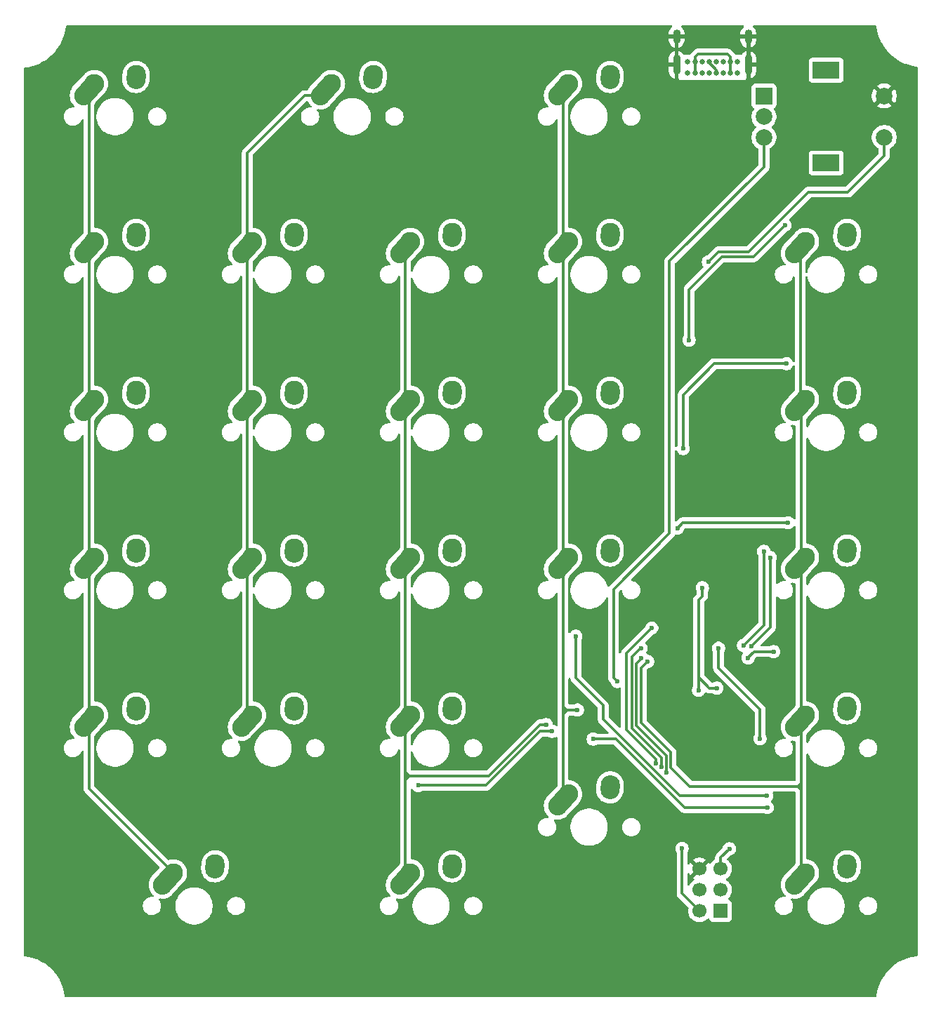
<source format=gbr>
%TF.GenerationSoftware,KiCad,Pcbnew,9.0.2*%
%TF.CreationDate,2025-08-17T15:34:09-06:00*%
%TF.ProjectId,keypadV2-compact,6b657970-6164-4563-922d-636f6d706163,rev?*%
%TF.SameCoordinates,Original*%
%TF.FileFunction,Copper,L1,Top*%
%TF.FilePolarity,Positive*%
%FSLAX46Y46*%
G04 Gerber Fmt 4.6, Leading zero omitted, Abs format (unit mm)*
G04 Created by KiCad (PCBNEW 9.0.2) date 2025-08-17 15:34:09*
%MOMM*%
%LPD*%
G01*
G04 APERTURE LIST*
G04 Aperture macros list*
%AMHorizOval*
0 Thick line with rounded ends*
0 $1 width*
0 $2 $3 position (X,Y) of the first rounded end (center of the circle)*
0 $4 $5 position (X,Y) of the second rounded end (center of the circle)*
0 Add line between two ends*
20,1,$1,$2,$3,$4,$5,0*
0 Add two circle primitives to create the rounded ends*
1,1,$1,$2,$3*
1,1,$1,$4,$5*%
G04 Aperture macros list end*
%TA.AperFunction,ComponentPad*%
%ADD10R,1.700000X1.700000*%
%TD*%
%TA.AperFunction,ComponentPad*%
%ADD11C,1.700000*%
%TD*%
%TA.AperFunction,ComponentPad*%
%ADD12C,2.300000*%
%TD*%
%TA.AperFunction,ComponentPad*%
%ADD13HorizOval,2.300000X0.655008X0.729993X-0.655008X-0.729993X0*%
%TD*%
%TA.AperFunction,ComponentPad*%
%ADD14HorizOval,2.300000X0.020004X0.290000X-0.020004X-0.290000X0*%
%TD*%
%TA.AperFunction,ComponentPad*%
%ADD15R,2.000000X2.000000*%
%TD*%
%TA.AperFunction,ComponentPad*%
%ADD16C,2.000000*%
%TD*%
%TA.AperFunction,ComponentPad*%
%ADD17R,3.200000X2.000000*%
%TD*%
%TA.AperFunction,ComponentPad*%
%ADD18C,0.650000*%
%TD*%
%TA.AperFunction,ComponentPad*%
%ADD19O,0.900000X1.700000*%
%TD*%
%TA.AperFunction,ComponentPad*%
%ADD20O,0.900000X2.400000*%
%TD*%
%TA.AperFunction,ViaPad*%
%ADD21C,0.600000*%
%TD*%
%TA.AperFunction,Conductor*%
%ADD22C,0.304800*%
%TD*%
G04 APERTURE END LIST*
D10*
%TO.P,J2,1,MISO*%
%TO.N,MISO*%
X157455000Y-229190000D03*
D11*
%TO.P,J2,2,VCC*%
%TO.N,+5V*%
X154915000Y-229190000D03*
%TO.P,J2,3,SCK*%
%TO.N,SCK*%
X157455000Y-226650000D03*
%TO.P,J2,4,MOSI*%
%TO.N,MOSI*%
X154915000Y-226650000D03*
%TO.P,J2,5,~{RST}*%
%TO.N,RESET*%
X157455000Y-224110000D03*
%TO.P,J2,6,GND*%
%TO.N,GND*%
X154915000Y-224110000D03*
%TD*%
D12*
%TO.P,S10,1*%
%TO.N,/col3*%
X120055000Y-167450000D03*
D13*
X119400008Y-168180007D03*
D14*
%TO.P,S10,2*%
%TO.N,Net-(D10-A)*%
X125075004Y-166660000D03*
D12*
X125095000Y-166370000D03*
%TD*%
%TO.P,S11,1*%
%TO.N,/col4*%
X139105000Y-167450000D03*
D13*
X138450008Y-168180007D03*
D14*
%TO.P,S11,2*%
%TO.N,Net-(D11-A)*%
X144125004Y-166660000D03*
D12*
X144145000Y-166370000D03*
%TD*%
%TO.P,S9,1*%
%TO.N,/col2*%
X101005000Y-167450000D03*
D13*
X100350008Y-168180007D03*
D14*
%TO.P,S9,2*%
%TO.N,Net-(D9-A)*%
X106025004Y-166660000D03*
D12*
X106045000Y-166370000D03*
%TD*%
%TO.P,S16,1*%
%TO.N,/col1*%
X81955000Y-205550000D03*
D13*
X81300008Y-206280007D03*
D14*
%TO.P,S16,2*%
%TO.N,Net-(D16-A)*%
X86975004Y-204760000D03*
D12*
X86995000Y-204470000D03*
%TD*%
%TO.P,S12,1*%
%TO.N,/col1*%
X81955000Y-186500000D03*
D13*
X81300008Y-187230007D03*
D14*
%TO.P,S12,2*%
%TO.N,Net-(D12-A)*%
X86975004Y-185710000D03*
D12*
X86995000Y-185420000D03*
%TD*%
D13*
%TO.P,S19,1*%
%TO.N,/col4*%
X138450008Y-215805007D03*
D12*
X139105000Y-215075000D03*
D14*
%TO.P,S19,2*%
%TO.N,Net-(D19-A)*%
X144125004Y-214285000D03*
D12*
X144145000Y-213995000D03*
%TD*%
%TO.P,S25,1*%
%TO.N,/col5*%
X167680000Y-205550000D03*
D13*
X167025008Y-206280007D03*
D14*
%TO.P,S25,2*%
%TO.N,Net-(D25-A)*%
X172700004Y-204760000D03*
D12*
X172720000Y-204470000D03*
%TD*%
%TO.P,S7,1*%
%TO.N,/col4*%
X139105000Y-148400000D03*
D13*
X138450008Y-149130007D03*
D14*
%TO.P,S7,2*%
%TO.N,Net-(D7-A)*%
X144125004Y-147610000D03*
D12*
X144145000Y-147320000D03*
%TD*%
%TO.P,S18,1*%
%TO.N,/col3*%
X120055000Y-205550000D03*
D13*
X119400008Y-206280007D03*
D14*
%TO.P,S18,2*%
%TO.N,Net-(D18-A)*%
X125075004Y-204760000D03*
D12*
X125095000Y-204470000D03*
%TD*%
%TO.P,S23,1*%
%TO.N,/col5*%
X167680000Y-167450000D03*
D13*
X167025008Y-168180007D03*
D14*
%TO.P,S23,2*%
%TO.N,Net-(D23-A)*%
X172700004Y-166660000D03*
D12*
X172720000Y-166370000D03*
%TD*%
%TO.P,S5,1*%
%TO.N,/col2*%
X101005000Y-148400000D03*
D13*
X100350008Y-149130007D03*
D14*
%TO.P,S5,2*%
%TO.N,Net-(D5-A)*%
X106025004Y-147610000D03*
D12*
X106045000Y-147320000D03*
%TD*%
%TO.P,S8,1*%
%TO.N,/col1*%
X81955000Y-167450000D03*
D13*
X81300008Y-168180007D03*
D14*
%TO.P,S8,2*%
%TO.N,Net-(D8-A)*%
X86975004Y-166660000D03*
D12*
X86995000Y-166370000D03*
%TD*%
%TO.P,S26,1*%
%TO.N,/col5*%
X167680000Y-224600000D03*
D13*
X167025008Y-225330007D03*
D14*
%TO.P,S26,2*%
%TO.N,Net-(D26-A)*%
X172700004Y-223810000D03*
D12*
X172720000Y-223520000D03*
%TD*%
%TO.P,S13,1*%
%TO.N,/col2*%
X101005000Y-186500000D03*
D13*
X100350008Y-187230007D03*
D14*
%TO.P,S13,2*%
%TO.N,Net-(D13-A)*%
X106025004Y-185710000D03*
D12*
X106045000Y-185420000D03*
%TD*%
D15*
%TO.P,SW2,A,A*%
%TO.N,/ENC_A*%
X162680000Y-130850000D03*
D16*
%TO.P,SW2,B,B*%
%TO.N,/ENC_B*%
X162680000Y-135850000D03*
%TO.P,SW2,C,C*%
%TO.N,/ENC_C*%
X162680000Y-133350000D03*
D17*
%TO.P,SW2,MP*%
%TO.N,N/C*%
X170180000Y-127750000D03*
X170180000Y-138950000D03*
D16*
%TO.P,SW2,S1,S1*%
%TO.N,RESET*%
X177180000Y-135850000D03*
%TO.P,SW2,S2,S2*%
%TO.N,GND*%
X177180000Y-130850000D03*
%TD*%
D12*
%TO.P,S4,1*%
%TO.N,/col1*%
X81955000Y-148400000D03*
D13*
X81300008Y-149130007D03*
D14*
%TO.P,S4,2*%
%TO.N,Net-(D4-A)*%
X86975004Y-147610000D03*
D12*
X86995000Y-147320000D03*
%TD*%
%TO.P,S1,1*%
%TO.N,/col1*%
X81955000Y-129350000D03*
D13*
X81300008Y-130080007D03*
D14*
%TO.P,S1,2*%
%TO.N,Net-(D1-A)*%
X86975004Y-128560000D03*
D12*
X86995000Y-128270000D03*
%TD*%
%TO.P,S24,1*%
%TO.N,/col5*%
X167680000Y-186500000D03*
D13*
X167025008Y-187230007D03*
D14*
%TO.P,S24,2*%
%TO.N,Net-(D24-A)*%
X172700004Y-185710000D03*
D12*
X172720000Y-185420000D03*
%TD*%
%TO.P,S22,1*%
%TO.N,/col5*%
X167680000Y-148400000D03*
D13*
X167025008Y-149130007D03*
D14*
%TO.P,S22,2*%
%TO.N,Net-(D22-A)*%
X172700004Y-147610000D03*
D12*
X172720000Y-147320000D03*
%TD*%
D13*
%TO.P,S2,1*%
%TO.N,/col2*%
X109882008Y-130080007D03*
D12*
X110537000Y-129350000D03*
D14*
%TO.P,S2,2*%
%TO.N,Net-(D2-A)*%
X115557004Y-128560000D03*
D12*
X115577000Y-128270000D03*
%TD*%
%TO.P,S6,1*%
%TO.N,/col3*%
X120055000Y-148400000D03*
D13*
X119400008Y-149130007D03*
D14*
%TO.P,S6,2*%
%TO.N,Net-(D6-A)*%
X125075004Y-147610000D03*
D12*
X125095000Y-147320000D03*
%TD*%
D13*
%TO.P,S20,1*%
%TO.N,/col1*%
X90825008Y-225330007D03*
D12*
X91480000Y-224600000D03*
D14*
%TO.P,S20,2*%
%TO.N,Net-(D20-A)*%
X96500004Y-223810000D03*
D12*
X96520000Y-223520000D03*
%TD*%
%TO.P,S15,1*%
%TO.N,/col4*%
X139105000Y-186500000D03*
D13*
X138450008Y-187230007D03*
D14*
%TO.P,S15,2*%
%TO.N,Net-(D15-A)*%
X144125004Y-185710000D03*
D12*
X144145000Y-185420000D03*
%TD*%
%TO.P,S21,1*%
%TO.N,/col3*%
X120055000Y-224600000D03*
D13*
X119400008Y-225330007D03*
D14*
%TO.P,S21,2*%
%TO.N,Net-(D21-A)*%
X125075004Y-223810000D03*
D12*
X125095000Y-223520000D03*
%TD*%
%TO.P,S14,1*%
%TO.N,/col3*%
X120055000Y-186500000D03*
D13*
X119400008Y-187230007D03*
D14*
%TO.P,S14,2*%
%TO.N,Net-(D14-A)*%
X125075004Y-185710000D03*
D12*
X125095000Y-185420000D03*
%TD*%
%TO.P,S17,1*%
%TO.N,/col2*%
X101005000Y-205550000D03*
D13*
X100350008Y-206280007D03*
D14*
%TO.P,S17,2*%
%TO.N,Net-(D17-A)*%
X106025004Y-204760000D03*
D12*
X106045000Y-204470000D03*
%TD*%
%TO.P,S3,1*%
%TO.N,/col4*%
X139105000Y-129350000D03*
D13*
X138450008Y-130080007D03*
D14*
%TO.P,S3,2*%
%TO.N,Net-(D3-A)*%
X144125004Y-128560000D03*
D12*
X144145000Y-128270000D03*
%TD*%
D18*
%TO.P,J1,A1,GND*%
%TO.N,GND*%
X153505000Y-128072500D03*
%TO.P,J1,A4,VBUS*%
%TO.N,/VBUS*%
X154355000Y-128072500D03*
%TO.P,J1,A5,CC1*%
%TO.N,Net-(J1-CC1)*%
X155205000Y-128072500D03*
%TO.P,J1,A6,DP1*%
%TO.N,usbD+*%
X156055000Y-128072500D03*
%TO.P,J1,A7,DN1*%
%TO.N,usbD-*%
X156905000Y-128072500D03*
%TO.P,J1,A8,SBU1*%
%TO.N,unconnected-(J1-SBU1-PadA8)*%
X157755000Y-128072500D03*
%TO.P,J1,A9,VBUS__1*%
%TO.N,/VBUS*%
X158605000Y-128072500D03*
%TO.P,J1,A12,GND__1*%
%TO.N,GND*%
X159455000Y-128072500D03*
%TO.P,J1,B1,GND__2*%
X159455000Y-126722500D03*
%TO.P,J1,B4,VBUS__2*%
%TO.N,/VBUS*%
X158605000Y-126722500D03*
%TO.P,J1,B5,CC2*%
%TO.N,Net-(J1-CC2)*%
X157755000Y-126722500D03*
%TO.P,J1,B6,DP2*%
%TO.N,usbD+*%
X156905000Y-126722500D03*
%TO.P,J1,B7,DN2*%
%TO.N,usbD-*%
X156055000Y-126722500D03*
%TO.P,J1,B8,SBU2*%
%TO.N,unconnected-(J1-SBU2-PadB8)*%
X155205000Y-126722500D03*
%TO.P,J1,B9,VBUS__3*%
%TO.N,/VBUS*%
X154355000Y-126722500D03*
%TO.P,J1,B12,GND__3*%
%TO.N,GND*%
X153505000Y-126722500D03*
D19*
%TO.P,J1,S1,SHELL*%
X152155000Y-123712500D03*
%TO.P,J1,S2,SHELL__1*%
X160805000Y-123712500D03*
D20*
%TO.P,J1,S3,SHELL__2*%
X152155000Y-127092500D03*
%TO.P,J1,S4,SHELL__3*%
X160805000Y-127092500D03*
%TD*%
D21*
%TO.N,GND*%
X154455000Y-221850000D03*
X156555000Y-129600000D03*
X152705000Y-201600000D03*
X152355000Y-134650000D03*
X157605000Y-212450000D03*
X159655000Y-208700000D03*
X157655000Y-164950000D03*
X154005000Y-210300000D03*
X136855000Y-200300000D03*
X160155000Y-135000000D03*
X155955000Y-212450000D03*
X142755000Y-197650000D03*
X161255000Y-183750000D03*
X157855000Y-181000000D03*
X161255000Y-146750000D03*
X155205000Y-142750000D03*
X157655000Y-152550000D03*
X133605000Y-204800000D03*
X157705000Y-147950000D03*
X136955000Y-204800000D03*
X157655000Y-161350000D03*
X161255000Y-152550000D03*
X152355000Y-131250000D03*
X156455000Y-221850000D03*
X154005000Y-208700000D03*
X159655000Y-210300000D03*
X161355000Y-180950000D03*
X156330000Y-200525000D03*
X161255000Y-164950000D03*
X161255000Y-161350000D03*
X152705000Y-198800000D03*
X157905000Y-183750000D03*
X160255000Y-131200000D03*
%TO.N,+5V*%
X154805000Y-202550000D03*
X155255000Y-190200000D03*
X157005000Y-202300000D03*
X152805000Y-221650000D03*
%TO.N,/row2*%
X153652600Y-160300000D03*
X165205000Y-146450000D03*
%TO.N,/row3*%
X165405000Y-163150000D03*
X152952600Y-173400000D03*
%TO.N,/row4*%
X152252600Y-183000000D03*
X165605000Y-182350000D03*
%TO.N,/row5*%
X140005000Y-196050000D03*
X163005000Y-215300000D03*
%TO.N,/row6*%
X142105000Y-208450000D03*
X163080000Y-216725000D03*
%TO.N,RESET*%
X158505000Y-221700000D03*
X162205000Y-208400000D03*
X155983328Y-150878328D03*
X157205000Y-197500000D03*
%TO.N,MISO*%
X149655000Y-211350000D03*
X149155000Y-195050000D03*
%TO.N,MOSI*%
X150307400Y-211850000D03*
X147855000Y-197500000D03*
%TO.N,SCK*%
X150959800Y-212470492D03*
X147903740Y-198649186D03*
%TO.N,/col2*%
X137155000Y-207511600D03*
X121005000Y-214050000D03*
%TO.N,/col4*%
X140205000Y-204950000D03*
%TO.N,/col3*%
X136405000Y-206700000D03*
%TO.N,/col5*%
X148655000Y-199100000D03*
%TO.N,Net-(U1-UCAP)*%
X160777561Y-198652080D03*
X163855000Y-197900000D03*
%TO.N,/ENC_A*%
X163455000Y-186550000D03*
X161190972Y-197245324D03*
%TO.N,/ENC_C*%
X160205000Y-197150000D03*
X162655000Y-185800000D03*
%TO.N,/ENC_B*%
X145005000Y-201500000D03*
%TD*%
D22*
%TO.N,+5V*%
X157005000Y-202300000D02*
X156105000Y-202300000D01*
X154805000Y-201000000D02*
X154805000Y-202550000D01*
X152805000Y-221650000D02*
X152805000Y-227080000D01*
X154805000Y-191651200D02*
X154805000Y-201000000D01*
X155255000Y-190200000D02*
X155255000Y-191201200D01*
X152805000Y-227080000D02*
X154915000Y-229190000D01*
X156105000Y-202300000D02*
X154805000Y-201000000D01*
X155255000Y-191201200D02*
X154805000Y-191651200D01*
%TO.N,/row2*%
X157605000Y-150250000D02*
X153652600Y-154202400D01*
X161405000Y-150250000D02*
X157605000Y-150250000D01*
X153652600Y-154202400D02*
X153652600Y-160300000D01*
X165205000Y-146450000D02*
X161405000Y-150250000D01*
%TO.N,/row3*%
X152952600Y-166902400D02*
X152952600Y-173400000D01*
X156705000Y-163150000D02*
X152952600Y-166902400D01*
X165405000Y-163150000D02*
X156705000Y-163150000D01*
%TO.N,/row4*%
X165605000Y-182350000D02*
X152902600Y-182350000D01*
X152902600Y-182350000D02*
X152252600Y-183000000D01*
%TO.N,/row5*%
X152555000Y-215300000D02*
X143305000Y-206050000D01*
X143305000Y-206050000D02*
X143305000Y-204400000D01*
X163005000Y-215300000D02*
X152555000Y-215300000D01*
X143305000Y-204400000D02*
X140005000Y-201100000D01*
X140005000Y-201100000D02*
X140005000Y-196050000D01*
%TO.N,/row6*%
X144818980Y-208450000D02*
X142105000Y-208450000D01*
X153093980Y-216725000D02*
X144818980Y-208450000D01*
X163080000Y-216725000D02*
X153093980Y-216725000D01*
%TO.N,RESET*%
X158505000Y-221700000D02*
X157455000Y-222750000D01*
X168055000Y-142450000D02*
X160855000Y-149650000D01*
X172805000Y-142450000D02*
X168055000Y-142450000D01*
X177180000Y-138075000D02*
X172805000Y-142450000D01*
X162205000Y-204850000D02*
X157205000Y-199850000D01*
X177180000Y-135850000D02*
X177180000Y-138075000D01*
X160855000Y-149650000D02*
X157211656Y-149650000D01*
X157455000Y-222750000D02*
X157455000Y-224110000D01*
X157205000Y-199850000D02*
X157205000Y-197500000D01*
X162205000Y-208400000D02*
X162205000Y-204850000D01*
X157211656Y-149650000D02*
X155983328Y-150878328D01*
%TO.N,/col1*%
X81305000Y-166000000D02*
X81305000Y-185250000D01*
X81305000Y-130000000D02*
X81305000Y-146000000D01*
X81305000Y-185250000D02*
X81305000Y-187300000D01*
X81305000Y-168250000D02*
X80645000Y-168910000D01*
X81305000Y-204450000D02*
X81305000Y-206350000D01*
X81305000Y-204450000D02*
X81305000Y-214425000D01*
X81305000Y-206350000D02*
X80645000Y-207010000D01*
X81305000Y-147750000D02*
X81955000Y-148400000D01*
X81955000Y-129350000D02*
X81305000Y-130000000D01*
X81305000Y-214425000D02*
X91480000Y-224600000D01*
X81305000Y-187300000D02*
X80645000Y-187960000D01*
X81305000Y-146000000D02*
X81305000Y-166000000D01*
X81305000Y-146000000D02*
X81305000Y-147750000D01*
X81305000Y-166000000D02*
X81305000Y-168250000D01*
X81305000Y-185250000D02*
X81305000Y-204450000D01*
%TO.N,MISO*%
X149655000Y-211350000D02*
X149655000Y-210900000D01*
X146105000Y-207350000D02*
X146105000Y-198100000D01*
X146105000Y-198100000D02*
X149155000Y-195050000D01*
X149655000Y-210900000D02*
X146105000Y-207350000D01*
%TO.N,MOSI*%
X150307400Y-211850000D02*
X150307400Y-210727400D01*
X146755000Y-198500000D02*
X147755000Y-197500000D01*
X147755000Y-197500000D02*
X147855000Y-197500000D01*
X146755000Y-207175000D02*
X146755000Y-198500000D01*
X150307400Y-210727400D02*
X146755000Y-207175000D01*
%TO.N,SCK*%
X147310800Y-199344200D02*
X147903740Y-198751260D01*
X150960800Y-211579352D02*
X150955000Y-211573552D01*
X150955000Y-212465692D02*
X150955000Y-212126448D01*
X150955000Y-212126448D02*
X150960800Y-212120648D01*
X150959800Y-212470492D02*
X150955000Y-212465692D01*
X150955000Y-210450000D02*
X147310800Y-206805800D01*
X150955000Y-211573552D02*
X150955000Y-210450000D01*
X150960800Y-212120648D02*
X150960800Y-211579352D01*
X147903740Y-198751260D02*
X147903740Y-198649186D01*
X147310800Y-206805800D02*
X147310800Y-199344200D01*
%TO.N,/col2*%
X100375000Y-148560000D02*
X99695000Y-149240000D01*
X137155000Y-207511600D02*
X135676958Y-207511600D01*
X101005000Y-148400000D02*
X100405000Y-149000000D01*
X100405000Y-184900000D02*
X100405000Y-206300000D01*
X100405000Y-187250000D02*
X99695000Y-187960000D01*
X100405000Y-149000000D02*
X100405000Y-165250000D01*
X100405000Y-184900000D02*
X100405000Y-187250000D01*
X100375000Y-137730000D02*
X100375000Y-148560000D01*
X100405000Y-168200000D02*
X99695000Y-168910000D01*
X135676958Y-207511600D02*
X129138558Y-214050000D01*
X100405000Y-206300000D02*
X99695000Y-207010000D01*
X100405000Y-165250000D02*
X100405000Y-184900000D01*
X100405000Y-165250000D02*
X100405000Y-168200000D01*
X107295000Y-130810000D02*
X100375000Y-137730000D01*
X129138558Y-214050000D02*
X121005000Y-214050000D01*
X109227000Y-130810000D02*
X107295000Y-130810000D01*
X99695000Y-149240000D02*
X99695000Y-149860000D01*
%TO.N,/col4*%
X138455000Y-187300000D02*
X137795000Y-187960000D01*
X138455000Y-184700000D02*
X138455000Y-204500000D01*
X138455000Y-168250000D02*
X138455000Y-165750000D01*
X138455000Y-204500000D02*
X138455000Y-204950000D01*
X138455000Y-184700000D02*
X138455000Y-187300000D01*
X138455000Y-204950000D02*
X138455000Y-205450000D01*
X138455000Y-165750000D02*
X138455000Y-131470000D01*
X138655000Y-149000000D02*
X137795000Y-149860000D01*
X138455000Y-165750000D02*
X138455000Y-184700000D01*
X138905000Y-204950000D02*
X138455000Y-204500000D01*
X138955000Y-204950000D02*
X138455000Y-205450000D01*
X138455000Y-205450000D02*
X138455000Y-215875000D01*
X138455000Y-131470000D02*
X137795000Y-130810000D01*
X138455000Y-215875000D02*
X137795000Y-216535000D01*
X139105000Y-129350000D02*
X138455000Y-130000000D01*
X140205000Y-204950000D02*
X139005000Y-204950000D01*
X139005000Y-204950000D02*
X138955000Y-204950000D01*
X137795000Y-168910000D02*
X138455000Y-168250000D01*
X139005000Y-204950000D02*
X138455000Y-204950000D01*
X139005000Y-204950000D02*
X138905000Y-204950000D01*
%TO.N,/col3*%
X119455000Y-183750000D02*
X119455000Y-187250000D01*
X120055000Y-212900000D02*
X119905000Y-212900000D01*
X119905000Y-212900000D02*
X119455000Y-212450000D01*
X119455000Y-213350000D02*
X119455000Y-225350000D01*
X119455000Y-187250000D02*
X118745000Y-187960000D01*
X119455000Y-225350000D02*
X118745000Y-226060000D01*
X135702538Y-206700000D02*
X129502538Y-212900000D01*
X120055000Y-148400000D02*
X119455000Y-149000000D01*
X119455000Y-164800000D02*
X119455000Y-183750000D01*
X136405000Y-206700000D02*
X135702538Y-206700000D01*
X119455000Y-149000000D02*
X119455000Y-164800000D01*
X119905000Y-212900000D02*
X119455000Y-213350000D01*
X120055000Y-212900000D02*
X119455000Y-212900000D01*
X119455000Y-164800000D02*
X119455000Y-168200000D01*
X129502538Y-212900000D02*
X120055000Y-212900000D01*
X119455000Y-183750000D02*
X119455000Y-203650000D01*
X119455000Y-168200000D02*
X118745000Y-168910000D01*
X119455000Y-203650000D02*
X119455000Y-206300000D01*
X119455000Y-203650000D02*
X119455000Y-212450000D01*
X119455000Y-212900000D02*
X119455000Y-213350000D01*
X119455000Y-206300000D02*
X118745000Y-207010000D01*
X119455000Y-212450000D02*
X119455000Y-212900000D01*
%TO.N,/col5*%
X167155000Y-213450000D02*
X167155000Y-208350000D01*
X167155000Y-214150000D02*
X167155000Y-213450000D01*
X167155000Y-206075000D02*
X166370000Y-206860000D01*
X166505000Y-214150000D02*
X166755000Y-214150000D01*
X153755000Y-214150000D02*
X166505000Y-214150000D01*
X166370000Y-149860000D02*
X167055000Y-150545000D01*
X151460800Y-211364042D02*
X151466600Y-211369843D01*
X151466600Y-211369843D02*
X151466600Y-211861600D01*
X167155000Y-213750000D02*
X167155000Y-213450000D01*
X166470000Y-168785000D02*
X167155000Y-169470000D01*
X148655000Y-199100000D02*
X147866600Y-199888400D01*
X167155000Y-169470000D02*
X167155000Y-184600000D01*
X166505000Y-214150000D02*
X167155000Y-214150000D01*
X151460800Y-210040491D02*
X151460800Y-211364042D01*
X151466600Y-211861600D02*
X153755000Y-214150000D01*
X167680000Y-205550000D02*
X167155000Y-206075000D01*
X167055000Y-150545000D02*
X167055000Y-168225000D01*
X167155000Y-214550000D02*
X167155000Y-225275000D01*
X147866600Y-199888400D02*
X147866600Y-206446290D01*
X147866600Y-206446290D02*
X151460800Y-210040491D01*
X167155000Y-185500000D02*
X167155000Y-187150000D01*
X167155000Y-184600000D02*
X167155000Y-208350000D01*
X166755000Y-214150000D02*
X167155000Y-213750000D01*
X167155000Y-206075000D02*
X167155000Y-208350000D01*
X167155000Y-225275000D02*
X166370000Y-226060000D01*
X167155000Y-187150000D02*
X166470000Y-187835000D01*
X167055000Y-168225000D02*
X166370000Y-168910000D01*
X167155000Y-214150000D02*
X167155000Y-214550000D01*
X167155000Y-184600000D02*
X167155000Y-185500000D01*
X166755000Y-214150000D02*
X167155000Y-214550000D01*
X166370000Y-206860000D02*
X166370000Y-207010000D01*
%TO.N,Net-(U1-UCAP)*%
X160777561Y-198627439D02*
X160777561Y-198652080D01*
X161505000Y-197900000D02*
X160777561Y-198627439D01*
X163855000Y-197900000D02*
X161505000Y-197900000D01*
%TO.N,/VBUS*%
X158605000Y-126650000D02*
X158605000Y-128000000D01*
X154355000Y-126150000D02*
X154705000Y-125800000D01*
X154355000Y-126650000D02*
X154355000Y-128000000D01*
X154705000Y-125800000D02*
X158255000Y-125800000D01*
X158605000Y-126150000D02*
X158605000Y-126650000D01*
X158255000Y-125800000D02*
X158605000Y-126150000D01*
X154355000Y-126650000D02*
X154355000Y-126150000D01*
%TO.N,/ENC_A*%
X163455000Y-186550000D02*
X163455000Y-194981296D01*
X163455000Y-194981296D02*
X161190972Y-197245324D01*
%TO.N,/ENC_C*%
X162655000Y-194700000D02*
X162655000Y-185800000D01*
X160205000Y-197150000D02*
X162655000Y-194700000D01*
%TO.N,/ENC_B*%
X144555000Y-201050000D02*
X144555000Y-190400000D01*
X144555000Y-190400000D02*
X151305000Y-183650000D01*
X162680000Y-139425000D02*
X162680000Y-135850000D01*
X151305000Y-183650000D02*
X151305000Y-150800000D01*
X151305000Y-150800000D02*
X162680000Y-139425000D01*
X145005000Y-201500000D02*
X144555000Y-201050000D01*
%TO.N,usbD-*%
X156905000Y-127700000D02*
X156905000Y-128000000D01*
X156055000Y-126850000D02*
X156905000Y-127700000D01*
X156055000Y-126650000D02*
X156055000Y-126850000D01*
%TD*%
%TA.AperFunction,Conductor*%
%TO.N,GND*%
G36*
X154449075Y-224302993D02*
G01*
X154514901Y-224417007D01*
X154607993Y-224510099D01*
X154722007Y-224575925D01*
X154785589Y-224592962D01*
X154153282Y-225225270D01*
X154207452Y-225264626D01*
X154207451Y-225264626D01*
X154216495Y-225269234D01*
X154267292Y-225317208D01*
X154284087Y-225385029D01*
X154261550Y-225451164D01*
X154216499Y-225490202D01*
X154207182Y-225494949D01*
X154035213Y-225619890D01*
X153884890Y-225770213D01*
X153759951Y-225942180D01*
X153692385Y-226074785D01*
X153644410Y-226125581D01*
X153576589Y-226142376D01*
X153510454Y-226119838D01*
X153467003Y-226065123D01*
X153457900Y-226018490D01*
X153457900Y-224740407D01*
X153477585Y-224673368D01*
X153530389Y-224627613D01*
X153599547Y-224617669D01*
X153663103Y-224646694D01*
X153692385Y-224684112D01*
X153760375Y-224817550D01*
X153799728Y-224871716D01*
X154432037Y-224239408D01*
X154449075Y-224302993D01*
G37*
%TD.AperFunction*%
%TA.AperFunction,Conductor*%
G36*
X166460962Y-182764781D02*
G01*
X166497682Y-182824224D01*
X166502100Y-182857030D01*
X166502100Y-185292376D01*
X166494506Y-185318234D01*
X166490437Y-185344877D01*
X166483635Y-185355258D01*
X166482415Y-185359415D01*
X166474379Y-185369387D01*
X166471095Y-185374400D01*
X166468521Y-185377317D01*
X166421069Y-185424771D01*
X166394909Y-185460776D01*
X166391027Y-185465178D01*
X166390325Y-185465967D01*
X165054783Y-186954402D01*
X165054782Y-186954402D01*
X164913665Y-187172526D01*
X164913662Y-187172531D01*
X164808405Y-187410047D01*
X164808403Y-187410052D01*
X164741600Y-187661099D01*
X164741600Y-187661104D01*
X164714891Y-187919522D01*
X164728936Y-188178936D01*
X164783389Y-188432959D01*
X164876910Y-188675338D01*
X165007196Y-188900101D01*
X165171039Y-189101716D01*
X165171042Y-189101719D01*
X165171044Y-189101721D01*
X165260856Y-189182307D01*
X165297607Y-189241730D01*
X165296398Y-189311589D01*
X165257612Y-189369704D01*
X165193563Y-189397625D01*
X165178043Y-189398600D01*
X165013313Y-189398600D01*
X164842086Y-189425720D01*
X164677211Y-189479290D01*
X164677208Y-189479291D01*
X164522739Y-189557998D01*
X164456995Y-189605765D01*
X164382486Y-189659899D01*
X164382484Y-189659901D01*
X164382483Y-189659901D01*
X164319581Y-189722804D01*
X164258258Y-189756289D01*
X164188566Y-189751305D01*
X164132633Y-189709433D01*
X164108216Y-189643969D01*
X164107900Y-189635123D01*
X164107900Y-187051343D01*
X164127585Y-186984304D01*
X164128764Y-186982501D01*
X164164394Y-186929179D01*
X164224737Y-186783497D01*
X164255500Y-186628842D01*
X164255500Y-186471158D01*
X164255500Y-186471155D01*
X164255499Y-186471153D01*
X164235399Y-186370103D01*
X164224737Y-186316503D01*
X164207460Y-186274793D01*
X164164397Y-186170827D01*
X164164390Y-186170814D01*
X164076789Y-186039711D01*
X164076786Y-186039707D01*
X163965292Y-185928213D01*
X163965288Y-185928210D01*
X163834185Y-185840609D01*
X163834172Y-185840602D01*
X163688501Y-185780264D01*
X163688491Y-185780261D01*
X163539403Y-185750605D01*
X163477492Y-185718220D01*
X163442918Y-185657504D01*
X163441978Y-185653179D01*
X163424738Y-185566510D01*
X163424737Y-185566503D01*
X163424735Y-185566498D01*
X163364397Y-185420827D01*
X163364390Y-185420814D01*
X163276789Y-185289711D01*
X163276786Y-185289707D01*
X163165292Y-185178213D01*
X163165288Y-185178210D01*
X163034185Y-185090609D01*
X163034172Y-185090602D01*
X162888501Y-185030264D01*
X162888489Y-185030261D01*
X162733845Y-184999500D01*
X162733842Y-184999500D01*
X162576158Y-184999500D01*
X162576155Y-184999500D01*
X162421510Y-185030261D01*
X162421498Y-185030264D01*
X162275827Y-185090602D01*
X162275814Y-185090609D01*
X162144711Y-185178210D01*
X162144707Y-185178213D01*
X162033213Y-185289707D01*
X162033210Y-185289711D01*
X161945609Y-185420814D01*
X161945602Y-185420827D01*
X161885264Y-185566498D01*
X161885261Y-185566510D01*
X161854500Y-185721153D01*
X161854500Y-185878846D01*
X161885261Y-186033489D01*
X161885264Y-186033501D01*
X161945602Y-186179172D01*
X161945606Y-186179179D01*
X161981202Y-186232452D01*
X162002080Y-186299129D01*
X162002100Y-186301343D01*
X162002100Y-194378197D01*
X161982415Y-194445236D01*
X161965781Y-194465878D01*
X160097831Y-196333827D01*
X160036508Y-196367312D01*
X160034342Y-196367763D01*
X159971508Y-196380261D01*
X159971498Y-196380264D01*
X159825827Y-196440602D01*
X159825814Y-196440609D01*
X159694711Y-196528210D01*
X159694707Y-196528213D01*
X159583213Y-196639707D01*
X159583210Y-196639711D01*
X159495609Y-196770814D01*
X159495602Y-196770827D01*
X159435264Y-196916498D01*
X159435261Y-196916510D01*
X159404500Y-197071153D01*
X159404500Y-197228846D01*
X159435261Y-197383489D01*
X159435264Y-197383501D01*
X159495602Y-197529172D01*
X159495609Y-197529185D01*
X159583210Y-197660288D01*
X159583213Y-197660292D01*
X159694707Y-197771786D01*
X159694711Y-197771789D01*
X159825814Y-197859390D01*
X159825827Y-197859397D01*
X159971498Y-197919735D01*
X159971503Y-197919737D01*
X160035420Y-197932451D01*
X160083666Y-197942048D01*
X160145577Y-197974433D01*
X160180151Y-198035148D01*
X160176412Y-198104918D01*
X160158672Y-198136402D01*
X160159156Y-198136726D01*
X160068170Y-198272894D01*
X160068163Y-198272907D01*
X160007825Y-198418578D01*
X160007822Y-198418590D01*
X159977061Y-198573233D01*
X159977061Y-198730926D01*
X160007822Y-198885569D01*
X160007825Y-198885581D01*
X160068163Y-199031252D01*
X160068170Y-199031265D01*
X160155771Y-199162368D01*
X160155774Y-199162372D01*
X160267268Y-199273866D01*
X160267272Y-199273869D01*
X160398375Y-199361470D01*
X160398388Y-199361477D01*
X160544059Y-199421815D01*
X160544064Y-199421817D01*
X160698714Y-199452579D01*
X160698717Y-199452580D01*
X160698719Y-199452580D01*
X160856405Y-199452580D01*
X160856406Y-199452579D01*
X161011058Y-199421817D01*
X161156740Y-199361474D01*
X161287850Y-199273869D01*
X161399350Y-199162369D01*
X161486955Y-199031259D01*
X161547298Y-198885577D01*
X161565916Y-198791975D01*
X161574680Y-198775220D01*
X161578700Y-198756742D01*
X161597440Y-198731706D01*
X161598298Y-198730068D01*
X161599740Y-198728599D01*
X161739123Y-198589216D01*
X161800444Y-198555734D01*
X161826802Y-198552900D01*
X163353657Y-198552900D01*
X163420696Y-198572585D01*
X163422498Y-198573764D01*
X163475821Y-198609394D01*
X163475823Y-198609395D01*
X163475827Y-198609397D01*
X163621498Y-198669735D01*
X163621503Y-198669737D01*
X163776153Y-198700499D01*
X163776156Y-198700500D01*
X163776158Y-198700500D01*
X163933844Y-198700500D01*
X163933845Y-198700499D01*
X164088497Y-198669737D01*
X164234179Y-198609394D01*
X164365289Y-198521789D01*
X164476789Y-198410289D01*
X164564394Y-198279179D01*
X164624737Y-198133497D01*
X164655500Y-197978842D01*
X164655500Y-197821158D01*
X164655500Y-197821155D01*
X164655499Y-197821153D01*
X164638061Y-197733489D01*
X164624737Y-197666503D01*
X164588427Y-197578842D01*
X164564397Y-197520827D01*
X164564390Y-197520814D01*
X164476789Y-197389711D01*
X164476786Y-197389707D01*
X164365292Y-197278213D01*
X164365288Y-197278210D01*
X164234185Y-197190609D01*
X164234172Y-197190602D01*
X164088501Y-197130264D01*
X164088489Y-197130261D01*
X163933845Y-197099500D01*
X163933842Y-197099500D01*
X163776158Y-197099500D01*
X163776155Y-197099500D01*
X163621510Y-197130261D01*
X163621498Y-197130264D01*
X163475827Y-197190602D01*
X163475820Y-197190606D01*
X163449497Y-197208195D01*
X163422547Y-197226202D01*
X163355871Y-197247080D01*
X163353657Y-197247100D01*
X162411899Y-197247100D01*
X162344860Y-197227415D01*
X162299105Y-197174611D01*
X162289161Y-197105453D01*
X162318186Y-197041897D01*
X162324218Y-197035419D01*
X163962137Y-195397499D01*
X163962138Y-195397498D01*
X163962137Y-195397498D01*
X163962140Y-195397496D01*
X164033592Y-195290560D01*
X164082809Y-195171740D01*
X164091342Y-195128842D01*
X164107900Y-195045601D01*
X164107900Y-191364877D01*
X164127585Y-191297838D01*
X164180389Y-191252083D01*
X164249547Y-191242139D01*
X164313103Y-191271164D01*
X164319581Y-191277196D01*
X164382486Y-191340101D01*
X164522740Y-191442002D01*
X164559545Y-191460755D01*
X164677208Y-191520708D01*
X164677211Y-191520709D01*
X164759648Y-191547494D01*
X164842088Y-191574280D01*
X164921391Y-191586840D01*
X165013313Y-191601400D01*
X165013318Y-191601400D01*
X165186687Y-191601400D01*
X165269695Y-191588252D01*
X165357912Y-191574280D01*
X165522791Y-191520708D01*
X165677260Y-191442002D01*
X165817514Y-191340101D01*
X165940101Y-191217514D01*
X166042002Y-191077260D01*
X166120708Y-190922791D01*
X166174280Y-190757912D01*
X166189197Y-190663728D01*
X166201400Y-190586687D01*
X166201400Y-190413312D01*
X166183087Y-190297696D01*
X166174280Y-190242088D01*
X166141570Y-190141415D01*
X166120709Y-190077211D01*
X166120708Y-190077208D01*
X166042001Y-189922739D01*
X165979426Y-189836612D01*
X165940101Y-189782486D01*
X165940099Y-189782484D01*
X165939154Y-189781183D01*
X165915674Y-189715376D01*
X165931499Y-189647323D01*
X165981605Y-189598628D01*
X166050083Y-189584752D01*
X166066298Y-189587584D01*
X166066310Y-189587520D01*
X166071091Y-189588396D01*
X166071104Y-189588400D01*
X166329522Y-189615109D01*
X166371397Y-189612841D01*
X166439401Y-189628872D01*
X166487944Y-189679125D01*
X166502100Y-189736660D01*
X166502100Y-204342376D01*
X166494506Y-204368234D01*
X166490437Y-204394877D01*
X166483977Y-204404093D01*
X166482415Y-204409415D01*
X166471095Y-204424400D01*
X166468521Y-204427317D01*
X166421069Y-204474771D01*
X166394909Y-204510776D01*
X166391027Y-204515178D01*
X166390896Y-204515260D01*
X166390325Y-204515967D01*
X165054783Y-206004402D01*
X165054782Y-206004402D01*
X164913665Y-206222526D01*
X164913662Y-206222531D01*
X164808405Y-206460047D01*
X164808403Y-206460052D01*
X164741600Y-206711099D01*
X164741600Y-206711104D01*
X164723130Y-206889811D01*
X164714891Y-206969522D01*
X164728936Y-207228936D01*
X164783389Y-207482959D01*
X164876910Y-207725338D01*
X165007196Y-207950101D01*
X165171039Y-208151716D01*
X165171042Y-208151719D01*
X165171044Y-208151721D01*
X165260856Y-208232307D01*
X165297607Y-208291730D01*
X165296398Y-208361589D01*
X165257612Y-208419704D01*
X165193563Y-208447625D01*
X165178043Y-208448600D01*
X165013313Y-208448600D01*
X164842086Y-208475720D01*
X164677211Y-208529290D01*
X164677208Y-208529291D01*
X164522739Y-208607998D01*
X164480895Y-208638400D01*
X164382486Y-208709899D01*
X164382484Y-208709901D01*
X164382483Y-208709901D01*
X164259901Y-208832483D01*
X164259901Y-208832484D01*
X164259899Y-208832486D01*
X164245546Y-208852241D01*
X164157998Y-208972739D01*
X164079291Y-209127208D01*
X164079290Y-209127211D01*
X164025720Y-209292086D01*
X163998600Y-209463312D01*
X163998600Y-209636687D01*
X164025720Y-209807913D01*
X164079290Y-209972788D01*
X164079291Y-209972791D01*
X164108883Y-210030867D01*
X164157998Y-210127260D01*
X164259899Y-210267514D01*
X164382486Y-210390101D01*
X164522740Y-210492002D01*
X164598502Y-210530604D01*
X164677208Y-210570708D01*
X164677211Y-210570709D01*
X164759648Y-210597494D01*
X164842088Y-210624280D01*
X164921391Y-210636840D01*
X165013313Y-210651400D01*
X165013318Y-210651400D01*
X165186687Y-210651400D01*
X165269695Y-210638252D01*
X165357912Y-210624280D01*
X165522791Y-210570708D01*
X165677260Y-210492002D01*
X165817514Y-210390101D01*
X165940101Y-210267514D01*
X166042002Y-210127260D01*
X166120708Y-209972791D01*
X166174280Y-209807912D01*
X166191831Y-209697099D01*
X166201400Y-209636687D01*
X166201400Y-209463312D01*
X166183087Y-209347696D01*
X166174280Y-209292088D01*
X166147494Y-209209648D01*
X166120709Y-209127211D01*
X166120708Y-209127208D01*
X166042001Y-208972739D01*
X166032958Y-208960292D01*
X165940101Y-208832486D01*
X165940099Y-208832484D01*
X165939154Y-208831183D01*
X165915674Y-208765376D01*
X165931499Y-208697323D01*
X165981605Y-208648628D01*
X166050083Y-208634752D01*
X166066298Y-208637584D01*
X166066310Y-208637520D01*
X166071091Y-208638396D01*
X166071104Y-208638400D01*
X166329522Y-208665109D01*
X166371397Y-208662841D01*
X166439401Y-208678872D01*
X166487944Y-208729125D01*
X166502100Y-208786660D01*
X166502100Y-213373100D01*
X166482415Y-213440139D01*
X166429611Y-213485894D01*
X166378100Y-213497100D01*
X154076802Y-213497100D01*
X154009763Y-213477415D01*
X153989121Y-213460781D01*
X152155819Y-211627478D01*
X152141115Y-211600550D01*
X152124523Y-211574732D01*
X152123631Y-211568531D01*
X152122334Y-211566155D01*
X152119500Y-211539797D01*
X152119500Y-211364052D01*
X152119505Y-211305589D01*
X152119500Y-211305539D01*
X152116083Y-211288359D01*
X152113700Y-211264167D01*
X152113700Y-209976183D01*
X152088610Y-209850052D01*
X152088609Y-209850051D01*
X152088609Y-209850047D01*
X152039392Y-209731227D01*
X151967941Y-209624291D01*
X151967939Y-209624289D01*
X151967937Y-209624286D01*
X148555819Y-206212168D01*
X148522334Y-206150845D01*
X148519500Y-206124487D01*
X148519500Y-202471153D01*
X154004500Y-202471153D01*
X154004500Y-202628846D01*
X154035261Y-202783489D01*
X154035264Y-202783501D01*
X154095602Y-202929172D01*
X154095609Y-202929185D01*
X154183210Y-203060288D01*
X154183213Y-203060292D01*
X154294707Y-203171786D01*
X154294711Y-203171789D01*
X154425814Y-203259390D01*
X154425827Y-203259397D01*
X154571498Y-203319735D01*
X154571503Y-203319737D01*
X154726153Y-203350499D01*
X154726156Y-203350500D01*
X154726158Y-203350500D01*
X154883844Y-203350500D01*
X154883845Y-203350499D01*
X155038497Y-203319737D01*
X155184179Y-203259394D01*
X155315289Y-203171789D01*
X155426789Y-203060289D01*
X155514394Y-202929179D01*
X155533971Y-202881913D01*
X155544246Y-202869162D01*
X155550152Y-202853886D01*
X155565716Y-202842519D01*
X155577810Y-202827512D01*
X155593351Y-202822339D01*
X155606578Y-202812680D01*
X155625816Y-202811533D01*
X155644104Y-202805446D01*
X155660640Y-202809456D01*
X155676324Y-202808522D01*
X155701377Y-202819337D01*
X155709244Y-202821246D01*
X155713420Y-202823591D01*
X155795737Y-202878593D01*
X155848501Y-202900448D01*
X155914556Y-202927809D01*
X155914560Y-202927809D01*
X155914561Y-202927810D01*
X156040692Y-202952900D01*
X156040695Y-202952900D01*
X156169305Y-202952900D01*
X156503657Y-202952900D01*
X156570696Y-202972585D01*
X156572498Y-202973764D01*
X156625821Y-203009394D01*
X156625823Y-203009395D01*
X156625827Y-203009397D01*
X156771498Y-203069735D01*
X156771503Y-203069737D01*
X156917717Y-203098821D01*
X156926153Y-203100499D01*
X156926156Y-203100500D01*
X156926158Y-203100500D01*
X157083844Y-203100500D01*
X157083845Y-203100499D01*
X157238497Y-203069737D01*
X157384179Y-203009394D01*
X157515289Y-202921789D01*
X157626789Y-202810289D01*
X157714394Y-202679179D01*
X157774737Y-202533497D01*
X157805500Y-202378842D01*
X157805500Y-202221158D01*
X157805500Y-202221155D01*
X157805499Y-202221153D01*
X157785734Y-202121789D01*
X157774737Y-202066503D01*
X157751452Y-202010288D01*
X157714397Y-201920827D01*
X157714390Y-201920814D01*
X157626789Y-201789711D01*
X157626786Y-201789707D01*
X157515292Y-201678213D01*
X157515288Y-201678210D01*
X157384185Y-201590609D01*
X157384172Y-201590602D01*
X157238501Y-201530264D01*
X157238489Y-201530261D01*
X157083845Y-201499500D01*
X157083842Y-201499500D01*
X156926158Y-201499500D01*
X156926155Y-201499500D01*
X156771510Y-201530261D01*
X156771498Y-201530264D01*
X156625827Y-201590602D01*
X156625820Y-201590606D01*
X156601036Y-201607167D01*
X156572547Y-201626202D01*
X156554500Y-201631853D01*
X156538592Y-201642077D01*
X156507632Y-201646528D01*
X156505871Y-201647080D01*
X156503657Y-201647100D01*
X156426802Y-201647100D01*
X156359763Y-201627415D01*
X156339121Y-201610781D01*
X155494219Y-200765878D01*
X155460734Y-200704555D01*
X155457900Y-200678197D01*
X155457900Y-197421153D01*
X156404500Y-197421153D01*
X156404500Y-197578846D01*
X156435261Y-197733489D01*
X156435264Y-197733501D01*
X156495602Y-197879172D01*
X156495606Y-197879179D01*
X156531202Y-197932452D01*
X156552080Y-197999129D01*
X156552100Y-198001343D01*
X156552100Y-199914305D01*
X156552100Y-199914307D01*
X156552099Y-199914307D01*
X156568569Y-199997099D01*
X156577191Y-200040444D01*
X156626408Y-200159264D01*
X156697859Y-200266200D01*
X156697862Y-200266204D01*
X156697863Y-200266205D01*
X161515781Y-205084121D01*
X161549266Y-205145444D01*
X161552100Y-205171802D01*
X161552100Y-207898656D01*
X161532415Y-207965695D01*
X161531203Y-207967546D01*
X161495608Y-208020817D01*
X161495602Y-208020828D01*
X161435264Y-208166498D01*
X161435261Y-208166510D01*
X161404500Y-208321153D01*
X161404500Y-208478846D01*
X161435261Y-208633489D01*
X161435264Y-208633501D01*
X161495602Y-208779172D01*
X161495609Y-208779185D01*
X161583210Y-208910288D01*
X161583213Y-208910292D01*
X161694707Y-209021786D01*
X161694711Y-209021789D01*
X161825814Y-209109390D01*
X161825827Y-209109397D01*
X161971498Y-209169735D01*
X161971503Y-209169737D01*
X162125831Y-209200435D01*
X162126153Y-209200499D01*
X162126156Y-209200500D01*
X162126158Y-209200500D01*
X162283844Y-209200500D01*
X162283845Y-209200499D01*
X162438497Y-209169737D01*
X162584179Y-209109394D01*
X162715289Y-209021789D01*
X162826789Y-208910289D01*
X162914394Y-208779179D01*
X162974737Y-208633497D01*
X163005500Y-208478842D01*
X163005500Y-208321158D01*
X163005500Y-208321155D01*
X163005499Y-208321153D01*
X163001373Y-208300410D01*
X162974737Y-208166503D01*
X162914394Y-208020821D01*
X162878796Y-207967545D01*
X162857920Y-207900868D01*
X162857900Y-207898656D01*
X162857900Y-204785692D01*
X162832810Y-204659561D01*
X162832809Y-204659560D01*
X162832809Y-204659556D01*
X162783592Y-204540736D01*
X162712141Y-204433801D01*
X162712139Y-204433798D01*
X157894219Y-199615878D01*
X157860734Y-199554555D01*
X157857900Y-199528197D01*
X157857900Y-198001343D01*
X157877585Y-197934304D01*
X157878764Y-197932501D01*
X157914394Y-197879179D01*
X157974737Y-197733497D01*
X158005500Y-197578842D01*
X158005500Y-197421158D01*
X158005500Y-197421155D01*
X158005499Y-197421153D01*
X157999244Y-197389707D01*
X157974737Y-197266503D01*
X157959139Y-197228846D01*
X157914397Y-197120827D01*
X157914390Y-197120814D01*
X157826789Y-196989711D01*
X157826786Y-196989707D01*
X157715292Y-196878213D01*
X157715288Y-196878210D01*
X157584185Y-196790609D01*
X157584172Y-196790602D01*
X157438501Y-196730264D01*
X157438489Y-196730261D01*
X157283845Y-196699500D01*
X157283842Y-196699500D01*
X157126158Y-196699500D01*
X157126155Y-196699500D01*
X156971510Y-196730261D01*
X156971498Y-196730264D01*
X156825827Y-196790602D01*
X156825814Y-196790609D01*
X156694711Y-196878210D01*
X156694707Y-196878213D01*
X156583213Y-196989707D01*
X156583210Y-196989711D01*
X156495609Y-197120814D01*
X156495602Y-197120827D01*
X156435264Y-197266498D01*
X156435261Y-197266510D01*
X156404500Y-197421153D01*
X155457900Y-197421153D01*
X155457900Y-191973002D01*
X155477585Y-191905963D01*
X155494219Y-191885321D01*
X155762138Y-191617402D01*
X155762140Y-191617400D01*
X155833592Y-191510464D01*
X155882809Y-191391644D01*
X155893885Y-191335960D01*
X155907900Y-191265507D01*
X155907900Y-190701343D01*
X155927585Y-190634304D01*
X155928764Y-190632501D01*
X155964394Y-190579179D01*
X156024737Y-190433497D01*
X156055500Y-190278842D01*
X156055500Y-190121158D01*
X156055500Y-190121155D01*
X156055499Y-190121153D01*
X156043574Y-190061203D01*
X156024737Y-189966503D01*
X156006610Y-189922740D01*
X155964397Y-189820827D01*
X155964390Y-189820814D01*
X155876789Y-189689711D01*
X155876786Y-189689707D01*
X155765292Y-189578213D01*
X155765288Y-189578210D01*
X155634185Y-189490609D01*
X155634172Y-189490602D01*
X155488501Y-189430264D01*
X155488489Y-189430261D01*
X155333845Y-189399500D01*
X155333842Y-189399500D01*
X155176158Y-189399500D01*
X155176155Y-189399500D01*
X155021510Y-189430261D01*
X155021498Y-189430264D01*
X154875827Y-189490602D01*
X154875814Y-189490609D01*
X154744711Y-189578210D01*
X154744707Y-189578213D01*
X154633213Y-189689707D01*
X154633210Y-189689711D01*
X154545609Y-189820814D01*
X154545602Y-189820827D01*
X154485264Y-189966498D01*
X154485261Y-189966510D01*
X154454500Y-190121153D01*
X154454500Y-190278846D01*
X154485261Y-190433489D01*
X154485264Y-190433501D01*
X154545602Y-190579172D01*
X154545606Y-190579179D01*
X154581202Y-190632452D01*
X154586853Y-190650499D01*
X154597077Y-190666408D01*
X154601528Y-190697367D01*
X154602080Y-190699129D01*
X154602100Y-190701343D01*
X154602100Y-190879396D01*
X154582415Y-190946435D01*
X154565781Y-190967077D01*
X154297863Y-191234994D01*
X154297862Y-191234995D01*
X154227633Y-191340103D01*
X154226408Y-191341935D01*
X154177191Y-191460755D01*
X154177189Y-191460761D01*
X154152100Y-191586892D01*
X154152100Y-202048656D01*
X154132415Y-202115695D01*
X154131203Y-202117546D01*
X154095608Y-202170817D01*
X154095602Y-202170828D01*
X154035264Y-202316498D01*
X154035261Y-202316510D01*
X154004500Y-202471153D01*
X148519500Y-202471153D01*
X148519500Y-200210201D01*
X148539185Y-200143162D01*
X148555815Y-200122524D01*
X148762168Y-199916170D01*
X148823489Y-199882687D01*
X148825566Y-199882254D01*
X148888497Y-199869737D01*
X149034179Y-199809394D01*
X149165289Y-199721789D01*
X149276789Y-199610289D01*
X149364394Y-199479179D01*
X149424737Y-199333497D01*
X149455500Y-199178842D01*
X149455500Y-199021158D01*
X149455500Y-199021155D01*
X149455499Y-199021153D01*
X149428531Y-198885577D01*
X149424737Y-198866503D01*
X149368578Y-198730922D01*
X149364397Y-198720827D01*
X149364390Y-198720814D01*
X149276789Y-198589711D01*
X149276786Y-198589707D01*
X149165292Y-198478213D01*
X149165288Y-198478210D01*
X149034185Y-198390609D01*
X149034172Y-198390602D01*
X148888501Y-198330264D01*
X148888489Y-198330261D01*
X148733845Y-198299500D01*
X148733842Y-198299500D01*
X148699120Y-198299500D01*
X148693275Y-198297783D01*
X148687292Y-198298935D01*
X148660136Y-198288053D01*
X148632081Y-198279815D01*
X148626648Y-198274633D01*
X148622435Y-198272945D01*
X148604102Y-198253129D01*
X148598088Y-198247393D01*
X148597035Y-198245913D01*
X148525529Y-198138897D01*
X148509421Y-198122789D01*
X148503406Y-198114336D01*
X148495242Y-198090723D01*
X148483272Y-198068801D01*
X148484024Y-198058276D01*
X148480576Y-198048301D01*
X148486474Y-198024025D01*
X148488256Y-197999109D01*
X148496389Y-197983217D01*
X148497072Y-197980407D01*
X148498546Y-197979001D01*
X148501336Y-197973552D01*
X148564390Y-197879185D01*
X148564390Y-197879184D01*
X148564394Y-197879179D01*
X148624737Y-197733497D01*
X148655500Y-197578842D01*
X148655500Y-197421158D01*
X148655500Y-197421155D01*
X148655499Y-197421153D01*
X148649244Y-197389707D01*
X148624737Y-197266503D01*
X148609139Y-197228846D01*
X148564397Y-197120827D01*
X148564390Y-197120814D01*
X148476789Y-196989711D01*
X148476786Y-196989707D01*
X148395390Y-196908311D01*
X148361905Y-196846988D01*
X148366889Y-196777296D01*
X148395390Y-196732949D01*
X148767914Y-196360425D01*
X149262169Y-195866170D01*
X149323490Y-195832687D01*
X149325521Y-195832263D01*
X149388497Y-195819737D01*
X149534179Y-195759394D01*
X149665289Y-195671789D01*
X149776789Y-195560289D01*
X149864394Y-195429179D01*
X149924737Y-195283497D01*
X149955500Y-195128842D01*
X149955500Y-194971158D01*
X149955500Y-194971155D01*
X149955499Y-194971153D01*
X149924738Y-194816510D01*
X149924737Y-194816503D01*
X149924735Y-194816498D01*
X149864397Y-194670827D01*
X149864390Y-194670814D01*
X149776789Y-194539711D01*
X149776786Y-194539707D01*
X149665292Y-194428213D01*
X149665288Y-194428210D01*
X149534185Y-194340609D01*
X149534172Y-194340602D01*
X149388501Y-194280264D01*
X149388489Y-194280261D01*
X149233845Y-194249500D01*
X149233842Y-194249500D01*
X149076158Y-194249500D01*
X149076155Y-194249500D01*
X148921510Y-194280261D01*
X148921498Y-194280264D01*
X148775827Y-194340602D01*
X148775814Y-194340609D01*
X148644711Y-194428210D01*
X148644707Y-194428213D01*
X148533213Y-194539707D01*
X148533210Y-194539711D01*
X148445609Y-194670814D01*
X148445602Y-194670827D01*
X148385263Y-194816500D01*
X148385261Y-194816506D01*
X148372762Y-194879343D01*
X148340376Y-194941254D01*
X148338826Y-194942831D01*
X145597862Y-197683795D01*
X145526407Y-197790737D01*
X145477191Y-197909555D01*
X145477189Y-197909561D01*
X145453517Y-198028569D01*
X145421132Y-198090480D01*
X145360416Y-198125054D01*
X145290647Y-198121314D01*
X145233975Y-198080447D01*
X145208393Y-198015429D01*
X145207900Y-198004377D01*
X145207900Y-190721801D01*
X145216545Y-190692357D01*
X145223068Y-190662375D01*
X145226822Y-190657359D01*
X145227585Y-190654762D01*
X145244210Y-190634129D01*
X145372108Y-190506230D01*
X145433426Y-190472749D01*
X145503118Y-190477733D01*
X145559052Y-190519604D01*
X145582547Y-190581915D01*
X145582837Y-190581870D01*
X145583058Y-190583271D01*
X145583402Y-190584181D01*
X145583598Y-190586679D01*
X145610720Y-190757913D01*
X145664290Y-190922788D01*
X145664291Y-190922791D01*
X145693883Y-190980867D01*
X145742998Y-191077260D01*
X145844899Y-191217514D01*
X145967486Y-191340101D01*
X146107740Y-191442002D01*
X146144545Y-191460755D01*
X146262208Y-191520708D01*
X146262211Y-191520709D01*
X146344648Y-191547494D01*
X146427088Y-191574280D01*
X146506391Y-191586840D01*
X146598313Y-191601400D01*
X146598318Y-191601400D01*
X146771687Y-191601400D01*
X146854695Y-191588252D01*
X146942912Y-191574280D01*
X147107791Y-191520708D01*
X147262260Y-191442002D01*
X147402514Y-191340101D01*
X147525101Y-191217514D01*
X147627002Y-191077260D01*
X147705708Y-190922791D01*
X147759280Y-190757912D01*
X147774197Y-190663728D01*
X147786400Y-190586687D01*
X147786400Y-190413312D01*
X147768087Y-190297696D01*
X147759280Y-190242088D01*
X147726570Y-190141415D01*
X147705709Y-190077211D01*
X147705708Y-190077208D01*
X147627001Y-189922739D01*
X147525101Y-189782486D01*
X147402514Y-189659899D01*
X147262260Y-189557998D01*
X147107791Y-189479291D01*
X147107788Y-189479290D01*
X146942913Y-189425720D01*
X146771679Y-189398598D01*
X146769181Y-189398402D01*
X146768287Y-189398061D01*
X146766870Y-189397837D01*
X146766917Y-189397539D01*
X146703894Y-189373516D01*
X146662425Y-189317283D01*
X146657941Y-189247557D01*
X146691232Y-189187106D01*
X151812141Y-184066199D01*
X151883593Y-183959263D01*
X151927492Y-183853278D01*
X151971332Y-183798875D01*
X152037626Y-183776810D01*
X152066243Y-183779113D01*
X152092226Y-183784282D01*
X152173755Y-183800500D01*
X152173758Y-183800500D01*
X152331444Y-183800500D01*
X152331445Y-183800499D01*
X152486097Y-183769737D01*
X152631779Y-183709394D01*
X152762889Y-183621789D01*
X152874389Y-183510289D01*
X152961994Y-183379179D01*
X153022337Y-183233497D01*
X153034836Y-183170655D01*
X153043602Y-183153897D01*
X153047622Y-183135420D01*
X153066364Y-183110382D01*
X153067220Y-183108747D01*
X153068708Y-183107230D01*
X153136723Y-183039217D01*
X153198047Y-183005733D01*
X153224403Y-183002900D01*
X165103657Y-183002900D01*
X165170696Y-183022585D01*
X165172498Y-183023764D01*
X165225821Y-183059394D01*
X165225823Y-183059395D01*
X165225827Y-183059397D01*
X165348918Y-183110382D01*
X165371503Y-183119737D01*
X165526153Y-183150499D01*
X165526156Y-183150500D01*
X165526158Y-183150500D01*
X165683844Y-183150500D01*
X165683845Y-183150499D01*
X165838497Y-183119737D01*
X165984179Y-183059394D01*
X166115289Y-182971789D01*
X166226789Y-182860289D01*
X166250887Y-182824224D01*
X166274998Y-182788140D01*
X166328610Y-182743334D01*
X166397935Y-182734627D01*
X166460962Y-182764781D01*
G37*
%TD.AperFunction*%
%TA.AperFunction,Conductor*%
G36*
X166341373Y-163351342D02*
G01*
X166388984Y-163402479D01*
X166402100Y-163457984D01*
X166402100Y-166355368D01*
X166382415Y-166422407D01*
X166370393Y-166438181D01*
X165054783Y-167904402D01*
X165054782Y-167904402D01*
X164913665Y-168122526D01*
X164913662Y-168122531D01*
X164808405Y-168360047D01*
X164808403Y-168360052D01*
X164741600Y-168611099D01*
X164741600Y-168611104D01*
X164714891Y-168869522D01*
X164728936Y-169128936D01*
X164783389Y-169382959D01*
X164876910Y-169625338D01*
X165007196Y-169850101D01*
X165171039Y-170051716D01*
X165171042Y-170051719D01*
X165171044Y-170051721D01*
X165260856Y-170132307D01*
X165297607Y-170191730D01*
X165296398Y-170261589D01*
X165257612Y-170319704D01*
X165193563Y-170347625D01*
X165178043Y-170348600D01*
X165013313Y-170348600D01*
X164842086Y-170375720D01*
X164677211Y-170429290D01*
X164677208Y-170429291D01*
X164522739Y-170507998D01*
X164456995Y-170555765D01*
X164382486Y-170609899D01*
X164382484Y-170609901D01*
X164382483Y-170609901D01*
X164259901Y-170732483D01*
X164259901Y-170732484D01*
X164259899Y-170732486D01*
X164245546Y-170752241D01*
X164157998Y-170872739D01*
X164079291Y-171027208D01*
X164079290Y-171027211D01*
X164025720Y-171192086D01*
X163998600Y-171363312D01*
X163998600Y-171536687D01*
X164025720Y-171707913D01*
X164079290Y-171872788D01*
X164079291Y-171872791D01*
X164108883Y-171930867D01*
X164157998Y-172027260D01*
X164259899Y-172167514D01*
X164382486Y-172290101D01*
X164522740Y-172392002D01*
X164598502Y-172430604D01*
X164677208Y-172470708D01*
X164677211Y-172470709D01*
X164759648Y-172497494D01*
X164842088Y-172524280D01*
X164921391Y-172536840D01*
X165013313Y-172551400D01*
X165013318Y-172551400D01*
X165186687Y-172551400D01*
X165269695Y-172538252D01*
X165357912Y-172524280D01*
X165522791Y-172470708D01*
X165677260Y-172392002D01*
X165817514Y-172290101D01*
X165940101Y-172167514D01*
X166042002Y-172027260D01*
X166120708Y-171872791D01*
X166174280Y-171707912D01*
X166191831Y-171597099D01*
X166201400Y-171536687D01*
X166201400Y-171363312D01*
X166183087Y-171247696D01*
X166174280Y-171192088D01*
X166141570Y-171091415D01*
X166120709Y-171027211D01*
X166120708Y-171027208D01*
X166042001Y-170872739D01*
X165939154Y-170731183D01*
X165915674Y-170665376D01*
X165931499Y-170597323D01*
X165981605Y-170548628D01*
X166050083Y-170534752D01*
X166066298Y-170537584D01*
X166066310Y-170537520D01*
X166071091Y-170538396D01*
X166071104Y-170538400D01*
X166329522Y-170565109D01*
X166371397Y-170562841D01*
X166439401Y-170578872D01*
X166487944Y-170629125D01*
X166502100Y-170686660D01*
X166502100Y-181842969D01*
X166482415Y-181910008D01*
X166429611Y-181955763D01*
X166360453Y-181965707D01*
X166296897Y-181936682D01*
X166274998Y-181911860D01*
X166226789Y-181839711D01*
X166226786Y-181839707D01*
X166115292Y-181728213D01*
X166115288Y-181728210D01*
X165984185Y-181640609D01*
X165984172Y-181640602D01*
X165838501Y-181580264D01*
X165838489Y-181580261D01*
X165683845Y-181549500D01*
X165683842Y-181549500D01*
X165526158Y-181549500D01*
X165526155Y-181549500D01*
X165371510Y-181580261D01*
X165371498Y-181580264D01*
X165225827Y-181640602D01*
X165225820Y-181640606D01*
X165199497Y-181658195D01*
X165172547Y-181676202D01*
X165105871Y-181697080D01*
X165103657Y-181697100D01*
X152838293Y-181697100D01*
X152712161Y-181722189D01*
X152712155Y-181722191D01*
X152593336Y-181771407D01*
X152486398Y-181842860D01*
X152486395Y-181842863D01*
X152169581Y-182159678D01*
X152108258Y-182193163D01*
X152038566Y-182188179D01*
X151982633Y-182146307D01*
X151958216Y-182080843D01*
X151957900Y-182071997D01*
X151957900Y-173713778D01*
X151977585Y-173646739D01*
X152030389Y-173600984D01*
X152099547Y-173591040D01*
X152163103Y-173620065D01*
X152196461Y-173666326D01*
X152243202Y-173779172D01*
X152243209Y-173779185D01*
X152330810Y-173910288D01*
X152330813Y-173910292D01*
X152442307Y-174021786D01*
X152442311Y-174021789D01*
X152573414Y-174109390D01*
X152573427Y-174109397D01*
X152719098Y-174169735D01*
X152719103Y-174169737D01*
X152873753Y-174200499D01*
X152873756Y-174200500D01*
X152873758Y-174200500D01*
X153031444Y-174200500D01*
X153031445Y-174200499D01*
X153186097Y-174169737D01*
X153331779Y-174109394D01*
X153462889Y-174021789D01*
X153574389Y-173910289D01*
X153661994Y-173779179D01*
X153722337Y-173633497D01*
X153753100Y-173478842D01*
X153753100Y-173321158D01*
X153753100Y-173321155D01*
X153753099Y-173321153D01*
X153730794Y-173209018D01*
X153722337Y-173166503D01*
X153661994Y-173020821D01*
X153626396Y-172967545D01*
X153605520Y-172900868D01*
X153605500Y-172898656D01*
X153605500Y-167224202D01*
X153625185Y-167157163D01*
X153641819Y-167136521D01*
X156939121Y-163839219D01*
X157000444Y-163805734D01*
X157026802Y-163802900D01*
X164903657Y-163802900D01*
X164970696Y-163822585D01*
X164972498Y-163823764D01*
X165025821Y-163859394D01*
X165025823Y-163859395D01*
X165025827Y-163859397D01*
X165171498Y-163919735D01*
X165171503Y-163919737D01*
X165326153Y-163950499D01*
X165326156Y-163950500D01*
X165326158Y-163950500D01*
X165483844Y-163950500D01*
X165483845Y-163950499D01*
X165638497Y-163919737D01*
X165784179Y-163859394D01*
X165915289Y-163771789D01*
X166026789Y-163660289D01*
X166114394Y-163529179D01*
X166163539Y-163410532D01*
X166207379Y-163356128D01*
X166273673Y-163334063D01*
X166341373Y-163351342D01*
G37*
%TD.AperFunction*%
%TA.AperFunction,Conductor*%
G36*
X176113620Y-122326627D02*
G01*
X176117374Y-122325766D01*
X176146874Y-122336389D01*
X176176964Y-122345223D01*
X176179486Y-122348133D01*
X176183111Y-122349439D01*
X176202188Y-122374330D01*
X176222722Y-122398025D01*
X176223949Y-122402724D01*
X176225613Y-122404894D01*
X176233506Y-122439295D01*
X176239066Y-122506348D01*
X176314021Y-122955370D01*
X176314022Y-122955374D01*
X176425797Y-123396669D01*
X176425804Y-123396692D01*
X176573628Y-123827221D01*
X176573635Y-123827241D01*
X176573637Y-123827245D01*
X176734928Y-124194907D01*
X176756524Y-124244134D01*
X176973210Y-124644493D01*
X176973212Y-124644498D01*
X177083744Y-124813664D01*
X177222220Y-125025599D01*
X177501847Y-125384837D01*
X177729570Y-125632195D01*
X177810184Y-125719759D01*
X178145125Y-126028075D01*
X178504375Y-126307675D01*
X178504378Y-126307678D01*
X178837766Y-126525481D01*
X178885498Y-126556664D01*
X179285875Y-126773326D01*
X179666008Y-126940061D01*
X179702780Y-126956190D01*
X179774214Y-126980712D01*
X180133351Y-127103998D01*
X180574662Y-127215749D01*
X181023694Y-127290676D01*
X181090741Y-127296231D01*
X181155923Y-127321383D01*
X181197162Y-127377784D01*
X181204500Y-127419807D01*
X181204500Y-234523909D01*
X181184815Y-234590948D01*
X181132011Y-234636703D01*
X181090741Y-234647485D01*
X181023564Y-234653051D01*
X181023543Y-234653054D01*
X180574420Y-234727999D01*
X180574416Y-234728000D01*
X180416515Y-234767986D01*
X180133010Y-234839780D01*
X180133004Y-234839781D01*
X180132996Y-234839784D01*
X179702338Y-234987629D01*
X179285358Y-235170534D01*
X179285354Y-235170535D01*
X178884893Y-235387254D01*
X178503692Y-235636306D01*
X178503678Y-235636316D01*
X178144382Y-235915967D01*
X178144373Y-235915975D01*
X177809368Y-236224368D01*
X177500975Y-236559373D01*
X177500967Y-236559382D01*
X177221316Y-236918678D01*
X177221306Y-236918692D01*
X176972254Y-237299893D01*
X176755535Y-237700354D01*
X176755534Y-237700358D01*
X176572629Y-238117338D01*
X176424784Y-238547996D01*
X176424781Y-238548004D01*
X176424780Y-238548010D01*
X176416756Y-238579696D01*
X176313000Y-238989416D01*
X176312999Y-238989420D01*
X176238053Y-239438549D01*
X176238052Y-239438555D01*
X176232464Y-239505996D01*
X176207311Y-239571181D01*
X176150909Y-239612419D01*
X176108894Y-239619756D01*
X78524166Y-239624242D01*
X78457125Y-239604561D01*
X78411368Y-239551759D01*
X78400583Y-239510484D01*
X78395057Y-239443781D01*
X78320136Y-238994807D01*
X78208396Y-238553554D01*
X78060598Y-238123034D01*
X77877754Y-237706191D01*
X77874597Y-237700358D01*
X77661113Y-237305873D01*
X77608390Y-237225175D01*
X77412150Y-236924807D01*
X77412144Y-236924799D01*
X77412134Y-236924785D01*
X77132579Y-236565613D01*
X77132571Y-236565604D01*
X76824285Y-236230714D01*
X76489395Y-235922428D01*
X76489386Y-235922420D01*
X76130214Y-235642865D01*
X76130200Y-235642855D01*
X76130196Y-235642852D01*
X76130193Y-235642850D01*
X75794095Y-235423266D01*
X75749126Y-235393886D01*
X75348818Y-235177250D01*
X75348804Y-235177244D01*
X75333511Y-235170536D01*
X75058854Y-235050060D01*
X74931969Y-234994403D01*
X74501459Y-234846608D01*
X74501453Y-234846606D01*
X74501446Y-234846604D01*
X74060193Y-234734864D01*
X74060189Y-234734863D01*
X73611213Y-234659941D01*
X73544260Y-234654394D01*
X73479075Y-234629241D01*
X73437837Y-234572839D01*
X73430500Y-234530818D01*
X73430500Y-133263312D01*
X78273600Y-133263312D01*
X78273600Y-133436687D01*
X78300720Y-133607913D01*
X78354290Y-133772788D01*
X78354291Y-133772791D01*
X78432352Y-133925992D01*
X78432998Y-133927260D01*
X78534899Y-134067514D01*
X78657486Y-134190101D01*
X78797740Y-134292002D01*
X78867428Y-134327510D01*
X78952208Y-134370708D01*
X78952211Y-134370709D01*
X79000646Y-134386446D01*
X79117088Y-134424280D01*
X79196391Y-134436840D01*
X79288313Y-134451400D01*
X79288318Y-134451400D01*
X79461687Y-134451400D01*
X79544695Y-134438252D01*
X79632912Y-134424280D01*
X79797791Y-134370708D01*
X79952260Y-134292002D01*
X80092514Y-134190101D01*
X80215101Y-134067514D01*
X80317002Y-133927260D01*
X80395708Y-133772791D01*
X80410169Y-133728285D01*
X80449606Y-133670610D01*
X80513965Y-133643411D01*
X80582811Y-133655325D01*
X80634287Y-133702569D01*
X80652100Y-133766603D01*
X80652100Y-147333230D01*
X80632415Y-147400269D01*
X80620393Y-147416043D01*
X79329783Y-148854402D01*
X79329782Y-148854402D01*
X79188665Y-149072526D01*
X79188662Y-149072531D01*
X79083405Y-149310047D01*
X79083403Y-149310052D01*
X79016600Y-149561099D01*
X79016600Y-149561104D01*
X78989891Y-149819518D01*
X79003936Y-150078938D01*
X79007613Y-150096091D01*
X79058389Y-150332959D01*
X79151910Y-150575338D01*
X79282196Y-150800101D01*
X79446039Y-151001716D01*
X79446042Y-151001719D01*
X79446044Y-151001721D01*
X79535856Y-151082307D01*
X79572607Y-151141730D01*
X79571398Y-151211589D01*
X79532612Y-151269704D01*
X79468563Y-151297625D01*
X79453043Y-151298600D01*
X79288313Y-151298600D01*
X79117086Y-151325720D01*
X78952211Y-151379290D01*
X78952208Y-151379291D01*
X78797739Y-151457998D01*
X78728193Y-151508527D01*
X78657486Y-151559899D01*
X78657484Y-151559901D01*
X78657483Y-151559901D01*
X78534901Y-151682483D01*
X78534901Y-151682484D01*
X78534899Y-151682486D01*
X78491136Y-151742719D01*
X78432998Y-151822739D01*
X78354291Y-151977208D01*
X78354290Y-151977211D01*
X78300720Y-152142086D01*
X78273600Y-152313312D01*
X78273600Y-152486687D01*
X78300720Y-152657913D01*
X78354290Y-152822788D01*
X78354291Y-152822791D01*
X78383883Y-152880867D01*
X78432998Y-152977260D01*
X78534899Y-153117514D01*
X78657486Y-153240101D01*
X78797740Y-153342002D01*
X78873502Y-153380604D01*
X78952208Y-153420708D01*
X78952211Y-153420709D01*
X79034648Y-153447494D01*
X79117088Y-153474280D01*
X79196391Y-153486840D01*
X79288313Y-153501400D01*
X79288318Y-153501400D01*
X79461687Y-153501400D01*
X79544695Y-153488252D01*
X79632912Y-153474280D01*
X79797791Y-153420708D01*
X79952260Y-153342002D01*
X80092514Y-153240101D01*
X80215101Y-153117514D01*
X80317002Y-152977260D01*
X80395708Y-152822791D01*
X80410169Y-152778285D01*
X80449606Y-152720610D01*
X80513965Y-152693411D01*
X80582811Y-152705325D01*
X80634287Y-152752569D01*
X80652100Y-152816603D01*
X80652100Y-166383230D01*
X80632415Y-166450269D01*
X80620393Y-166466043D01*
X79329783Y-167904402D01*
X79329782Y-167904402D01*
X79188665Y-168122526D01*
X79188662Y-168122531D01*
X79083405Y-168360047D01*
X79083403Y-168360052D01*
X79016600Y-168611099D01*
X79016600Y-168611104D01*
X78989891Y-168869522D01*
X79003936Y-169128936D01*
X79058389Y-169382959D01*
X79151910Y-169625338D01*
X79282196Y-169850101D01*
X79446039Y-170051716D01*
X79446042Y-170051719D01*
X79446044Y-170051721D01*
X79535856Y-170132307D01*
X79572607Y-170191730D01*
X79571398Y-170261589D01*
X79532612Y-170319704D01*
X79468563Y-170347625D01*
X79453043Y-170348600D01*
X79288313Y-170348600D01*
X79117086Y-170375720D01*
X78952211Y-170429290D01*
X78952208Y-170429291D01*
X78797739Y-170507998D01*
X78731995Y-170555765D01*
X78657486Y-170609899D01*
X78657484Y-170609901D01*
X78657483Y-170609901D01*
X78534901Y-170732483D01*
X78534901Y-170732484D01*
X78534899Y-170732486D01*
X78520546Y-170752241D01*
X78432998Y-170872739D01*
X78354291Y-171027208D01*
X78354290Y-171027211D01*
X78300720Y-171192086D01*
X78273600Y-171363312D01*
X78273600Y-171536687D01*
X78300720Y-171707913D01*
X78354290Y-171872788D01*
X78354291Y-171872791D01*
X78383883Y-171930867D01*
X78432998Y-172027260D01*
X78534899Y-172167514D01*
X78657486Y-172290101D01*
X78797740Y-172392002D01*
X78873502Y-172430604D01*
X78952208Y-172470708D01*
X78952211Y-172470709D01*
X79034648Y-172497494D01*
X79117088Y-172524280D01*
X79196391Y-172536840D01*
X79288313Y-172551400D01*
X79288318Y-172551400D01*
X79461687Y-172551400D01*
X79544695Y-172538252D01*
X79632912Y-172524280D01*
X79797791Y-172470708D01*
X79952260Y-172392002D01*
X80092514Y-172290101D01*
X80215101Y-172167514D01*
X80317002Y-172027260D01*
X80395708Y-171872791D01*
X80410169Y-171828285D01*
X80449606Y-171770610D01*
X80513965Y-171743411D01*
X80582811Y-171755325D01*
X80634287Y-171802569D01*
X80652100Y-171866603D01*
X80652100Y-185433230D01*
X80632415Y-185500269D01*
X80620393Y-185516043D01*
X79329783Y-186954402D01*
X79329782Y-186954402D01*
X79188665Y-187172526D01*
X79188662Y-187172531D01*
X79083405Y-187410047D01*
X79083403Y-187410052D01*
X79016600Y-187661099D01*
X79016600Y-187661104D01*
X78989891Y-187919522D01*
X79003936Y-188178936D01*
X79058389Y-188432959D01*
X79151910Y-188675338D01*
X79282196Y-188900101D01*
X79446039Y-189101716D01*
X79446042Y-189101719D01*
X79446044Y-189101721D01*
X79535856Y-189182307D01*
X79572607Y-189241730D01*
X79571398Y-189311589D01*
X79532612Y-189369704D01*
X79468563Y-189397625D01*
X79453043Y-189398600D01*
X79288313Y-189398600D01*
X79117086Y-189425720D01*
X78952211Y-189479290D01*
X78952208Y-189479291D01*
X78797739Y-189557998D01*
X78731995Y-189605765D01*
X78657486Y-189659899D01*
X78657484Y-189659901D01*
X78657483Y-189659901D01*
X78534901Y-189782483D01*
X78534901Y-189782484D01*
X78534899Y-189782486D01*
X78495574Y-189836612D01*
X78432998Y-189922739D01*
X78354291Y-190077208D01*
X78354290Y-190077211D01*
X78300720Y-190242086D01*
X78273600Y-190413312D01*
X78273600Y-190586687D01*
X78300720Y-190757913D01*
X78354290Y-190922788D01*
X78354291Y-190922791D01*
X78383883Y-190980867D01*
X78432998Y-191077260D01*
X78534899Y-191217514D01*
X78657486Y-191340101D01*
X78797740Y-191442002D01*
X78834545Y-191460755D01*
X78952208Y-191520708D01*
X78952211Y-191520709D01*
X79034648Y-191547494D01*
X79117088Y-191574280D01*
X79196391Y-191586840D01*
X79288313Y-191601400D01*
X79288318Y-191601400D01*
X79461687Y-191601400D01*
X79544695Y-191588252D01*
X79632912Y-191574280D01*
X79797791Y-191520708D01*
X79952260Y-191442002D01*
X80092514Y-191340101D01*
X80215101Y-191217514D01*
X80317002Y-191077260D01*
X80395708Y-190922791D01*
X80410169Y-190878285D01*
X80449606Y-190820610D01*
X80513965Y-190793411D01*
X80582811Y-190805325D01*
X80634287Y-190852569D01*
X80652100Y-190916603D01*
X80652100Y-204483230D01*
X80632415Y-204550269D01*
X80620393Y-204566043D01*
X79329783Y-206004402D01*
X79329782Y-206004402D01*
X79188665Y-206222526D01*
X79188662Y-206222531D01*
X79083405Y-206460047D01*
X79083403Y-206460052D01*
X79016600Y-206711099D01*
X79016600Y-206711104D01*
X78998130Y-206889811D01*
X78989891Y-206969522D01*
X79003936Y-207228936D01*
X79058389Y-207482959D01*
X79151910Y-207725338D01*
X79282196Y-207950101D01*
X79446039Y-208151716D01*
X79446042Y-208151719D01*
X79446044Y-208151721D01*
X79535856Y-208232307D01*
X79572607Y-208291730D01*
X79571398Y-208361589D01*
X79532612Y-208419704D01*
X79468563Y-208447625D01*
X79453043Y-208448600D01*
X79288313Y-208448600D01*
X79117086Y-208475720D01*
X78952211Y-208529290D01*
X78952208Y-208529291D01*
X78797739Y-208607998D01*
X78755895Y-208638400D01*
X78657486Y-208709899D01*
X78657484Y-208709901D01*
X78657483Y-208709901D01*
X78534901Y-208832483D01*
X78534901Y-208832484D01*
X78534899Y-208832486D01*
X78520546Y-208852241D01*
X78432998Y-208972739D01*
X78354291Y-209127208D01*
X78354290Y-209127211D01*
X78300720Y-209292086D01*
X78273600Y-209463312D01*
X78273600Y-209636687D01*
X78300720Y-209807913D01*
X78354290Y-209972788D01*
X78354291Y-209972791D01*
X78383883Y-210030867D01*
X78432998Y-210127260D01*
X78534899Y-210267514D01*
X78657486Y-210390101D01*
X78797740Y-210492002D01*
X78873502Y-210530604D01*
X78952208Y-210570708D01*
X78952211Y-210570709D01*
X79034648Y-210597494D01*
X79117088Y-210624280D01*
X79196391Y-210636840D01*
X79288313Y-210651400D01*
X79288318Y-210651400D01*
X79461687Y-210651400D01*
X79544695Y-210638252D01*
X79632912Y-210624280D01*
X79797791Y-210570708D01*
X79952260Y-210492002D01*
X80092514Y-210390101D01*
X80215101Y-210267514D01*
X80317002Y-210127260D01*
X80395708Y-209972791D01*
X80410169Y-209928285D01*
X80449606Y-209870610D01*
X80513965Y-209843411D01*
X80582811Y-209855325D01*
X80634287Y-209902569D01*
X80652100Y-209966603D01*
X80652100Y-214489307D01*
X80672330Y-214591005D01*
X80672330Y-214591007D01*
X80676423Y-214611585D01*
X80677191Y-214615444D01*
X80677192Y-214615448D01*
X80677193Y-214615449D01*
X80713416Y-214702900D01*
X80726408Y-214734264D01*
X80783519Y-214819738D01*
X80797860Y-214841201D01*
X80797863Y-214841205D01*
X89791487Y-223834828D01*
X89824972Y-223896151D01*
X89819988Y-223965843D01*
X89796099Y-224005322D01*
X88854783Y-225054401D01*
X88854782Y-225054402D01*
X88713665Y-225272526D01*
X88713662Y-225272531D01*
X88608405Y-225510047D01*
X88608403Y-225510052D01*
X88541600Y-225761099D01*
X88541600Y-225761104D01*
X88514998Y-226018490D01*
X88514891Y-226019522D01*
X88524254Y-226192464D01*
X88528936Y-226278938D01*
X88540688Y-226333760D01*
X88583389Y-226532959D01*
X88676910Y-226775338D01*
X88807196Y-227000101D01*
X88971039Y-227201716D01*
X88971042Y-227201719D01*
X88971044Y-227201721D01*
X89060856Y-227282307D01*
X89097607Y-227341730D01*
X89096398Y-227411589D01*
X89057612Y-227469704D01*
X88993563Y-227497625D01*
X88978043Y-227498600D01*
X88813313Y-227498600D01*
X88642086Y-227525720D01*
X88477211Y-227579290D01*
X88477208Y-227579291D01*
X88322739Y-227657998D01*
X88280895Y-227688400D01*
X88182486Y-227759899D01*
X88182484Y-227759901D01*
X88182483Y-227759901D01*
X88059901Y-227882483D01*
X88059901Y-227882484D01*
X88059899Y-227882486D01*
X88049931Y-227896206D01*
X87957998Y-228022739D01*
X87879291Y-228177208D01*
X87879290Y-228177211D01*
X87825720Y-228342086D01*
X87798600Y-228513312D01*
X87798600Y-228686687D01*
X87825720Y-228857913D01*
X87879290Y-229022788D01*
X87879291Y-229022791D01*
X87910333Y-229083713D01*
X87957998Y-229177260D01*
X88059899Y-229317514D01*
X88182486Y-229440101D01*
X88322740Y-229542002D01*
X88398502Y-229580604D01*
X88477208Y-229620708D01*
X88477211Y-229620709D01*
X88559648Y-229647494D01*
X88642088Y-229674280D01*
X88721391Y-229686840D01*
X88813313Y-229701400D01*
X88813318Y-229701400D01*
X88986687Y-229701400D01*
X89069695Y-229688252D01*
X89157912Y-229674280D01*
X89322791Y-229620708D01*
X89477260Y-229542002D01*
X89617514Y-229440101D01*
X89740101Y-229317514D01*
X89842002Y-229177260D01*
X89920708Y-229022791D01*
X89974280Y-228857912D01*
X89991831Y-228747099D01*
X90001400Y-228686687D01*
X90001400Y-228513312D01*
X89994260Y-228468233D01*
X89991831Y-228452900D01*
X91735600Y-228452900D01*
X91735600Y-228747099D01*
X91735601Y-228747116D01*
X91752273Y-228873757D01*
X91774002Y-229038800D01*
X91842995Y-229296286D01*
X91850152Y-229322994D01*
X91962734Y-229594794D01*
X91962742Y-229594810D01*
X92109840Y-229849589D01*
X92109851Y-229849605D01*
X92288948Y-230083009D01*
X92288954Y-230083016D01*
X92496983Y-230291045D01*
X92496990Y-230291051D01*
X92567364Y-230345051D01*
X92730403Y-230470155D01*
X92730410Y-230470159D01*
X92985189Y-230617257D01*
X92985205Y-230617265D01*
X93257005Y-230729847D01*
X93257007Y-230729847D01*
X93257013Y-230729850D01*
X93541200Y-230805998D01*
X93832894Y-230844400D01*
X93832901Y-230844400D01*
X94127099Y-230844400D01*
X94127106Y-230844400D01*
X94418800Y-230805998D01*
X94702987Y-230729850D01*
X94776318Y-230699475D01*
X94974794Y-230617265D01*
X94974797Y-230617263D01*
X94974803Y-230617261D01*
X95229597Y-230470155D01*
X95463011Y-230291050D01*
X95671050Y-230083011D01*
X95850155Y-229849597D01*
X95997261Y-229594803D01*
X96033944Y-229506243D01*
X96109847Y-229322994D01*
X96109846Y-229322994D01*
X96109850Y-229322987D01*
X96185998Y-229038800D01*
X96224400Y-228747106D01*
X96224400Y-228513312D01*
X97958600Y-228513312D01*
X97958600Y-228686687D01*
X97985720Y-228857913D01*
X98039290Y-229022788D01*
X98039291Y-229022791D01*
X98070333Y-229083713D01*
X98117998Y-229177260D01*
X98219899Y-229317514D01*
X98342486Y-229440101D01*
X98482740Y-229542002D01*
X98558502Y-229580604D01*
X98637208Y-229620708D01*
X98637211Y-229620709D01*
X98719648Y-229647494D01*
X98802088Y-229674280D01*
X98881391Y-229686840D01*
X98973313Y-229701400D01*
X98973318Y-229701400D01*
X99146687Y-229701400D01*
X99229695Y-229688252D01*
X99317912Y-229674280D01*
X99482791Y-229620708D01*
X99637260Y-229542002D01*
X99777514Y-229440101D01*
X99900101Y-229317514D01*
X100002002Y-229177260D01*
X100080708Y-229022791D01*
X100134280Y-228857912D01*
X100151831Y-228747099D01*
X100161400Y-228686687D01*
X100161400Y-228513312D01*
X100145622Y-228413702D01*
X100134280Y-228342088D01*
X100080708Y-228177209D01*
X100080708Y-228177208D01*
X100002001Y-228022739D01*
X99900101Y-227882486D01*
X99777514Y-227759899D01*
X99637260Y-227657998D01*
X99608463Y-227643325D01*
X99482791Y-227579291D01*
X99482788Y-227579290D01*
X99317913Y-227525720D01*
X99146687Y-227498600D01*
X99146682Y-227498600D01*
X98973318Y-227498600D01*
X98973313Y-227498600D01*
X98802086Y-227525720D01*
X98637211Y-227579290D01*
X98637208Y-227579291D01*
X98482739Y-227657998D01*
X98440895Y-227688400D01*
X98342486Y-227759899D01*
X98342484Y-227759901D01*
X98342483Y-227759901D01*
X98219901Y-227882483D01*
X98219901Y-227882484D01*
X98219899Y-227882486D01*
X98209931Y-227896206D01*
X98117998Y-228022739D01*
X98039291Y-228177208D01*
X98039290Y-228177211D01*
X97985720Y-228342086D01*
X97958600Y-228513312D01*
X96224400Y-228513312D01*
X96224400Y-228452894D01*
X96185998Y-228161200D01*
X96109850Y-227877013D01*
X96097497Y-227847189D01*
X95997265Y-227605205D01*
X95997257Y-227605189D01*
X95850159Y-227350410D01*
X95850155Y-227350403D01*
X95692011Y-227144306D01*
X95671051Y-227116990D01*
X95671045Y-227116983D01*
X95463016Y-226908954D01*
X95463009Y-226908948D01*
X95229605Y-226729851D01*
X95229603Y-226729849D01*
X95229597Y-226729845D01*
X95229592Y-226729842D01*
X95229589Y-226729840D01*
X94974810Y-226582742D01*
X94974794Y-226582734D01*
X94702994Y-226470152D01*
X94418796Y-226394001D01*
X94127116Y-226355601D01*
X94127111Y-226355600D01*
X94127106Y-226355600D01*
X93832894Y-226355600D01*
X93832888Y-226355600D01*
X93832883Y-226355601D01*
X93541203Y-226394001D01*
X93257005Y-226470152D01*
X92985205Y-226582734D01*
X92985189Y-226582742D01*
X92730410Y-226729840D01*
X92730394Y-226729851D01*
X92496990Y-226908948D01*
X92496983Y-226908954D01*
X92288954Y-227116983D01*
X92288948Y-227116990D01*
X92109851Y-227350394D01*
X92109840Y-227350410D01*
X91962742Y-227605189D01*
X91962734Y-227605205D01*
X91850152Y-227877005D01*
X91774001Y-228161203D01*
X91735601Y-228452883D01*
X91735600Y-228452900D01*
X89991831Y-228452900D01*
X89984019Y-228403579D01*
X89974280Y-228342088D01*
X89920708Y-228177209D01*
X89920708Y-228177208D01*
X89842001Y-228022739D01*
X89750069Y-227896206D01*
X89740101Y-227882486D01*
X89740099Y-227882484D01*
X89739154Y-227881183D01*
X89715674Y-227815376D01*
X89731499Y-227747323D01*
X89781605Y-227698628D01*
X89850083Y-227684752D01*
X89866298Y-227687584D01*
X89866310Y-227687520D01*
X89871091Y-227688396D01*
X89871104Y-227688400D01*
X90129522Y-227715109D01*
X90388936Y-227701064D01*
X90642959Y-227646611D01*
X90885338Y-227553090D01*
X91110101Y-227422804D01*
X91311716Y-227258961D01*
X92678916Y-225735243D01*
X92738931Y-225675229D01*
X92765163Y-225639122D01*
X92795234Y-225605610D01*
X92841753Y-225533706D01*
X92891634Y-225465051D01*
X92911888Y-225425298D01*
X92936353Y-225387485D01*
X92971052Y-225309184D01*
X93009579Y-225233572D01*
X93023370Y-225191126D01*
X93041610Y-225149968D01*
X93063624Y-225067238D01*
X93089860Y-224986493D01*
X93096843Y-224942399D01*
X93108416Y-224898910D01*
X93117215Y-224813776D01*
X93130500Y-224729897D01*
X93130500Y-224685240D01*
X93135125Y-224640492D01*
X93130500Y-224555067D01*
X93130500Y-224470103D01*
X93123510Y-224425973D01*
X93121080Y-224381078D01*
X93103159Y-224297480D01*
X93089860Y-224213507D01*
X93076044Y-224170986D01*
X93074423Y-224163427D01*
X93069043Y-224138322D01*
X93066628Y-224127058D01*
X93062365Y-224116009D01*
X94824474Y-224116009D01*
X94847359Y-224374791D01*
X94910445Y-224626807D01*
X94910447Y-224626811D01*
X95012183Y-224865858D01*
X95150061Y-225086046D01*
X95150064Y-225086049D01*
X95150065Y-225086051D01*
X95320686Y-225281954D01*
X95519859Y-225448760D01*
X95622085Y-225510052D01*
X95742671Y-225582353D01*
X95983639Y-225679447D01*
X95983646Y-225679448D01*
X95983647Y-225679449D01*
X96236827Y-225737648D01*
X96281265Y-225740713D01*
X96496009Y-225755526D01*
X96754793Y-225732640D01*
X97006811Y-225669553D01*
X97245858Y-225567817D01*
X97466046Y-225429939D01*
X97661954Y-225259314D01*
X97828758Y-225060143D01*
X97962353Y-224837329D01*
X98059447Y-224596361D01*
X98108934Y-224381078D01*
X98117648Y-224343172D01*
X98143636Y-223966416D01*
X98161588Y-223706164D01*
X98170500Y-223649897D01*
X98170500Y-223576970D01*
X98175534Y-223503992D01*
X98170500Y-223447069D01*
X98170500Y-223390103D01*
X98159092Y-223318075D01*
X98152648Y-223245207D01*
X98138771Y-223189774D01*
X98129860Y-223133507D01*
X98107324Y-223064149D01*
X98089561Y-222993189D01*
X98067183Y-222940610D01*
X98049579Y-222886428D01*
X98016467Y-222821442D01*
X97987825Y-222754143D01*
X97957502Y-222705719D01*
X97931634Y-222654949D01*
X97888764Y-222595943D01*
X97886500Y-222592328D01*
X97886492Y-222592316D01*
X97849948Y-222533955D01*
X97823803Y-222503937D01*
X97812430Y-222490878D01*
X97778931Y-222444771D01*
X97727343Y-222393183D01*
X97679322Y-222338046D01*
X97639723Y-222304882D01*
X97639723Y-222304881D01*
X97635526Y-222301366D01*
X97595229Y-222261069D01*
X97536194Y-222218178D01*
X97480151Y-222171242D01*
X97431174Y-222141876D01*
X97385051Y-222108366D01*
X97320024Y-222075232D01*
X97315677Y-222072626D01*
X97257340Y-222037648D01*
X97257336Y-222037646D01*
X97209450Y-222018351D01*
X97209450Y-222018352D01*
X97204376Y-222016307D01*
X97153572Y-221990421D01*
X97084152Y-221967865D01*
X97080182Y-221966265D01*
X97080181Y-221966264D01*
X97016372Y-221940554D01*
X97016361Y-221940550D01*
X96966069Y-221928990D01*
X96966069Y-221928989D01*
X96960723Y-221927760D01*
X96906493Y-221910140D01*
X96834375Y-221898717D01*
X96830214Y-221897761D01*
X96830210Y-221897760D01*
X96821095Y-221895665D01*
X96763178Y-221882351D01*
X96711704Y-221878801D01*
X96711704Y-221878800D01*
X96706233Y-221878422D01*
X96649897Y-221869500D01*
X96576862Y-221869500D01*
X96572599Y-221869206D01*
X96565109Y-221868689D01*
X96503999Y-221864474D01*
X96503998Y-221864474D01*
X96452617Y-221869018D01*
X96441694Y-221869500D01*
X96390101Y-221869500D01*
X96322162Y-221880259D01*
X96322161Y-221880258D01*
X96317919Y-221880929D01*
X96245215Y-221887360D01*
X96189902Y-221901205D01*
X96184483Y-221902064D01*
X96184477Y-221902066D01*
X96133503Y-221910140D01*
X96068064Y-221931403D01*
X96063999Y-221932723D01*
X95993197Y-221950448D01*
X95940741Y-221972772D01*
X95935534Y-221974464D01*
X95935535Y-221974464D01*
X95886426Y-221990421D01*
X95835621Y-222016308D01*
X95821298Y-222023606D01*
X95754150Y-222052184D01*
X95705839Y-222082433D01*
X95700953Y-222084924D01*
X95700953Y-222084925D01*
X95654944Y-222108368D01*
X95599265Y-222148821D01*
X95595794Y-222151342D01*
X95533962Y-222190061D01*
X95490991Y-222227484D01*
X95486560Y-222230704D01*
X95486551Y-222230712D01*
X95444771Y-222261068D01*
X95396092Y-222309747D01*
X95396091Y-222309746D01*
X95393053Y-222312783D01*
X95338054Y-222360686D01*
X95301469Y-222404368D01*
X95297592Y-222408246D01*
X95261073Y-222444766D01*
X95261068Y-222444772D01*
X95220586Y-222500487D01*
X95220587Y-222500488D01*
X95218075Y-222503944D01*
X95171250Y-222559857D01*
X95141951Y-222608719D01*
X95138732Y-222613151D01*
X95108365Y-222654948D01*
X95077098Y-222716311D01*
X95077099Y-222716312D01*
X95075160Y-222720118D01*
X95037655Y-222782671D01*
X95016365Y-222835505D01*
X95013877Y-222840390D01*
X95013878Y-222840390D01*
X94990422Y-222886425D01*
X94990419Y-222886432D01*
X94969136Y-222951932D01*
X94967810Y-222956009D01*
X94940561Y-223023640D01*
X94927803Y-223079140D01*
X94926109Y-223084354D01*
X94926108Y-223084361D01*
X94910140Y-223133505D01*
X94904216Y-223170907D01*
X94898695Y-223205768D01*
X94882360Y-223276831D01*
X94878441Y-223333630D01*
X94877584Y-223339045D01*
X94877584Y-223339050D01*
X94869500Y-223390100D01*
X94869500Y-223458992D01*
X94869206Y-223467525D01*
X94824474Y-224116009D01*
X93062365Y-224116009D01*
X93037069Y-224050450D01*
X93034831Y-224044146D01*
X93022216Y-224005322D01*
X93009579Y-223966428D01*
X93009281Y-223965843D01*
X92992174Y-223932268D01*
X92986970Y-223920609D01*
X92977533Y-223896151D01*
X92973106Y-223884676D01*
X92930275Y-223810787D01*
X92891634Y-223734949D01*
X92865325Y-223698738D01*
X92842820Y-223659913D01*
X92796958Y-223603478D01*
X92791108Y-223596279D01*
X92791108Y-223596280D01*
X92789001Y-223593687D01*
X92738931Y-223524771D01*
X92707254Y-223493094D01*
X92678977Y-223458298D01*
X92615512Y-223401352D01*
X92555229Y-223341069D01*
X92518962Y-223314719D01*
X92485613Y-223284796D01*
X92416879Y-223240327D01*
X92411352Y-223236535D01*
X92345052Y-223188367D01*
X92345053Y-223188367D01*
X92345051Y-223188366D01*
X92310784Y-223170906D01*
X92305087Y-223168003D01*
X92267487Y-223143677D01*
X92189638Y-223109177D01*
X92186648Y-223107654D01*
X92186635Y-223107648D01*
X92149919Y-223088940D01*
X92113572Y-223070421D01*
X92113569Y-223070420D01*
X92113567Y-223070419D01*
X92076957Y-223058523D01*
X92070878Y-223056547D01*
X92029971Y-223038420D01*
X91947736Y-223016537D01*
X91925586Y-223009340D01*
X91866495Y-222990140D01*
X91828441Y-222984113D01*
X91828441Y-222984112D01*
X91822112Y-222983109D01*
X91778912Y-222971614D01*
X91694333Y-222962871D01*
X91691034Y-222962349D01*
X91691010Y-222962346D01*
X91609897Y-222949500D01*
X91564952Y-222949500D01*
X91520494Y-222944905D01*
X91435624Y-222949500D01*
X91350103Y-222949500D01*
X91350100Y-222949500D01*
X91312004Y-222955534D01*
X91305684Y-222956535D01*
X91261081Y-222958950D01*
X91178026Y-222976753D01*
X91174706Y-222977278D01*
X91174704Y-222977278D01*
X91093506Y-222990139D01*
X91056785Y-223002071D01*
X91056012Y-223002319D01*
X91050304Y-223004132D01*
X91007057Y-223013403D01*
X90941499Y-223038697D01*
X90937905Y-223039839D01*
X90906578Y-223040528D01*
X90875365Y-223043113D01*
X90871936Y-223041290D01*
X90868052Y-223041376D01*
X90841332Y-223025023D01*
X90813670Y-223010319D01*
X90812681Y-223009340D01*
X81994219Y-214190878D01*
X81960734Y-214129555D01*
X81957900Y-214103197D01*
X81957900Y-209402900D01*
X82210600Y-209402900D01*
X82210600Y-209697099D01*
X82210601Y-209697116D01*
X82247340Y-209976183D01*
X82249002Y-209988800D01*
X82324496Y-210270548D01*
X82325152Y-210272994D01*
X82437734Y-210544794D01*
X82437742Y-210544810D01*
X82584840Y-210799589D01*
X82584851Y-210799605D01*
X82763948Y-211033009D01*
X82763954Y-211033016D01*
X82971983Y-211241045D01*
X82971990Y-211241051D01*
X83138205Y-211368592D01*
X83205403Y-211420155D01*
X83205410Y-211420159D01*
X83460189Y-211567257D01*
X83460205Y-211567265D01*
X83732005Y-211679847D01*
X83732007Y-211679847D01*
X83732013Y-211679850D01*
X84016200Y-211755998D01*
X84307894Y-211794400D01*
X84307901Y-211794400D01*
X84602099Y-211794400D01*
X84602106Y-211794400D01*
X84893800Y-211755998D01*
X85177987Y-211679850D01*
X85392108Y-211591159D01*
X85449794Y-211567265D01*
X85449797Y-211567263D01*
X85449803Y-211567261D01*
X85704597Y-211420155D01*
X85938011Y-211241050D01*
X86146050Y-211033011D01*
X86325155Y-210799597D01*
X86472261Y-210544803D01*
X86584850Y-210272987D01*
X86660998Y-209988800D01*
X86699400Y-209697106D01*
X86699400Y-209463312D01*
X88433600Y-209463312D01*
X88433600Y-209636687D01*
X88460720Y-209807913D01*
X88514290Y-209972788D01*
X88514291Y-209972791D01*
X88543883Y-210030867D01*
X88592998Y-210127260D01*
X88694899Y-210267514D01*
X88817486Y-210390101D01*
X88957740Y-210492002D01*
X89033502Y-210530604D01*
X89112208Y-210570708D01*
X89112211Y-210570709D01*
X89194648Y-210597494D01*
X89277088Y-210624280D01*
X89356391Y-210636840D01*
X89448313Y-210651400D01*
X89448318Y-210651400D01*
X89621687Y-210651400D01*
X89704695Y-210638252D01*
X89792912Y-210624280D01*
X89957791Y-210570708D01*
X90112260Y-210492002D01*
X90252514Y-210390101D01*
X90375101Y-210267514D01*
X90477002Y-210127260D01*
X90555708Y-209972791D01*
X90609280Y-209807912D01*
X90626831Y-209697099D01*
X90636400Y-209636687D01*
X90636400Y-209463312D01*
X90618087Y-209347696D01*
X90609280Y-209292088D01*
X90582494Y-209209648D01*
X90555709Y-209127211D01*
X90555708Y-209127208D01*
X90477001Y-208972739D01*
X90467958Y-208960292D01*
X90375101Y-208832486D01*
X90252514Y-208709899D01*
X90112260Y-208607998D01*
X90089906Y-208596608D01*
X89957791Y-208529291D01*
X89957788Y-208529290D01*
X89792913Y-208475720D01*
X89621687Y-208448600D01*
X89621682Y-208448600D01*
X89448318Y-208448600D01*
X89448313Y-208448600D01*
X89277086Y-208475720D01*
X89112211Y-208529290D01*
X89112208Y-208529291D01*
X88957739Y-208607998D01*
X88915895Y-208638400D01*
X88817486Y-208709899D01*
X88817484Y-208709901D01*
X88817483Y-208709901D01*
X88694901Y-208832483D01*
X88694901Y-208832484D01*
X88694899Y-208832486D01*
X88680546Y-208852241D01*
X88592998Y-208972739D01*
X88514291Y-209127208D01*
X88514290Y-209127211D01*
X88460720Y-209292086D01*
X88433600Y-209463312D01*
X86699400Y-209463312D01*
X86699400Y-209402894D01*
X86660998Y-209111200D01*
X86584850Y-208827013D01*
X86568292Y-208787038D01*
X86472265Y-208555205D01*
X86472257Y-208555189D01*
X86325159Y-208300410D01*
X86325155Y-208300403D01*
X86248741Y-208200819D01*
X86146051Y-208066990D01*
X86146045Y-208066983D01*
X85938016Y-207858954D01*
X85938009Y-207858948D01*
X85704605Y-207679851D01*
X85704603Y-207679849D01*
X85704597Y-207679845D01*
X85704592Y-207679842D01*
X85704589Y-207679840D01*
X85449810Y-207532742D01*
X85449794Y-207532734D01*
X85177994Y-207420152D01*
X84893796Y-207344001D01*
X84602116Y-207305601D01*
X84602111Y-207305600D01*
X84602106Y-207305600D01*
X84307894Y-207305600D01*
X84307888Y-207305600D01*
X84307883Y-207305601D01*
X84016203Y-207344001D01*
X83732005Y-207420152D01*
X83460205Y-207532734D01*
X83460189Y-207532742D01*
X83205410Y-207679840D01*
X83205394Y-207679851D01*
X82971990Y-207858948D01*
X82971983Y-207858954D01*
X82763954Y-208066983D01*
X82763948Y-208066990D01*
X82584851Y-208300394D01*
X82584840Y-208300410D01*
X82437742Y-208555189D01*
X82437734Y-208555205D01*
X82325152Y-208827005D01*
X82249001Y-209111203D01*
X82210601Y-209402883D01*
X82210600Y-209402900D01*
X81957900Y-209402900D01*
X81957900Y-208065655D01*
X81977585Y-207998616D01*
X81989607Y-207982842D01*
X82063161Y-207900868D01*
X83151688Y-206687725D01*
X83156264Y-206682894D01*
X83213931Y-206625229D01*
X83236409Y-206594287D01*
X83244434Y-206584362D01*
X83270234Y-206555610D01*
X83316753Y-206483706D01*
X83366634Y-206415051D01*
X83386888Y-206375298D01*
X83411353Y-206337485D01*
X83446052Y-206259184D01*
X83484579Y-206183572D01*
X83498370Y-206141126D01*
X83516610Y-206099968D01*
X83538624Y-206017238D01*
X83564860Y-205936493D01*
X83571843Y-205892399D01*
X83583416Y-205848910D01*
X83592215Y-205763776D01*
X83605500Y-205679897D01*
X83605500Y-205635240D01*
X83610125Y-205590492D01*
X83605500Y-205505067D01*
X83605500Y-205420103D01*
X83598510Y-205375973D01*
X83596080Y-205331078D01*
X83595671Y-205329172D01*
X83587954Y-205293172D01*
X83578159Y-205247480D01*
X83564860Y-205163507D01*
X83551044Y-205120986D01*
X83549423Y-205113427D01*
X83544043Y-205088322D01*
X83541628Y-205077058D01*
X83537365Y-205066009D01*
X85299474Y-205066009D01*
X85322359Y-205324791D01*
X85385445Y-205576807D01*
X85385447Y-205576811D01*
X85487183Y-205815858D01*
X85625061Y-206036046D01*
X85625064Y-206036049D01*
X85625065Y-206036051D01*
X85795686Y-206231954D01*
X85994859Y-206398760D01*
X86107347Y-206466205D01*
X86217671Y-206532353D01*
X86458639Y-206629447D01*
X86458646Y-206629448D01*
X86458647Y-206629449D01*
X86711827Y-206687648D01*
X86756265Y-206690713D01*
X86971009Y-206705526D01*
X87229793Y-206682640D01*
X87481811Y-206619553D01*
X87720858Y-206517817D01*
X87941046Y-206379939D01*
X88136954Y-206209314D01*
X88303758Y-206010143D01*
X88315475Y-205990602D01*
X88351652Y-205930264D01*
X88437353Y-205787329D01*
X88534447Y-205546361D01*
X88583934Y-205331078D01*
X88592648Y-205293172D01*
X88620755Y-204885695D01*
X88636588Y-204656164D01*
X88645500Y-204599897D01*
X88645500Y-204526970D01*
X88650534Y-204453992D01*
X88645500Y-204397069D01*
X88645500Y-204340103D01*
X88634092Y-204268075D01*
X88627648Y-204195207D01*
X88613771Y-204139774D01*
X88604860Y-204083507D01*
X88582324Y-204014149D01*
X88564561Y-203943189D01*
X88542183Y-203890610D01*
X88524579Y-203836428D01*
X88491467Y-203771442D01*
X88462825Y-203704143D01*
X88432502Y-203655719D01*
X88406634Y-203604949D01*
X88363764Y-203545943D01*
X88361500Y-203542328D01*
X88361492Y-203542316D01*
X88324948Y-203483955D01*
X88298803Y-203453937D01*
X88287430Y-203440878D01*
X88253931Y-203394771D01*
X88202343Y-203343183D01*
X88154322Y-203288046D01*
X88114723Y-203254882D01*
X88114723Y-203254881D01*
X88110526Y-203251366D01*
X88070229Y-203211069D01*
X88011194Y-203168178D01*
X87955151Y-203121242D01*
X87906174Y-203091876D01*
X87860051Y-203058366D01*
X87795024Y-203025232D01*
X87790677Y-203022626D01*
X87732340Y-202987648D01*
X87732336Y-202987646D01*
X87684450Y-202968351D01*
X87684450Y-202968352D01*
X87679376Y-202966307D01*
X87628572Y-202940421D01*
X87559152Y-202917865D01*
X87555182Y-202916265D01*
X87555181Y-202916264D01*
X87491372Y-202890554D01*
X87491361Y-202890550D01*
X87441069Y-202878990D01*
X87441069Y-202878989D01*
X87435723Y-202877760D01*
X87381493Y-202860140D01*
X87309375Y-202848717D01*
X87305214Y-202847761D01*
X87305210Y-202847760D01*
X87296095Y-202845665D01*
X87238178Y-202832351D01*
X87186704Y-202828801D01*
X87186704Y-202828800D01*
X87181233Y-202828422D01*
X87124897Y-202819500D01*
X87051862Y-202819500D01*
X87047599Y-202819206D01*
X87040109Y-202818689D01*
X86978999Y-202814474D01*
X86978998Y-202814474D01*
X86927617Y-202819018D01*
X86916694Y-202819500D01*
X86865101Y-202819500D01*
X86797162Y-202830259D01*
X86797161Y-202830258D01*
X86792919Y-202830929D01*
X86720215Y-202837360D01*
X86664902Y-202851205D01*
X86659483Y-202852064D01*
X86659477Y-202852066D01*
X86608503Y-202860140D01*
X86543064Y-202881403D01*
X86538999Y-202882723D01*
X86468197Y-202900448D01*
X86415741Y-202922772D01*
X86410534Y-202924464D01*
X86410535Y-202924464D01*
X86361426Y-202940421D01*
X86310621Y-202966308D01*
X86296298Y-202973606D01*
X86229150Y-203002184D01*
X86180839Y-203032433D01*
X86175953Y-203034924D01*
X86175953Y-203034925D01*
X86129944Y-203058368D01*
X86074265Y-203098821D01*
X86070794Y-203101342D01*
X86008962Y-203140061D01*
X85965991Y-203177484D01*
X85961560Y-203180704D01*
X85961551Y-203180712D01*
X85919771Y-203211068D01*
X85871092Y-203259747D01*
X85871091Y-203259746D01*
X85868053Y-203262783D01*
X85813054Y-203310686D01*
X85776469Y-203354368D01*
X85772592Y-203358246D01*
X85736073Y-203394766D01*
X85736068Y-203394772D01*
X85695586Y-203450487D01*
X85695587Y-203450488D01*
X85693075Y-203453944D01*
X85646250Y-203509857D01*
X85616951Y-203558719D01*
X85613732Y-203563151D01*
X85583365Y-203604948D01*
X85552098Y-203666311D01*
X85552099Y-203666312D01*
X85550160Y-203670118D01*
X85512655Y-203732671D01*
X85491365Y-203785505D01*
X85488877Y-203790390D01*
X85488878Y-203790390D01*
X85465422Y-203836425D01*
X85465419Y-203836432D01*
X85444136Y-203901932D01*
X85442810Y-203906009D01*
X85415561Y-203973640D01*
X85402803Y-204029140D01*
X85401109Y-204034354D01*
X85401108Y-204034361D01*
X85385140Y-204083505D01*
X85379216Y-204120907D01*
X85373695Y-204155768D01*
X85357360Y-204226831D01*
X85353441Y-204283630D01*
X85352584Y-204289045D01*
X85352584Y-204289050D01*
X85344500Y-204340100D01*
X85344500Y-204408992D01*
X85344206Y-204417525D01*
X85299474Y-205066009D01*
X83537365Y-205066009D01*
X83512069Y-205000450D01*
X83509831Y-204994146D01*
X83484579Y-204916429D01*
X83484573Y-204916416D01*
X83467174Y-204882268D01*
X83461970Y-204870609D01*
X83460770Y-204867499D01*
X83448106Y-204834676D01*
X83405275Y-204760787D01*
X83366634Y-204684949D01*
X83340325Y-204648738D01*
X83317820Y-204609913D01*
X83269350Y-204550269D01*
X83266108Y-204546279D01*
X83266108Y-204546280D01*
X83264001Y-204543687D01*
X83213931Y-204474771D01*
X83182254Y-204443094D01*
X83153977Y-204408298D01*
X83128786Y-204385695D01*
X83093004Y-204353588D01*
X83090511Y-204351351D01*
X83030229Y-204291069D01*
X82993962Y-204264719D01*
X82960613Y-204234796D01*
X82948302Y-204226831D01*
X82891879Y-204190327D01*
X82886352Y-204186535D01*
X82820052Y-204138367D01*
X82820053Y-204138367D01*
X82820051Y-204138366D01*
X82785784Y-204120906D01*
X82780087Y-204118003D01*
X82742487Y-204093677D01*
X82664638Y-204059177D01*
X82661648Y-204057654D01*
X82661635Y-204057648D01*
X82624919Y-204038940D01*
X82588572Y-204020421D01*
X82588569Y-204020420D01*
X82588567Y-204020419D01*
X82551957Y-204008523D01*
X82545878Y-204006547D01*
X82504971Y-203988420D01*
X82422736Y-203966537D01*
X82406872Y-203961382D01*
X82341495Y-203940140D01*
X82303441Y-203934113D01*
X82303441Y-203934112D01*
X82297112Y-203933109D01*
X82253912Y-203921614D01*
X82169333Y-203912871D01*
X82166034Y-203912349D01*
X82166010Y-203912346D01*
X82084897Y-203899500D01*
X82081900Y-203899500D01*
X82080801Y-203899177D01*
X82080046Y-203899118D01*
X82080058Y-203898959D01*
X82014861Y-203879815D01*
X81969106Y-203827011D01*
X81957900Y-203775500D01*
X81957900Y-190352900D01*
X82210600Y-190352900D01*
X82210600Y-190647099D01*
X82210601Y-190647116D01*
X82246079Y-190916603D01*
X82249002Y-190938800D01*
X82324496Y-191220548D01*
X82325152Y-191222994D01*
X82437734Y-191494794D01*
X82437742Y-191494810D01*
X82584840Y-191749589D01*
X82584851Y-191749605D01*
X82763948Y-191983009D01*
X82763954Y-191983016D01*
X82971983Y-192191045D01*
X82971989Y-192191050D01*
X83205403Y-192370155D01*
X83205410Y-192370159D01*
X83460189Y-192517257D01*
X83460205Y-192517265D01*
X83732005Y-192629847D01*
X83732007Y-192629847D01*
X83732013Y-192629850D01*
X84016200Y-192705998D01*
X84307894Y-192744400D01*
X84307901Y-192744400D01*
X84602099Y-192744400D01*
X84602106Y-192744400D01*
X84893800Y-192705998D01*
X85177987Y-192629850D01*
X85251318Y-192599475D01*
X85449794Y-192517265D01*
X85449797Y-192517263D01*
X85449803Y-192517261D01*
X85704597Y-192370155D01*
X85938011Y-192191050D01*
X86146050Y-191983011D01*
X86325155Y-191749597D01*
X86472261Y-191494803D01*
X86584850Y-191222987D01*
X86660998Y-190938800D01*
X86699400Y-190647106D01*
X86699400Y-190413312D01*
X88433600Y-190413312D01*
X88433600Y-190586687D01*
X88460720Y-190757913D01*
X88514290Y-190922788D01*
X88514291Y-190922791D01*
X88543883Y-190980867D01*
X88592998Y-191077260D01*
X88694899Y-191217514D01*
X88817486Y-191340101D01*
X88957740Y-191442002D01*
X88994545Y-191460755D01*
X89112208Y-191520708D01*
X89112211Y-191520709D01*
X89194648Y-191547494D01*
X89277088Y-191574280D01*
X89356391Y-191586840D01*
X89448313Y-191601400D01*
X89448318Y-191601400D01*
X89621687Y-191601400D01*
X89704695Y-191588252D01*
X89792912Y-191574280D01*
X89957791Y-191520708D01*
X90112260Y-191442002D01*
X90252514Y-191340101D01*
X90375101Y-191217514D01*
X90477002Y-191077260D01*
X90555708Y-190922791D01*
X90609280Y-190757912D01*
X90624197Y-190663728D01*
X90636400Y-190586687D01*
X90636400Y-190413312D01*
X90618087Y-190297696D01*
X90609280Y-190242088D01*
X90576570Y-190141415D01*
X90555709Y-190077211D01*
X90555708Y-190077208D01*
X90477001Y-189922739D01*
X90375101Y-189782486D01*
X90252514Y-189659899D01*
X90112260Y-189557998D01*
X89957791Y-189479291D01*
X89957788Y-189479290D01*
X89792913Y-189425720D01*
X89621687Y-189398600D01*
X89621682Y-189398600D01*
X89448318Y-189398600D01*
X89448313Y-189398600D01*
X89277086Y-189425720D01*
X89112211Y-189479290D01*
X89112208Y-189479291D01*
X88957739Y-189557998D01*
X88891995Y-189605765D01*
X88817486Y-189659899D01*
X88817484Y-189659901D01*
X88817483Y-189659901D01*
X88694901Y-189782483D01*
X88694901Y-189782484D01*
X88694899Y-189782486D01*
X88655574Y-189836612D01*
X88592998Y-189922739D01*
X88514291Y-190077208D01*
X88514290Y-190077211D01*
X88460720Y-190242086D01*
X88433600Y-190413312D01*
X86699400Y-190413312D01*
X86699400Y-190352894D01*
X86660998Y-190061200D01*
X86584850Y-189777013D01*
X86575528Y-189754507D01*
X86472265Y-189505205D01*
X86472257Y-189505189D01*
X86325159Y-189250410D01*
X86325155Y-189250403D01*
X86146050Y-189016989D01*
X86146045Y-189016983D01*
X85938016Y-188808954D01*
X85938009Y-188808948D01*
X85704605Y-188629851D01*
X85704603Y-188629849D01*
X85704597Y-188629845D01*
X85704592Y-188629842D01*
X85704589Y-188629840D01*
X85449810Y-188482742D01*
X85449794Y-188482734D01*
X85177994Y-188370152D01*
X84893796Y-188294001D01*
X84602116Y-188255601D01*
X84602111Y-188255600D01*
X84602106Y-188255600D01*
X84307894Y-188255600D01*
X84307888Y-188255600D01*
X84307883Y-188255601D01*
X84016203Y-188294001D01*
X83732005Y-188370152D01*
X83460205Y-188482734D01*
X83460189Y-188482742D01*
X83205410Y-188629840D01*
X83205394Y-188629851D01*
X82971990Y-188808948D01*
X82971983Y-188808954D01*
X82763954Y-189016983D01*
X82763948Y-189016990D01*
X82584851Y-189250394D01*
X82584840Y-189250410D01*
X82437742Y-189505189D01*
X82437734Y-189505205D01*
X82325152Y-189777005D01*
X82249001Y-190061203D01*
X82210601Y-190352883D01*
X82210600Y-190352900D01*
X81957900Y-190352900D01*
X81957900Y-189015655D01*
X81977585Y-188948616D01*
X81989607Y-188932842D01*
X82100773Y-188808950D01*
X83151688Y-187637725D01*
X83156264Y-187632894D01*
X83213931Y-187575229D01*
X83236409Y-187544287D01*
X83244434Y-187534362D01*
X83270234Y-187505610D01*
X83316753Y-187433706D01*
X83366634Y-187365051D01*
X83386888Y-187325298D01*
X83411353Y-187287485D01*
X83446052Y-187209184D01*
X83484579Y-187133572D01*
X83498370Y-187091126D01*
X83516610Y-187049968D01*
X83538624Y-186967238D01*
X83564860Y-186886493D01*
X83571843Y-186842399D01*
X83583416Y-186798910D01*
X83592215Y-186713776D01*
X83605500Y-186629897D01*
X83605500Y-186585240D01*
X83610125Y-186540492D01*
X83605500Y-186455067D01*
X83605500Y-186370103D01*
X83598510Y-186325973D01*
X83596080Y-186281078D01*
X83578159Y-186197480D01*
X83564860Y-186113507D01*
X83551044Y-186070986D01*
X83549423Y-186063427D01*
X83544043Y-186038322D01*
X83541628Y-186027058D01*
X83537365Y-186016009D01*
X85299474Y-186016009D01*
X85322359Y-186274791D01*
X85385445Y-186526807D01*
X85385447Y-186526811D01*
X85487183Y-186765858D01*
X85625061Y-186986046D01*
X85625064Y-186986049D01*
X85625065Y-186986051D01*
X85795686Y-187181954D01*
X85994859Y-187348760D01*
X86097085Y-187410052D01*
X86217671Y-187482353D01*
X86458639Y-187579447D01*
X86458646Y-187579448D01*
X86458647Y-187579449D01*
X86711827Y-187637648D01*
X86756265Y-187640713D01*
X86971009Y-187655526D01*
X87229793Y-187632640D01*
X87481811Y-187569553D01*
X87720858Y-187467817D01*
X87941046Y-187329939D01*
X88136954Y-187159314D01*
X88303758Y-186960143D01*
X88437353Y-186737329D01*
X88534447Y-186496361D01*
X88575081Y-186319593D01*
X88592648Y-186243172D01*
X88607111Y-186033497D01*
X88636588Y-185606164D01*
X88645500Y-185549897D01*
X88645500Y-185476970D01*
X88650534Y-185403992D01*
X88645500Y-185347069D01*
X88645500Y-185290103D01*
X88634092Y-185218075D01*
X88627648Y-185145207D01*
X88613771Y-185089774D01*
X88604860Y-185033507D01*
X88582324Y-184964149D01*
X88564561Y-184893189D01*
X88542183Y-184840610D01*
X88524579Y-184786428D01*
X88491467Y-184721442D01*
X88462825Y-184654143D01*
X88432502Y-184605719D01*
X88406634Y-184554949D01*
X88363764Y-184495943D01*
X88361500Y-184492328D01*
X88361492Y-184492316D01*
X88324948Y-184433955D01*
X88298803Y-184403937D01*
X88287430Y-184390878D01*
X88253931Y-184344771D01*
X88202343Y-184293183D01*
X88154322Y-184238046D01*
X88114723Y-184204882D01*
X88114723Y-184204881D01*
X88110526Y-184201366D01*
X88070229Y-184161069D01*
X88011194Y-184118178D01*
X87955151Y-184071242D01*
X87906174Y-184041876D01*
X87860051Y-184008366D01*
X87795024Y-183975232D01*
X87768390Y-183959263D01*
X87732340Y-183937648D01*
X87732336Y-183937646D01*
X87684450Y-183918351D01*
X87684450Y-183918352D01*
X87679376Y-183916307D01*
X87628572Y-183890421D01*
X87559152Y-183867865D01*
X87555182Y-183866265D01*
X87555181Y-183866264D01*
X87491372Y-183840554D01*
X87491361Y-183840550D01*
X87441069Y-183828990D01*
X87441069Y-183828989D01*
X87435723Y-183827760D01*
X87381493Y-183810140D01*
X87309375Y-183798717D01*
X87305214Y-183797761D01*
X87305210Y-183797760D01*
X87296095Y-183795665D01*
X87238178Y-183782351D01*
X87186704Y-183778801D01*
X87186704Y-183778800D01*
X87181233Y-183778422D01*
X87124897Y-183769500D01*
X87051862Y-183769500D01*
X87047599Y-183769206D01*
X87040109Y-183768689D01*
X86978999Y-183764474D01*
X86978998Y-183764474D01*
X86927617Y-183769018D01*
X86916694Y-183769500D01*
X86865101Y-183769500D01*
X86797162Y-183780259D01*
X86797161Y-183780258D01*
X86792919Y-183780929D01*
X86720215Y-183787360D01*
X86664902Y-183801205D01*
X86659483Y-183802064D01*
X86659477Y-183802066D01*
X86608503Y-183810140D01*
X86543064Y-183831403D01*
X86538999Y-183832723D01*
X86468197Y-183850448D01*
X86415741Y-183872772D01*
X86410534Y-183874464D01*
X86410535Y-183874464D01*
X86361426Y-183890421D01*
X86310621Y-183916308D01*
X86296298Y-183923606D01*
X86229150Y-183952184D01*
X86180839Y-183982433D01*
X86175953Y-183984924D01*
X86175953Y-183984925D01*
X86129944Y-184008368D01*
X86074265Y-184048821D01*
X86070794Y-184051342D01*
X86008962Y-184090061D01*
X85965991Y-184127484D01*
X85961560Y-184130704D01*
X85961551Y-184130712D01*
X85919771Y-184161068D01*
X85871092Y-184209747D01*
X85871091Y-184209746D01*
X85868053Y-184212783D01*
X85813054Y-184260686D01*
X85776469Y-184304368D01*
X85772592Y-184308246D01*
X85736073Y-184344766D01*
X85736068Y-184344772D01*
X85695586Y-184400487D01*
X85695587Y-184400488D01*
X85693075Y-184403944D01*
X85646250Y-184459857D01*
X85616951Y-184508719D01*
X85613732Y-184513151D01*
X85583365Y-184554948D01*
X85552098Y-184616311D01*
X85552099Y-184616312D01*
X85550160Y-184620118D01*
X85512655Y-184682671D01*
X85491365Y-184735505D01*
X85488877Y-184740390D01*
X85488878Y-184740390D01*
X85465422Y-184786425D01*
X85465419Y-184786432D01*
X85444136Y-184851932D01*
X85442810Y-184856009D01*
X85415561Y-184923640D01*
X85402803Y-184979140D01*
X85401109Y-184984354D01*
X85401108Y-184984361D01*
X85385140Y-185033505D01*
X85379216Y-185070907D01*
X85373695Y-185105768D01*
X85357360Y-185176831D01*
X85353441Y-185233630D01*
X85352584Y-185239045D01*
X85352584Y-185239050D01*
X85344500Y-185290100D01*
X85344500Y-185358992D01*
X85344206Y-185367525D01*
X85299474Y-186016009D01*
X83537365Y-186016009D01*
X83512075Y-185950466D01*
X83509831Y-185944146D01*
X83504654Y-185928213D01*
X83484579Y-185866428D01*
X83484573Y-185866416D01*
X83467174Y-185832268D01*
X83461970Y-185820609D01*
X83460770Y-185817499D01*
X83448106Y-185784676D01*
X83405275Y-185710787D01*
X83366634Y-185634949D01*
X83340325Y-185598738D01*
X83317820Y-185559913D01*
X83269350Y-185500269D01*
X83266108Y-185496279D01*
X83266108Y-185496280D01*
X83264001Y-185493687D01*
X83213931Y-185424771D01*
X83182254Y-185393094D01*
X83153977Y-185358298D01*
X83090512Y-185301352D01*
X83030229Y-185241069D01*
X82993962Y-185214719D01*
X82960613Y-185184796D01*
X82891879Y-185140327D01*
X82886352Y-185136535D01*
X82823134Y-185090606D01*
X82820051Y-185088366D01*
X82785784Y-185070906D01*
X82780087Y-185068003D01*
X82742487Y-185043677D01*
X82664638Y-185009177D01*
X82661648Y-185007654D01*
X82661635Y-185007648D01*
X82624919Y-184988940D01*
X82588572Y-184970421D01*
X82588569Y-184970420D01*
X82588567Y-184970419D01*
X82551957Y-184958523D01*
X82545878Y-184956547D01*
X82504971Y-184938420D01*
X82422736Y-184916537D01*
X82406872Y-184911382D01*
X82341495Y-184890140D01*
X82303441Y-184884113D01*
X82303441Y-184884112D01*
X82297112Y-184883109D01*
X82253912Y-184871614D01*
X82169333Y-184862871D01*
X82166034Y-184862349D01*
X82166010Y-184862346D01*
X82084897Y-184849500D01*
X82081900Y-184849500D01*
X82080801Y-184849177D01*
X82080046Y-184849118D01*
X82080058Y-184848959D01*
X82014861Y-184829815D01*
X81969106Y-184777011D01*
X81957900Y-184725500D01*
X81957900Y-171302900D01*
X82210600Y-171302900D01*
X82210600Y-171597099D01*
X82210601Y-171597116D01*
X82246079Y-171866603D01*
X82249002Y-171888800D01*
X82324496Y-172170548D01*
X82325152Y-172172994D01*
X82437734Y-172444794D01*
X82437742Y-172444810D01*
X82584840Y-172699589D01*
X82584851Y-172699605D01*
X82763948Y-172933009D01*
X82763954Y-172933016D01*
X82971983Y-173141045D01*
X82971990Y-173141051D01*
X83062031Y-173210142D01*
X83205403Y-173320155D01*
X83205410Y-173320159D01*
X83460189Y-173467257D01*
X83460205Y-173467265D01*
X83732005Y-173579847D01*
X83732007Y-173579847D01*
X83732013Y-173579850D01*
X84016200Y-173655998D01*
X84307894Y-173694400D01*
X84307901Y-173694400D01*
X84602099Y-173694400D01*
X84602106Y-173694400D01*
X84893800Y-173655998D01*
X85177987Y-173579850D01*
X85251318Y-173549475D01*
X85449794Y-173467265D01*
X85449797Y-173467263D01*
X85449803Y-173467261D01*
X85704597Y-173320155D01*
X85938011Y-173141050D01*
X86146050Y-172933011D01*
X86325155Y-172699597D01*
X86472261Y-172444803D01*
X86584850Y-172172987D01*
X86660998Y-171888800D01*
X86699400Y-171597106D01*
X86699400Y-171363312D01*
X88433600Y-171363312D01*
X88433600Y-171536687D01*
X88460720Y-171707913D01*
X88514290Y-171872788D01*
X88514291Y-171872791D01*
X88543883Y-171930867D01*
X88592998Y-172027260D01*
X88694899Y-172167514D01*
X88817486Y-172290101D01*
X88957740Y-172392002D01*
X89033502Y-172430604D01*
X89112208Y-172470708D01*
X89112211Y-172470709D01*
X89194648Y-172497494D01*
X89277088Y-172524280D01*
X89356391Y-172536840D01*
X89448313Y-172551400D01*
X89448318Y-172551400D01*
X89621687Y-172551400D01*
X89704695Y-172538252D01*
X89792912Y-172524280D01*
X89957791Y-172470708D01*
X90112260Y-172392002D01*
X90252514Y-172290101D01*
X90375101Y-172167514D01*
X90477002Y-172027260D01*
X90555708Y-171872791D01*
X90609280Y-171707912D01*
X90626831Y-171597099D01*
X90636400Y-171536687D01*
X90636400Y-171363312D01*
X90618087Y-171247696D01*
X90609280Y-171192088D01*
X90576570Y-171091415D01*
X90555709Y-171027211D01*
X90555708Y-171027208D01*
X90477001Y-170872739D01*
X90375101Y-170732486D01*
X90252514Y-170609899D01*
X90112260Y-170507998D01*
X89957791Y-170429291D01*
X89957788Y-170429290D01*
X89792913Y-170375720D01*
X89621687Y-170348600D01*
X89621682Y-170348600D01*
X89448318Y-170348600D01*
X89448313Y-170348600D01*
X89277086Y-170375720D01*
X89112211Y-170429290D01*
X89112208Y-170429291D01*
X88957739Y-170507998D01*
X88891995Y-170555765D01*
X88817486Y-170609899D01*
X88817484Y-170609901D01*
X88817483Y-170609901D01*
X88694901Y-170732483D01*
X88694901Y-170732484D01*
X88694899Y-170732486D01*
X88680546Y-170752241D01*
X88592998Y-170872739D01*
X88514291Y-171027208D01*
X88514290Y-171027211D01*
X88460720Y-171192086D01*
X88433600Y-171363312D01*
X86699400Y-171363312D01*
X86699400Y-171302894D01*
X86660998Y-171011200D01*
X86584850Y-170727013D01*
X86568292Y-170687038D01*
X86472265Y-170455205D01*
X86472257Y-170455189D01*
X86325159Y-170200410D01*
X86325155Y-170200403D01*
X86146050Y-169966989D01*
X86146045Y-169966983D01*
X85938016Y-169758954D01*
X85938009Y-169758948D01*
X85704605Y-169579851D01*
X85704603Y-169579849D01*
X85704597Y-169579845D01*
X85704592Y-169579842D01*
X85704589Y-169579840D01*
X85449810Y-169432742D01*
X85449794Y-169432734D01*
X85177994Y-169320152D01*
X84893796Y-169244001D01*
X84602116Y-169205601D01*
X84602111Y-169205600D01*
X84602106Y-169205600D01*
X84307894Y-169205600D01*
X84307888Y-169205600D01*
X84307883Y-169205601D01*
X84016203Y-169244001D01*
X83732005Y-169320152D01*
X83460205Y-169432734D01*
X83460189Y-169432742D01*
X83205410Y-169579840D01*
X83205394Y-169579851D01*
X82971990Y-169758948D01*
X82971983Y-169758954D01*
X82763954Y-169966983D01*
X82763948Y-169966990D01*
X82584851Y-170200394D01*
X82584840Y-170200410D01*
X82437742Y-170455189D01*
X82437734Y-170455205D01*
X82325152Y-170727005D01*
X82249001Y-171011203D01*
X82210601Y-171302883D01*
X82210600Y-171302900D01*
X81957900Y-171302900D01*
X81957900Y-169965655D01*
X81977585Y-169898616D01*
X81989607Y-169882842D01*
X82100773Y-169758950D01*
X83151688Y-168587725D01*
X83156264Y-168582894D01*
X83213931Y-168525229D01*
X83236409Y-168494287D01*
X83244434Y-168484362D01*
X83270234Y-168455610D01*
X83316753Y-168383706D01*
X83366634Y-168315051D01*
X83386888Y-168275298D01*
X83411353Y-168237485D01*
X83446052Y-168159184D01*
X83484579Y-168083572D01*
X83498370Y-168041126D01*
X83516610Y-167999968D01*
X83538624Y-167917238D01*
X83564860Y-167836493D01*
X83571843Y-167792399D01*
X83583416Y-167748910D01*
X83592215Y-167663776D01*
X83605500Y-167579897D01*
X83605500Y-167535240D01*
X83610125Y-167490492D01*
X83605500Y-167405067D01*
X83605500Y-167320103D01*
X83598510Y-167275973D01*
X83596080Y-167231078D01*
X83578159Y-167147480D01*
X83564860Y-167063507D01*
X83551044Y-167020986D01*
X83549423Y-167013427D01*
X83544043Y-166988322D01*
X83541628Y-166977058D01*
X83537365Y-166966009D01*
X85299474Y-166966009D01*
X85322359Y-167224791D01*
X85385445Y-167476807D01*
X85385447Y-167476811D01*
X85487183Y-167715858D01*
X85625061Y-167936046D01*
X85625064Y-167936049D01*
X85625065Y-167936051D01*
X85795686Y-168131954D01*
X85994859Y-168298760D01*
X86097085Y-168360052D01*
X86217671Y-168432353D01*
X86458639Y-168529447D01*
X86458646Y-168529448D01*
X86458647Y-168529449D01*
X86711827Y-168587648D01*
X86756265Y-168590713D01*
X86971009Y-168605526D01*
X87229793Y-168582640D01*
X87481811Y-168519553D01*
X87720858Y-168417817D01*
X87941046Y-168279939D01*
X88136954Y-168109314D01*
X88303758Y-167910143D01*
X88437353Y-167687329D01*
X88534447Y-167446361D01*
X88583934Y-167231078D01*
X88592648Y-167193172D01*
X88613274Y-166894146D01*
X88636588Y-166556164D01*
X88645500Y-166499897D01*
X88645500Y-166426970D01*
X88650534Y-166353992D01*
X88645500Y-166297069D01*
X88645500Y-166240103D01*
X88634092Y-166168075D01*
X88627648Y-166095207D01*
X88613771Y-166039774D01*
X88604860Y-165983507D01*
X88582324Y-165914149D01*
X88564561Y-165843189D01*
X88542183Y-165790610D01*
X88524579Y-165736428D01*
X88491467Y-165671442D01*
X88462825Y-165604143D01*
X88432502Y-165555719D01*
X88406634Y-165504949D01*
X88363764Y-165445943D01*
X88361500Y-165442328D01*
X88361492Y-165442316D01*
X88324948Y-165383955D01*
X88298803Y-165353937D01*
X88287430Y-165340878D01*
X88253931Y-165294771D01*
X88202343Y-165243183D01*
X88154322Y-165188046D01*
X88114723Y-165154882D01*
X88114723Y-165154881D01*
X88110526Y-165151366D01*
X88070229Y-165111069D01*
X88011194Y-165068178D01*
X87955151Y-165021242D01*
X87906174Y-164991876D01*
X87860051Y-164958366D01*
X87795024Y-164925232D01*
X87790677Y-164922626D01*
X87732340Y-164887648D01*
X87732336Y-164887646D01*
X87684450Y-164868351D01*
X87684450Y-164868352D01*
X87679376Y-164866307D01*
X87628572Y-164840421D01*
X87559152Y-164817865D01*
X87555182Y-164816265D01*
X87555181Y-164816264D01*
X87491372Y-164790554D01*
X87491361Y-164790550D01*
X87441069Y-164778990D01*
X87441069Y-164778989D01*
X87435723Y-164777760D01*
X87381493Y-164760140D01*
X87309375Y-164748717D01*
X87305214Y-164747761D01*
X87305210Y-164747760D01*
X87296095Y-164745665D01*
X87238178Y-164732351D01*
X87186704Y-164728801D01*
X87186704Y-164728800D01*
X87181233Y-164728422D01*
X87124897Y-164719500D01*
X87051862Y-164719500D01*
X87047599Y-164719206D01*
X87040109Y-164718689D01*
X86978999Y-164714474D01*
X86978998Y-164714474D01*
X86927617Y-164719018D01*
X86916694Y-164719500D01*
X86865101Y-164719500D01*
X86797162Y-164730259D01*
X86797161Y-164730258D01*
X86792919Y-164730929D01*
X86720215Y-164737360D01*
X86664902Y-164751205D01*
X86659483Y-164752064D01*
X86659477Y-164752066D01*
X86608503Y-164760140D01*
X86543064Y-164781403D01*
X86538999Y-164782723D01*
X86468197Y-164800448D01*
X86415741Y-164822772D01*
X86410534Y-164824464D01*
X86410535Y-164824464D01*
X86361426Y-164840421D01*
X86310621Y-164866308D01*
X86296298Y-164873606D01*
X86229150Y-164902184D01*
X86180839Y-164932433D01*
X86175953Y-164934924D01*
X86175953Y-164934925D01*
X86129944Y-164958368D01*
X86074265Y-164998821D01*
X86070794Y-165001342D01*
X86008962Y-165040061D01*
X85965991Y-165077484D01*
X85961560Y-165080704D01*
X85961551Y-165080712D01*
X85919771Y-165111068D01*
X85871092Y-165159747D01*
X85871091Y-165159746D01*
X85868053Y-165162783D01*
X85813054Y-165210686D01*
X85776469Y-165254368D01*
X85772592Y-165258246D01*
X85736073Y-165294766D01*
X85736068Y-165294772D01*
X85695586Y-165350487D01*
X85695587Y-165350488D01*
X85693075Y-165353944D01*
X85646250Y-165409857D01*
X85616951Y-165458719D01*
X85613732Y-165463151D01*
X85583365Y-165504948D01*
X85552098Y-165566311D01*
X85552099Y-165566312D01*
X85550160Y-165570118D01*
X85512655Y-165632671D01*
X85491365Y-165685505D01*
X85488877Y-165690390D01*
X85488878Y-165690390D01*
X85465422Y-165736425D01*
X85465419Y-165736432D01*
X85444136Y-165801932D01*
X85442810Y-165806009D01*
X85415561Y-165873640D01*
X85402803Y-165929140D01*
X85401109Y-165934354D01*
X85401108Y-165934361D01*
X85385140Y-165983505D01*
X85379216Y-166020907D01*
X85373695Y-166055768D01*
X85357360Y-166126831D01*
X85353441Y-166183630D01*
X85352584Y-166189045D01*
X85352584Y-166189050D01*
X85344500Y-166240100D01*
X85344500Y-166308992D01*
X85344206Y-166317525D01*
X85299474Y-166966009D01*
X83537365Y-166966009D01*
X83512075Y-166900466D01*
X83509831Y-166894146D01*
X83484579Y-166816429D01*
X83484573Y-166816416D01*
X83467174Y-166782268D01*
X83461970Y-166770609D01*
X83460770Y-166767499D01*
X83448106Y-166734676D01*
X83405275Y-166660787D01*
X83366634Y-166584949D01*
X83340325Y-166548738D01*
X83317820Y-166509913D01*
X83269350Y-166450269D01*
X83266108Y-166446279D01*
X83266108Y-166446280D01*
X83264001Y-166443687D01*
X83213931Y-166374771D01*
X83182254Y-166343094D01*
X83153977Y-166308298D01*
X83090512Y-166251352D01*
X83030229Y-166191069D01*
X82993962Y-166164719D01*
X82960613Y-166134796D01*
X82891879Y-166090327D01*
X82886352Y-166086535D01*
X82820052Y-166038367D01*
X82820053Y-166038367D01*
X82820051Y-166038366D01*
X82785784Y-166020906D01*
X82780087Y-166018003D01*
X82742487Y-165993677D01*
X82664638Y-165959177D01*
X82661648Y-165957654D01*
X82661635Y-165957648D01*
X82618549Y-165935695D01*
X82588572Y-165920421D01*
X82588569Y-165920420D01*
X82588567Y-165920419D01*
X82551957Y-165908523D01*
X82545878Y-165906547D01*
X82504971Y-165888420D01*
X82422736Y-165866537D01*
X82406872Y-165861382D01*
X82341495Y-165840140D01*
X82303441Y-165834113D01*
X82303441Y-165834112D01*
X82297112Y-165833109D01*
X82253912Y-165821614D01*
X82169333Y-165812871D01*
X82166034Y-165812349D01*
X82166010Y-165812346D01*
X82084897Y-165799500D01*
X82081900Y-165799500D01*
X82080801Y-165799177D01*
X82080046Y-165799118D01*
X82080058Y-165798959D01*
X82014861Y-165779815D01*
X81969106Y-165727011D01*
X81957900Y-165675500D01*
X81957900Y-152252900D01*
X82210600Y-152252900D01*
X82210600Y-152547099D01*
X82210601Y-152547116D01*
X82249001Y-152838796D01*
X82325152Y-153122994D01*
X82437734Y-153394794D01*
X82437742Y-153394810D01*
X82584840Y-153649589D01*
X82584851Y-153649605D01*
X82763948Y-153883009D01*
X82763952Y-153883014D01*
X82971983Y-154091045D01*
X82971989Y-154091050D01*
X83205403Y-154270155D01*
X83205410Y-154270159D01*
X83460189Y-154417257D01*
X83460205Y-154417265D01*
X83732005Y-154529847D01*
X83732007Y-154529847D01*
X83732013Y-154529850D01*
X84016200Y-154605998D01*
X84307894Y-154644400D01*
X84307901Y-154644400D01*
X84602099Y-154644400D01*
X84602106Y-154644400D01*
X84893800Y-154605998D01*
X85177987Y-154529850D01*
X85251318Y-154499475D01*
X85449794Y-154417265D01*
X85449797Y-154417263D01*
X85449803Y-154417261D01*
X85704597Y-154270155D01*
X85938011Y-154091050D01*
X86017106Y-154011955D01*
X86146048Y-153883014D01*
X86146050Y-153883011D01*
X86325155Y-153649597D01*
X86472261Y-153394803D01*
X86584850Y-153122987D01*
X86660998Y-152838800D01*
X86699400Y-152547106D01*
X86699400Y-152313312D01*
X88433600Y-152313312D01*
X88433600Y-152486687D01*
X88460720Y-152657913D01*
X88514290Y-152822788D01*
X88514291Y-152822791D01*
X88543883Y-152880867D01*
X88592998Y-152977260D01*
X88694899Y-153117514D01*
X88817486Y-153240101D01*
X88957740Y-153342002D01*
X89033502Y-153380604D01*
X89112208Y-153420708D01*
X89112211Y-153420709D01*
X89194648Y-153447494D01*
X89277088Y-153474280D01*
X89356391Y-153486840D01*
X89448313Y-153501400D01*
X89448318Y-153501400D01*
X89621687Y-153501400D01*
X89704695Y-153488252D01*
X89792912Y-153474280D01*
X89957791Y-153420708D01*
X90112260Y-153342002D01*
X90252514Y-153240101D01*
X90375101Y-153117514D01*
X90477002Y-152977260D01*
X90555708Y-152822791D01*
X90609280Y-152657912D01*
X90626831Y-152547099D01*
X90636400Y-152486687D01*
X90636400Y-152313312D01*
X97323600Y-152313312D01*
X97323600Y-152486687D01*
X97350720Y-152657913D01*
X97404290Y-152822788D01*
X97404291Y-152822791D01*
X97433883Y-152880867D01*
X97482998Y-152977260D01*
X97584899Y-153117514D01*
X97707486Y-153240101D01*
X97847740Y-153342002D01*
X97923502Y-153380604D01*
X98002208Y-153420708D01*
X98002211Y-153420709D01*
X98084648Y-153447494D01*
X98167088Y-153474280D01*
X98246391Y-153486840D01*
X98338313Y-153501400D01*
X98338318Y-153501400D01*
X98511687Y-153501400D01*
X98594695Y-153488252D01*
X98682912Y-153474280D01*
X98847791Y-153420708D01*
X99002260Y-153342002D01*
X99142514Y-153240101D01*
X99265101Y-153117514D01*
X99367002Y-152977260D01*
X99445708Y-152822791D01*
X99499280Y-152657912D01*
X99504137Y-152627241D01*
X99505627Y-152617840D01*
X99535556Y-152554705D01*
X99594868Y-152517774D01*
X99664730Y-152518772D01*
X99722963Y-152557382D01*
X99751077Y-152621346D01*
X99752100Y-152637238D01*
X99752100Y-166326179D01*
X99746102Y-166346602D01*
X99744887Y-166367853D01*
X99733559Y-166389320D01*
X99732415Y-166393218D01*
X99728416Y-166399068D01*
X99723348Y-166406043D01*
X99715325Y-166415967D01*
X98379783Y-167904402D01*
X98379782Y-167904402D01*
X98238665Y-168122526D01*
X98238662Y-168122531D01*
X98133405Y-168360047D01*
X98133403Y-168360052D01*
X98066600Y-168611099D01*
X98066600Y-168611104D01*
X98039891Y-168869522D01*
X98053936Y-169128936D01*
X98108389Y-169382959D01*
X98201910Y-169625338D01*
X98332196Y-169850101D01*
X98496039Y-170051716D01*
X98496042Y-170051719D01*
X98496044Y-170051721D01*
X98585856Y-170132307D01*
X98622607Y-170191730D01*
X98621398Y-170261589D01*
X98582612Y-170319704D01*
X98518563Y-170347625D01*
X98503043Y-170348600D01*
X98338313Y-170348600D01*
X98167086Y-170375720D01*
X98002211Y-170429290D01*
X98002208Y-170429291D01*
X97847739Y-170507998D01*
X97781995Y-170555765D01*
X97707486Y-170609899D01*
X97707484Y-170609901D01*
X97707483Y-170609901D01*
X97584901Y-170732483D01*
X97584901Y-170732484D01*
X97584899Y-170732486D01*
X97570546Y-170752241D01*
X97482998Y-170872739D01*
X97404291Y-171027208D01*
X97404290Y-171027211D01*
X97350720Y-171192086D01*
X97323600Y-171363312D01*
X97323600Y-171536687D01*
X97350720Y-171707913D01*
X97404290Y-171872788D01*
X97404291Y-171872791D01*
X97433883Y-171930867D01*
X97482998Y-172027260D01*
X97584899Y-172167514D01*
X97707486Y-172290101D01*
X97847740Y-172392002D01*
X97923502Y-172430604D01*
X98002208Y-172470708D01*
X98002211Y-172470709D01*
X98084648Y-172497494D01*
X98167088Y-172524280D01*
X98246391Y-172536840D01*
X98338313Y-172551400D01*
X98338318Y-172551400D01*
X98511687Y-172551400D01*
X98594695Y-172538252D01*
X98682912Y-172524280D01*
X98847791Y-172470708D01*
X99002260Y-172392002D01*
X99142514Y-172290101D01*
X99265101Y-172167514D01*
X99367002Y-172027260D01*
X99445708Y-171872791D01*
X99499280Y-171707912D01*
X99504137Y-171677241D01*
X99505627Y-171667840D01*
X99535556Y-171604705D01*
X99594868Y-171567774D01*
X99664730Y-171568772D01*
X99722963Y-171607382D01*
X99751077Y-171671346D01*
X99752100Y-171687238D01*
X99752100Y-185376179D01*
X99746102Y-185396602D01*
X99744887Y-185417853D01*
X99733559Y-185439320D01*
X99732415Y-185443218D01*
X99728416Y-185449068D01*
X99723348Y-185456043D01*
X99715325Y-185465967D01*
X98379783Y-186954402D01*
X98379782Y-186954402D01*
X98238665Y-187172526D01*
X98238662Y-187172531D01*
X98133405Y-187410047D01*
X98133403Y-187410052D01*
X98066600Y-187661099D01*
X98066600Y-187661104D01*
X98039891Y-187919522D01*
X98053936Y-188178936D01*
X98108389Y-188432959D01*
X98201910Y-188675338D01*
X98332196Y-188900101D01*
X98496039Y-189101716D01*
X98496042Y-189101719D01*
X98496044Y-189101721D01*
X98585856Y-189182307D01*
X98622607Y-189241730D01*
X98621398Y-189311589D01*
X98582612Y-189369704D01*
X98518563Y-189397625D01*
X98503043Y-189398600D01*
X98338313Y-189398600D01*
X98167086Y-189425720D01*
X98002211Y-189479290D01*
X98002208Y-189479291D01*
X97847739Y-189557998D01*
X97781995Y-189605765D01*
X97707486Y-189659899D01*
X97707484Y-189659901D01*
X97707483Y-189659901D01*
X97584901Y-189782483D01*
X97584901Y-189782484D01*
X97584899Y-189782486D01*
X97545574Y-189836612D01*
X97482998Y-189922739D01*
X97404291Y-190077208D01*
X97404290Y-190077211D01*
X97350720Y-190242086D01*
X97323600Y-190413312D01*
X97323600Y-190586687D01*
X97350720Y-190757913D01*
X97404290Y-190922788D01*
X97404291Y-190922791D01*
X97433883Y-190980867D01*
X97482998Y-191077260D01*
X97584899Y-191217514D01*
X97707486Y-191340101D01*
X97847740Y-191442002D01*
X97884545Y-191460755D01*
X98002208Y-191520708D01*
X98002211Y-191520709D01*
X98084648Y-191547494D01*
X98167088Y-191574280D01*
X98246391Y-191586840D01*
X98338313Y-191601400D01*
X98338318Y-191601400D01*
X98511687Y-191601400D01*
X98594695Y-191588252D01*
X98682912Y-191574280D01*
X98847791Y-191520708D01*
X99002260Y-191442002D01*
X99142514Y-191340101D01*
X99265101Y-191217514D01*
X99367002Y-191077260D01*
X99445708Y-190922791D01*
X99499280Y-190757912D01*
X99504137Y-190727241D01*
X99505627Y-190717840D01*
X99535556Y-190654705D01*
X99594868Y-190617774D01*
X99664730Y-190618772D01*
X99722963Y-190657382D01*
X99751077Y-190721346D01*
X99752100Y-190737238D01*
X99752100Y-204426179D01*
X99746102Y-204446602D01*
X99744887Y-204467853D01*
X99733559Y-204489320D01*
X99732415Y-204493218D01*
X99728416Y-204499068D01*
X99723348Y-204506043D01*
X99715325Y-204515967D01*
X98379783Y-206004402D01*
X98379782Y-206004402D01*
X98238665Y-206222526D01*
X98238662Y-206222531D01*
X98133405Y-206460047D01*
X98133403Y-206460052D01*
X98066600Y-206711099D01*
X98066600Y-206711104D01*
X98048130Y-206889811D01*
X98039891Y-206969522D01*
X98053936Y-207228936D01*
X98108389Y-207482959D01*
X98201910Y-207725338D01*
X98332196Y-207950101D01*
X98496039Y-208151716D01*
X98496042Y-208151719D01*
X98496044Y-208151721D01*
X98585856Y-208232307D01*
X98622607Y-208291730D01*
X98621398Y-208361589D01*
X98582612Y-208419704D01*
X98518563Y-208447625D01*
X98503043Y-208448600D01*
X98338313Y-208448600D01*
X98167086Y-208475720D01*
X98002211Y-208529290D01*
X98002208Y-208529291D01*
X97847739Y-208607998D01*
X97805895Y-208638400D01*
X97707486Y-208709899D01*
X97707484Y-208709901D01*
X97707483Y-208709901D01*
X97584901Y-208832483D01*
X97584901Y-208832484D01*
X97584899Y-208832486D01*
X97570546Y-208852241D01*
X97482998Y-208972739D01*
X97404291Y-209127208D01*
X97404290Y-209127211D01*
X97350720Y-209292086D01*
X97323600Y-209463312D01*
X97323600Y-209636687D01*
X97350720Y-209807913D01*
X97404290Y-209972788D01*
X97404291Y-209972791D01*
X97433883Y-210030867D01*
X97482998Y-210127260D01*
X97584899Y-210267514D01*
X97707486Y-210390101D01*
X97847740Y-210492002D01*
X97923502Y-210530604D01*
X98002208Y-210570708D01*
X98002211Y-210570709D01*
X98084648Y-210597494D01*
X98167088Y-210624280D01*
X98246391Y-210636840D01*
X98338313Y-210651400D01*
X98338318Y-210651400D01*
X98511687Y-210651400D01*
X98594695Y-210638252D01*
X98682912Y-210624280D01*
X98847791Y-210570708D01*
X99002260Y-210492002D01*
X99142514Y-210390101D01*
X99265101Y-210267514D01*
X99367002Y-210127260D01*
X99445708Y-209972791D01*
X99499280Y-209807912D01*
X99516831Y-209697099D01*
X99526400Y-209636687D01*
X99526400Y-209463312D01*
X99519260Y-209418233D01*
X99516831Y-209402900D01*
X101260600Y-209402900D01*
X101260600Y-209697099D01*
X101260601Y-209697116D01*
X101297340Y-209976183D01*
X101299002Y-209988800D01*
X101374496Y-210270548D01*
X101375152Y-210272994D01*
X101487734Y-210544794D01*
X101487742Y-210544810D01*
X101634840Y-210799589D01*
X101634851Y-210799605D01*
X101813948Y-211033009D01*
X101813954Y-211033016D01*
X102021983Y-211241045D01*
X102021990Y-211241051D01*
X102188205Y-211368592D01*
X102255403Y-211420155D01*
X102255410Y-211420159D01*
X102510189Y-211567257D01*
X102510205Y-211567265D01*
X102782005Y-211679847D01*
X102782007Y-211679847D01*
X102782013Y-211679850D01*
X103066200Y-211755998D01*
X103357894Y-211794400D01*
X103357901Y-211794400D01*
X103652099Y-211794400D01*
X103652106Y-211794400D01*
X103943800Y-211755998D01*
X104227987Y-211679850D01*
X104442108Y-211591159D01*
X104499794Y-211567265D01*
X104499797Y-211567263D01*
X104499803Y-211567261D01*
X104754597Y-211420155D01*
X104988011Y-211241050D01*
X105196050Y-211033011D01*
X105375155Y-210799597D01*
X105522261Y-210544803D01*
X105634850Y-210272987D01*
X105710998Y-209988800D01*
X105749400Y-209697106D01*
X105749400Y-209463312D01*
X107483600Y-209463312D01*
X107483600Y-209636687D01*
X107510720Y-209807913D01*
X107564290Y-209972788D01*
X107564291Y-209972791D01*
X107593883Y-210030867D01*
X107642998Y-210127260D01*
X107744899Y-210267514D01*
X107867486Y-210390101D01*
X108007740Y-210492002D01*
X108083502Y-210530604D01*
X108162208Y-210570708D01*
X108162211Y-210570709D01*
X108244648Y-210597494D01*
X108327088Y-210624280D01*
X108406391Y-210636840D01*
X108498313Y-210651400D01*
X108498318Y-210651400D01*
X108671687Y-210651400D01*
X108754695Y-210638252D01*
X108842912Y-210624280D01*
X109007791Y-210570708D01*
X109162260Y-210492002D01*
X109302514Y-210390101D01*
X109425101Y-210267514D01*
X109527002Y-210127260D01*
X109605708Y-209972791D01*
X109659280Y-209807912D01*
X109676831Y-209697099D01*
X109686400Y-209636687D01*
X109686400Y-209463312D01*
X109668087Y-209347696D01*
X109659280Y-209292088D01*
X109632494Y-209209648D01*
X109605709Y-209127211D01*
X109605708Y-209127208D01*
X109527001Y-208972739D01*
X109517958Y-208960292D01*
X109425101Y-208832486D01*
X109302514Y-208709899D01*
X109162260Y-208607998D01*
X109139906Y-208596608D01*
X109007791Y-208529291D01*
X109007788Y-208529290D01*
X108842913Y-208475720D01*
X108671687Y-208448600D01*
X108671682Y-208448600D01*
X108498318Y-208448600D01*
X108498313Y-208448600D01*
X108327086Y-208475720D01*
X108162211Y-208529290D01*
X108162208Y-208529291D01*
X108007739Y-208607998D01*
X107965895Y-208638400D01*
X107867486Y-208709899D01*
X107867484Y-208709901D01*
X107867483Y-208709901D01*
X107744901Y-208832483D01*
X107744901Y-208832484D01*
X107744899Y-208832486D01*
X107730546Y-208852241D01*
X107642998Y-208972739D01*
X107564291Y-209127208D01*
X107564290Y-209127211D01*
X107510720Y-209292086D01*
X107483600Y-209463312D01*
X105749400Y-209463312D01*
X105749400Y-209402894D01*
X105710998Y-209111200D01*
X105634850Y-208827013D01*
X105618292Y-208787038D01*
X105522265Y-208555205D01*
X105522257Y-208555189D01*
X105375159Y-208300410D01*
X105375155Y-208300403D01*
X105298741Y-208200819D01*
X105196051Y-208066990D01*
X105196045Y-208066983D01*
X104988016Y-207858954D01*
X104988009Y-207858948D01*
X104754605Y-207679851D01*
X104754603Y-207679849D01*
X104754597Y-207679845D01*
X104754592Y-207679842D01*
X104754589Y-207679840D01*
X104499810Y-207532742D01*
X104499794Y-207532734D01*
X104227994Y-207420152D01*
X103943796Y-207344001D01*
X103652116Y-207305601D01*
X103652111Y-207305600D01*
X103652106Y-207305600D01*
X103357894Y-207305600D01*
X103357888Y-207305600D01*
X103357883Y-207305601D01*
X103066203Y-207344001D01*
X102782005Y-207420152D01*
X102510205Y-207532734D01*
X102510189Y-207532742D01*
X102255410Y-207679840D01*
X102255394Y-207679851D01*
X102021990Y-207858948D01*
X102021983Y-207858954D01*
X101813954Y-208066983D01*
X101813948Y-208066990D01*
X101634851Y-208300394D01*
X101634840Y-208300410D01*
X101487742Y-208555189D01*
X101487734Y-208555205D01*
X101375152Y-208827005D01*
X101299001Y-209111203D01*
X101260601Y-209402883D01*
X101260600Y-209402900D01*
X99516831Y-209402900D01*
X99508087Y-209347696D01*
X99499280Y-209292088D01*
X99472494Y-209209648D01*
X99445709Y-209127211D01*
X99445708Y-209127208D01*
X99367001Y-208972739D01*
X99357958Y-208960292D01*
X99265101Y-208832486D01*
X99265099Y-208832484D01*
X99264154Y-208831183D01*
X99240674Y-208765376D01*
X99256499Y-208697323D01*
X99306605Y-208648628D01*
X99375083Y-208634752D01*
X99391298Y-208637584D01*
X99391310Y-208637520D01*
X99396091Y-208638396D01*
X99396104Y-208638400D01*
X99654522Y-208665109D01*
X99913936Y-208651064D01*
X100167959Y-208596611D01*
X100410338Y-208503090D01*
X100635101Y-208372804D01*
X100836716Y-208208961D01*
X102203916Y-206685243D01*
X102263931Y-206625229D01*
X102290163Y-206589122D01*
X102320234Y-206555610D01*
X102366753Y-206483706D01*
X102416634Y-206415051D01*
X102436888Y-206375298D01*
X102461353Y-206337485D01*
X102496052Y-206259184D01*
X102534579Y-206183572D01*
X102548370Y-206141126D01*
X102566610Y-206099968D01*
X102588624Y-206017238D01*
X102614860Y-205936493D01*
X102621843Y-205892399D01*
X102633416Y-205848910D01*
X102642215Y-205763776D01*
X102655500Y-205679897D01*
X102655500Y-205635240D01*
X102660125Y-205590492D01*
X102655500Y-205505067D01*
X102655500Y-205420103D01*
X102648510Y-205375973D01*
X102646080Y-205331078D01*
X102645671Y-205329172D01*
X102637954Y-205293172D01*
X102628159Y-205247480D01*
X102614860Y-205163507D01*
X102601044Y-205120986D01*
X102599423Y-205113427D01*
X102594043Y-205088322D01*
X102591628Y-205077058D01*
X102587365Y-205066009D01*
X104349474Y-205066009D01*
X104372359Y-205324791D01*
X104435445Y-205576807D01*
X104435447Y-205576811D01*
X104537183Y-205815858D01*
X104675061Y-206036046D01*
X104675064Y-206036049D01*
X104675065Y-206036051D01*
X104845686Y-206231954D01*
X105044859Y-206398760D01*
X105157347Y-206466205D01*
X105267671Y-206532353D01*
X105508639Y-206629447D01*
X105508646Y-206629448D01*
X105508647Y-206629449D01*
X105761827Y-206687648D01*
X105806265Y-206690713D01*
X106021009Y-206705526D01*
X106279793Y-206682640D01*
X106531811Y-206619553D01*
X106770858Y-206517817D01*
X106991046Y-206379939D01*
X107186954Y-206209314D01*
X107353758Y-206010143D01*
X107365475Y-205990602D01*
X107401652Y-205930264D01*
X107487353Y-205787329D01*
X107584447Y-205546361D01*
X107633934Y-205331078D01*
X107642648Y-205293172D01*
X107670755Y-204885695D01*
X107686588Y-204656164D01*
X107695500Y-204599897D01*
X107695500Y-204526970D01*
X107700534Y-204453992D01*
X107695500Y-204397069D01*
X107695500Y-204340103D01*
X107684092Y-204268075D01*
X107677648Y-204195207D01*
X107663771Y-204139774D01*
X107654860Y-204083507D01*
X107632324Y-204014149D01*
X107614561Y-203943189D01*
X107592183Y-203890610D01*
X107574579Y-203836428D01*
X107541467Y-203771442D01*
X107512825Y-203704143D01*
X107482502Y-203655719D01*
X107456634Y-203604949D01*
X107413764Y-203545943D01*
X107411500Y-203542328D01*
X107411492Y-203542316D01*
X107374948Y-203483955D01*
X107348803Y-203453937D01*
X107337430Y-203440878D01*
X107303931Y-203394771D01*
X107252343Y-203343183D01*
X107204322Y-203288046D01*
X107164723Y-203254882D01*
X107164723Y-203254881D01*
X107160526Y-203251366D01*
X107120229Y-203211069D01*
X107061194Y-203168178D01*
X107005151Y-203121242D01*
X106956174Y-203091876D01*
X106910051Y-203058366D01*
X106845024Y-203025232D01*
X106840677Y-203022626D01*
X106782340Y-202987648D01*
X106782336Y-202987646D01*
X106734450Y-202968351D01*
X106734450Y-202968352D01*
X106729376Y-202966307D01*
X106678572Y-202940421D01*
X106609152Y-202917865D01*
X106605182Y-202916265D01*
X106605181Y-202916264D01*
X106541372Y-202890554D01*
X106541361Y-202890550D01*
X106491069Y-202878990D01*
X106491069Y-202878989D01*
X106485723Y-202877760D01*
X106431493Y-202860140D01*
X106359375Y-202848717D01*
X106355214Y-202847761D01*
X106355210Y-202847760D01*
X106346095Y-202845665D01*
X106288178Y-202832351D01*
X106236704Y-202828801D01*
X106236704Y-202828800D01*
X106231233Y-202828422D01*
X106174897Y-202819500D01*
X106101862Y-202819500D01*
X106097599Y-202819206D01*
X106090109Y-202818689D01*
X106028999Y-202814474D01*
X106028998Y-202814474D01*
X105977617Y-202819018D01*
X105966694Y-202819500D01*
X105915101Y-202819500D01*
X105847162Y-202830259D01*
X105847161Y-202830258D01*
X105842919Y-202830929D01*
X105770215Y-202837360D01*
X105714902Y-202851205D01*
X105709483Y-202852064D01*
X105709477Y-202852066D01*
X105658503Y-202860140D01*
X105593064Y-202881403D01*
X105588999Y-202882723D01*
X105518197Y-202900448D01*
X105465741Y-202922772D01*
X105460534Y-202924464D01*
X105460535Y-202924464D01*
X105411426Y-202940421D01*
X105360621Y-202966308D01*
X105346298Y-202973606D01*
X105279150Y-203002184D01*
X105230839Y-203032433D01*
X105225953Y-203034924D01*
X105225953Y-203034925D01*
X105179944Y-203058368D01*
X105124265Y-203098821D01*
X105120794Y-203101342D01*
X105058962Y-203140061D01*
X105015991Y-203177484D01*
X105011560Y-203180704D01*
X105011551Y-203180712D01*
X104969771Y-203211068D01*
X104921092Y-203259747D01*
X104921091Y-203259746D01*
X104918053Y-203262783D01*
X104863054Y-203310686D01*
X104826469Y-203354368D01*
X104822592Y-203358246D01*
X104786073Y-203394766D01*
X104786068Y-203394772D01*
X104745586Y-203450487D01*
X104745587Y-203450488D01*
X104743075Y-203453944D01*
X104696250Y-203509857D01*
X104666951Y-203558719D01*
X104663732Y-203563151D01*
X104633365Y-203604948D01*
X104602098Y-203666311D01*
X104602099Y-203666312D01*
X104600160Y-203670118D01*
X104562655Y-203732671D01*
X104541365Y-203785505D01*
X104538877Y-203790390D01*
X104538878Y-203790390D01*
X104515422Y-203836425D01*
X104515419Y-203836432D01*
X104494136Y-203901932D01*
X104492810Y-203906009D01*
X104465561Y-203973640D01*
X104452803Y-204029140D01*
X104451109Y-204034354D01*
X104451108Y-204034361D01*
X104435140Y-204083505D01*
X104429216Y-204120907D01*
X104423695Y-204155768D01*
X104407360Y-204226831D01*
X104403441Y-204283630D01*
X104402584Y-204289045D01*
X104402584Y-204289050D01*
X104394500Y-204340100D01*
X104394500Y-204408992D01*
X104394206Y-204417525D01*
X104349474Y-205066009D01*
X102587365Y-205066009D01*
X102562069Y-205000450D01*
X102559831Y-204994146D01*
X102534579Y-204916429D01*
X102534573Y-204916416D01*
X102517174Y-204882268D01*
X102511970Y-204870609D01*
X102510770Y-204867499D01*
X102498106Y-204834676D01*
X102455275Y-204760787D01*
X102416634Y-204684949D01*
X102390325Y-204648738D01*
X102367820Y-204609913D01*
X102319350Y-204550269D01*
X102316108Y-204546279D01*
X102316108Y-204546280D01*
X102314001Y-204543687D01*
X102263931Y-204474771D01*
X102232254Y-204443094D01*
X102203977Y-204408298D01*
X102178786Y-204385695D01*
X102143004Y-204353588D01*
X102140511Y-204351351D01*
X102080229Y-204291069D01*
X102043962Y-204264719D01*
X102010613Y-204234796D01*
X101998302Y-204226831D01*
X101941879Y-204190327D01*
X101936352Y-204186535D01*
X101870052Y-204138367D01*
X101870053Y-204138367D01*
X101870051Y-204138366D01*
X101835784Y-204120906D01*
X101830087Y-204118003D01*
X101792487Y-204093677D01*
X101714638Y-204059177D01*
X101711648Y-204057654D01*
X101711635Y-204057648D01*
X101674919Y-204038940D01*
X101638572Y-204020421D01*
X101638569Y-204020420D01*
X101638567Y-204020419D01*
X101601957Y-204008523D01*
X101595878Y-204006547D01*
X101554971Y-203988420D01*
X101472736Y-203966537D01*
X101456872Y-203961382D01*
X101391495Y-203940140D01*
X101353441Y-203934113D01*
X101353441Y-203934112D01*
X101347112Y-203933109D01*
X101303912Y-203921614D01*
X101219347Y-203912873D01*
X101216039Y-203912349D01*
X101216009Y-203912346D01*
X101162503Y-203903872D01*
X101099368Y-203873943D01*
X101062436Y-203814631D01*
X101057900Y-203781398D01*
X101057900Y-190980867D01*
X101077585Y-190913828D01*
X101130389Y-190868073D01*
X101199547Y-190858129D01*
X101263103Y-190887154D01*
X101300877Y-190945932D01*
X101301659Y-190948716D01*
X101375150Y-191222987D01*
X101375152Y-191222994D01*
X101487734Y-191494794D01*
X101487742Y-191494810D01*
X101634840Y-191749589D01*
X101634851Y-191749605D01*
X101813948Y-191983009D01*
X101813954Y-191983016D01*
X102021983Y-192191045D01*
X102021989Y-192191050D01*
X102255403Y-192370155D01*
X102255410Y-192370159D01*
X102510189Y-192517257D01*
X102510205Y-192517265D01*
X102782005Y-192629847D01*
X102782007Y-192629847D01*
X102782013Y-192629850D01*
X103066200Y-192705998D01*
X103357894Y-192744400D01*
X103357901Y-192744400D01*
X103652099Y-192744400D01*
X103652106Y-192744400D01*
X103943800Y-192705998D01*
X104227987Y-192629850D01*
X104301318Y-192599475D01*
X104499794Y-192517265D01*
X104499797Y-192517263D01*
X104499803Y-192517261D01*
X104754597Y-192370155D01*
X104988011Y-192191050D01*
X105196050Y-191983011D01*
X105375155Y-191749597D01*
X105522261Y-191494803D01*
X105634850Y-191222987D01*
X105710998Y-190938800D01*
X105749400Y-190647106D01*
X105749400Y-190413312D01*
X107483600Y-190413312D01*
X107483600Y-190586687D01*
X107510720Y-190757913D01*
X107564290Y-190922788D01*
X107564291Y-190922791D01*
X107593883Y-190980867D01*
X107642998Y-191077260D01*
X107744899Y-191217514D01*
X107867486Y-191340101D01*
X108007740Y-191442002D01*
X108044545Y-191460755D01*
X108162208Y-191520708D01*
X108162211Y-191520709D01*
X108244648Y-191547494D01*
X108327088Y-191574280D01*
X108406391Y-191586840D01*
X108498313Y-191601400D01*
X108498318Y-191601400D01*
X108671687Y-191601400D01*
X108754695Y-191588252D01*
X108842912Y-191574280D01*
X109007791Y-191520708D01*
X109162260Y-191442002D01*
X109302514Y-191340101D01*
X109425101Y-191217514D01*
X109527002Y-191077260D01*
X109605708Y-190922791D01*
X109659280Y-190757912D01*
X109674197Y-190663728D01*
X109686400Y-190586687D01*
X109686400Y-190413312D01*
X109668087Y-190297696D01*
X109659280Y-190242088D01*
X109626570Y-190141415D01*
X109605709Y-190077211D01*
X109605708Y-190077208D01*
X109527001Y-189922739D01*
X109425101Y-189782486D01*
X109302514Y-189659899D01*
X109162260Y-189557998D01*
X109007791Y-189479291D01*
X109007788Y-189479290D01*
X108842913Y-189425720D01*
X108671687Y-189398600D01*
X108671682Y-189398600D01*
X108498318Y-189398600D01*
X108498313Y-189398600D01*
X108327086Y-189425720D01*
X108162211Y-189479290D01*
X108162208Y-189479291D01*
X108007739Y-189557998D01*
X107941995Y-189605765D01*
X107867486Y-189659899D01*
X107867484Y-189659901D01*
X107867483Y-189659901D01*
X107744901Y-189782483D01*
X107744901Y-189782484D01*
X107744899Y-189782486D01*
X107705574Y-189836612D01*
X107642998Y-189922739D01*
X107564291Y-190077208D01*
X107564290Y-190077211D01*
X107510720Y-190242086D01*
X107483600Y-190413312D01*
X105749400Y-190413312D01*
X105749400Y-190352894D01*
X105710998Y-190061200D01*
X105634850Y-189777013D01*
X105625528Y-189754507D01*
X105522265Y-189505205D01*
X105522257Y-189505189D01*
X105375159Y-189250410D01*
X105375155Y-189250403D01*
X105196050Y-189016989D01*
X105196045Y-189016983D01*
X104988016Y-188808954D01*
X104988009Y-188808948D01*
X104754605Y-188629851D01*
X104754603Y-188629849D01*
X104754597Y-188629845D01*
X104754592Y-188629842D01*
X104754589Y-188629840D01*
X104499810Y-188482742D01*
X104499794Y-188482734D01*
X104227994Y-188370152D01*
X103943796Y-188294001D01*
X103652116Y-188255601D01*
X103652111Y-188255600D01*
X103652106Y-188255600D01*
X103357894Y-188255600D01*
X103357888Y-188255600D01*
X103357883Y-188255601D01*
X103066203Y-188294001D01*
X102782005Y-188370152D01*
X102510205Y-188482734D01*
X102510189Y-188482742D01*
X102255410Y-188629840D01*
X102255394Y-188629851D01*
X102021990Y-188808948D01*
X102021983Y-188808954D01*
X101813954Y-189016983D01*
X101813948Y-189016990D01*
X101634851Y-189250394D01*
X101634840Y-189250410D01*
X101487742Y-189505189D01*
X101487734Y-189505205D01*
X101375152Y-189777005D01*
X101363412Y-189820821D01*
X101309484Y-190022083D01*
X101301675Y-190051226D01*
X101265310Y-190110886D01*
X101202463Y-190141415D01*
X101133087Y-190133120D01*
X101079209Y-190088635D01*
X101057935Y-190022083D01*
X101057900Y-190019132D01*
X101057900Y-188959931D01*
X101077585Y-188892892D01*
X101089607Y-188877118D01*
X101150773Y-188808950D01*
X102203916Y-187635243D01*
X102263931Y-187575229D01*
X102290163Y-187539122D01*
X102320234Y-187505610D01*
X102366753Y-187433706D01*
X102416634Y-187365051D01*
X102436888Y-187325298D01*
X102461353Y-187287485D01*
X102496052Y-187209184D01*
X102534579Y-187133572D01*
X102548370Y-187091126D01*
X102566610Y-187049968D01*
X102588624Y-186967238D01*
X102614860Y-186886493D01*
X102621843Y-186842399D01*
X102633416Y-186798910D01*
X102642215Y-186713776D01*
X102655500Y-186629897D01*
X102655500Y-186585240D01*
X102660125Y-186540492D01*
X102655500Y-186455067D01*
X102655500Y-186370103D01*
X102648510Y-186325973D01*
X102646080Y-186281078D01*
X102628159Y-186197480D01*
X102614860Y-186113507D01*
X102601044Y-186070986D01*
X102599423Y-186063427D01*
X102594043Y-186038322D01*
X102591628Y-186027058D01*
X102587365Y-186016009D01*
X104349474Y-186016009D01*
X104372359Y-186274791D01*
X104435445Y-186526807D01*
X104435447Y-186526811D01*
X104537183Y-186765858D01*
X104675061Y-186986046D01*
X104675064Y-186986049D01*
X104675065Y-186986051D01*
X104845686Y-187181954D01*
X105044859Y-187348760D01*
X105147085Y-187410052D01*
X105267671Y-187482353D01*
X105508639Y-187579447D01*
X105508646Y-187579448D01*
X105508647Y-187579449D01*
X105761827Y-187637648D01*
X105806265Y-187640713D01*
X106021009Y-187655526D01*
X106279793Y-187632640D01*
X106531811Y-187569553D01*
X106770858Y-187467817D01*
X106991046Y-187329939D01*
X107186954Y-187159314D01*
X107353758Y-186960143D01*
X107487353Y-186737329D01*
X107584447Y-186496361D01*
X107625081Y-186319593D01*
X107642648Y-186243172D01*
X107657111Y-186033497D01*
X107686588Y-185606164D01*
X107695500Y-185549897D01*
X107695500Y-185476970D01*
X107700534Y-185403992D01*
X107695500Y-185347069D01*
X107695500Y-185290103D01*
X107684092Y-185218075D01*
X107677648Y-185145207D01*
X107663771Y-185089774D01*
X107654860Y-185033507D01*
X107632324Y-184964149D01*
X107614561Y-184893189D01*
X107592183Y-184840610D01*
X107574579Y-184786428D01*
X107541467Y-184721442D01*
X107512825Y-184654143D01*
X107482502Y-184605719D01*
X107456634Y-184554949D01*
X107413764Y-184495943D01*
X107411500Y-184492328D01*
X107411492Y-184492316D01*
X107374948Y-184433955D01*
X107348803Y-184403937D01*
X107337430Y-184390878D01*
X107303931Y-184344771D01*
X107252343Y-184293183D01*
X107204322Y-184238046D01*
X107164723Y-184204882D01*
X107164723Y-184204881D01*
X107160526Y-184201366D01*
X107120229Y-184161069D01*
X107061194Y-184118178D01*
X107005151Y-184071242D01*
X106956174Y-184041876D01*
X106910051Y-184008366D01*
X106845024Y-183975232D01*
X106818390Y-183959263D01*
X106782340Y-183937648D01*
X106782336Y-183937646D01*
X106734450Y-183918351D01*
X106734450Y-183918352D01*
X106729376Y-183916307D01*
X106678572Y-183890421D01*
X106609152Y-183867865D01*
X106605182Y-183866265D01*
X106605181Y-183866264D01*
X106541372Y-183840554D01*
X106541361Y-183840550D01*
X106491069Y-183828990D01*
X106491069Y-183828989D01*
X106485723Y-183827760D01*
X106431493Y-183810140D01*
X106359375Y-183798717D01*
X106355214Y-183797761D01*
X106355210Y-183797760D01*
X106346095Y-183795665D01*
X106288178Y-183782351D01*
X106236704Y-183778801D01*
X106236704Y-183778800D01*
X106231233Y-183778422D01*
X106174897Y-183769500D01*
X106101862Y-183769500D01*
X106097599Y-183769206D01*
X106090109Y-183768689D01*
X106028999Y-183764474D01*
X106028998Y-183764474D01*
X105977617Y-183769018D01*
X105966694Y-183769500D01*
X105915101Y-183769500D01*
X105847162Y-183780259D01*
X105847161Y-183780258D01*
X105842919Y-183780929D01*
X105770215Y-183787360D01*
X105714902Y-183801205D01*
X105709483Y-183802064D01*
X105709477Y-183802066D01*
X105658503Y-183810140D01*
X105593064Y-183831403D01*
X105588999Y-183832723D01*
X105518197Y-183850448D01*
X105465741Y-183872772D01*
X105460534Y-183874464D01*
X105460535Y-183874464D01*
X105411426Y-183890421D01*
X105360621Y-183916308D01*
X105346298Y-183923606D01*
X105279150Y-183952184D01*
X105230839Y-183982433D01*
X105225953Y-183984924D01*
X105225953Y-183984925D01*
X105179944Y-184008368D01*
X105124265Y-184048821D01*
X105120794Y-184051342D01*
X105058962Y-184090061D01*
X105015991Y-184127484D01*
X105011560Y-184130704D01*
X105011551Y-184130712D01*
X104969771Y-184161068D01*
X104921092Y-184209747D01*
X104921091Y-184209746D01*
X104918053Y-184212783D01*
X104863054Y-184260686D01*
X104826469Y-184304368D01*
X104822592Y-184308246D01*
X104786073Y-184344766D01*
X104786068Y-184344772D01*
X104745586Y-184400487D01*
X104745587Y-184400488D01*
X104743075Y-184403944D01*
X104696250Y-184459857D01*
X104666951Y-184508719D01*
X104663732Y-184513151D01*
X104633365Y-184554948D01*
X104602098Y-184616311D01*
X104602099Y-184616312D01*
X104600160Y-184620118D01*
X104562655Y-184682671D01*
X104541365Y-184735505D01*
X104538877Y-184740390D01*
X104538878Y-184740390D01*
X104515422Y-184786425D01*
X104515419Y-184786432D01*
X104494136Y-184851932D01*
X104492810Y-184856009D01*
X104465561Y-184923640D01*
X104452803Y-184979140D01*
X104451109Y-184984354D01*
X104451108Y-184984361D01*
X104435140Y-185033505D01*
X104429216Y-185070907D01*
X104423695Y-185105768D01*
X104407360Y-185176831D01*
X104403441Y-185233630D01*
X104402584Y-185239045D01*
X104402584Y-185239050D01*
X104394500Y-185290100D01*
X104394500Y-185358992D01*
X104394206Y-185367525D01*
X104349474Y-186016009D01*
X102587365Y-186016009D01*
X102562075Y-185950466D01*
X102559831Y-185944146D01*
X102554654Y-185928213D01*
X102534579Y-185866428D01*
X102534573Y-185866416D01*
X102517174Y-185832268D01*
X102511970Y-185820609D01*
X102510770Y-185817499D01*
X102498106Y-185784676D01*
X102455275Y-185710787D01*
X102416634Y-185634949D01*
X102390325Y-185598738D01*
X102367820Y-185559913D01*
X102319350Y-185500269D01*
X102316108Y-185496279D01*
X102316108Y-185496280D01*
X102314001Y-185493687D01*
X102263931Y-185424771D01*
X102232254Y-185393094D01*
X102203977Y-185358298D01*
X102140512Y-185301352D01*
X102080229Y-185241069D01*
X102043962Y-185214719D01*
X102010613Y-185184796D01*
X101941879Y-185140327D01*
X101936352Y-185136535D01*
X101873134Y-185090606D01*
X101870051Y-185088366D01*
X101835784Y-185070906D01*
X101830087Y-185068003D01*
X101792487Y-185043677D01*
X101714638Y-185009177D01*
X101711648Y-185007654D01*
X101711635Y-185007648D01*
X101674919Y-184988940D01*
X101638572Y-184970421D01*
X101638569Y-184970420D01*
X101638567Y-184970419D01*
X101601957Y-184958523D01*
X101595878Y-184956547D01*
X101554971Y-184938420D01*
X101472736Y-184916537D01*
X101456872Y-184911382D01*
X101391495Y-184890140D01*
X101353441Y-184884113D01*
X101353441Y-184884112D01*
X101347112Y-184883109D01*
X101303912Y-184871614D01*
X101219347Y-184862873D01*
X101216039Y-184862349D01*
X101216009Y-184862346D01*
X101162503Y-184853872D01*
X101099368Y-184823943D01*
X101062436Y-184764631D01*
X101057900Y-184731398D01*
X101057900Y-171930867D01*
X101077585Y-171863828D01*
X101130389Y-171818073D01*
X101199547Y-171808129D01*
X101263103Y-171837154D01*
X101300877Y-171895932D01*
X101301659Y-171898716D01*
X101375150Y-172172987D01*
X101375152Y-172172994D01*
X101487734Y-172444794D01*
X101487742Y-172444810D01*
X101634840Y-172699589D01*
X101634851Y-172699605D01*
X101813948Y-172933009D01*
X101813954Y-172933016D01*
X102021983Y-173141045D01*
X102021990Y-173141051D01*
X102112031Y-173210142D01*
X102255403Y-173320155D01*
X102255410Y-173320159D01*
X102510189Y-173467257D01*
X102510205Y-173467265D01*
X102782005Y-173579847D01*
X102782007Y-173579847D01*
X102782013Y-173579850D01*
X103066200Y-173655998D01*
X103357894Y-173694400D01*
X103357901Y-173694400D01*
X103652099Y-173694400D01*
X103652106Y-173694400D01*
X103943800Y-173655998D01*
X104227987Y-173579850D01*
X104301318Y-173549475D01*
X104499794Y-173467265D01*
X104499797Y-173467263D01*
X104499803Y-173467261D01*
X104754597Y-173320155D01*
X104988011Y-173141050D01*
X105196050Y-172933011D01*
X105375155Y-172699597D01*
X105522261Y-172444803D01*
X105634850Y-172172987D01*
X105710998Y-171888800D01*
X105749400Y-171597106D01*
X105749400Y-171363312D01*
X107483600Y-171363312D01*
X107483600Y-171536687D01*
X107510720Y-171707913D01*
X107564290Y-171872788D01*
X107564291Y-171872791D01*
X107593883Y-171930867D01*
X107642998Y-172027260D01*
X107744899Y-172167514D01*
X107867486Y-172290101D01*
X108007740Y-172392002D01*
X108083502Y-172430604D01*
X108162208Y-172470708D01*
X108162211Y-172470709D01*
X108244648Y-172497494D01*
X108327088Y-172524280D01*
X108406391Y-172536840D01*
X108498313Y-172551400D01*
X108498318Y-172551400D01*
X108671687Y-172551400D01*
X108754695Y-172538252D01*
X108842912Y-172524280D01*
X109007791Y-172470708D01*
X109162260Y-172392002D01*
X109302514Y-172290101D01*
X109425101Y-172167514D01*
X109527002Y-172027260D01*
X109605708Y-171872791D01*
X109659280Y-171707912D01*
X109676831Y-171597099D01*
X109686400Y-171536687D01*
X109686400Y-171363312D01*
X109668087Y-171247696D01*
X109659280Y-171192088D01*
X109626570Y-171091415D01*
X109605709Y-171027211D01*
X109605708Y-171027208D01*
X109527001Y-170872739D01*
X109425101Y-170732486D01*
X109302514Y-170609899D01*
X109162260Y-170507998D01*
X109007791Y-170429291D01*
X109007788Y-170429290D01*
X108842913Y-170375720D01*
X108671687Y-170348600D01*
X108671682Y-170348600D01*
X108498318Y-170348600D01*
X108498313Y-170348600D01*
X108327086Y-170375720D01*
X108162211Y-170429290D01*
X108162208Y-170429291D01*
X108007739Y-170507998D01*
X107941995Y-170555765D01*
X107867486Y-170609899D01*
X107867484Y-170609901D01*
X107867483Y-170609901D01*
X107744901Y-170732483D01*
X107744901Y-170732484D01*
X107744899Y-170732486D01*
X107730546Y-170752241D01*
X107642998Y-170872739D01*
X107564291Y-171027208D01*
X107564290Y-171027211D01*
X107510720Y-171192086D01*
X107483600Y-171363312D01*
X105749400Y-171363312D01*
X105749400Y-171302894D01*
X105710998Y-171011200D01*
X105634850Y-170727013D01*
X105618292Y-170687038D01*
X105522265Y-170455205D01*
X105522257Y-170455189D01*
X105375159Y-170200410D01*
X105375155Y-170200403D01*
X105196050Y-169966989D01*
X105196045Y-169966983D01*
X104988016Y-169758954D01*
X104988009Y-169758948D01*
X104754605Y-169579851D01*
X104754603Y-169579849D01*
X104754597Y-169579845D01*
X104754592Y-169579842D01*
X104754589Y-169579840D01*
X104499810Y-169432742D01*
X104499794Y-169432734D01*
X104227994Y-169320152D01*
X103943796Y-169244001D01*
X103652116Y-169205601D01*
X103652111Y-169205600D01*
X103652106Y-169205600D01*
X103357894Y-169205600D01*
X103357888Y-169205600D01*
X103357883Y-169205601D01*
X103066203Y-169244001D01*
X102782005Y-169320152D01*
X102510205Y-169432734D01*
X102510189Y-169432742D01*
X102255410Y-169579840D01*
X102255394Y-169579851D01*
X102021990Y-169758948D01*
X102021983Y-169758954D01*
X101813954Y-169966983D01*
X101813948Y-169966990D01*
X101634851Y-170200394D01*
X101634840Y-170200410D01*
X101487742Y-170455189D01*
X101487734Y-170455205D01*
X101375152Y-170727005D01*
X101368390Y-170752241D01*
X101309484Y-170972083D01*
X101301675Y-171001226D01*
X101265310Y-171060886D01*
X101202463Y-171091415D01*
X101133087Y-171083120D01*
X101079209Y-171038635D01*
X101057935Y-170972083D01*
X101057900Y-170969132D01*
X101057900Y-169909931D01*
X101077585Y-169842892D01*
X101089607Y-169827118D01*
X101150773Y-169758950D01*
X102203916Y-168585243D01*
X102263931Y-168525229D01*
X102290163Y-168489122D01*
X102320234Y-168455610D01*
X102366753Y-168383706D01*
X102416634Y-168315051D01*
X102436888Y-168275298D01*
X102461353Y-168237485D01*
X102496052Y-168159184D01*
X102534579Y-168083572D01*
X102548370Y-168041126D01*
X102566610Y-167999968D01*
X102588624Y-167917238D01*
X102614860Y-167836493D01*
X102621843Y-167792399D01*
X102633416Y-167748910D01*
X102642215Y-167663776D01*
X102655500Y-167579897D01*
X102655500Y-167535240D01*
X102660125Y-167490492D01*
X102655500Y-167405067D01*
X102655500Y-167320103D01*
X102648510Y-167275973D01*
X102646080Y-167231078D01*
X102628159Y-167147480D01*
X102614860Y-167063507D01*
X102601044Y-167020986D01*
X102599423Y-167013427D01*
X102594043Y-166988322D01*
X102591628Y-166977058D01*
X102587365Y-166966009D01*
X104349474Y-166966009D01*
X104372359Y-167224791D01*
X104435445Y-167476807D01*
X104435447Y-167476811D01*
X104537183Y-167715858D01*
X104675061Y-167936046D01*
X104675064Y-167936049D01*
X104675065Y-167936051D01*
X104845686Y-168131954D01*
X105044859Y-168298760D01*
X105147085Y-168360052D01*
X105267671Y-168432353D01*
X105508639Y-168529447D01*
X105508646Y-168529448D01*
X105508647Y-168529449D01*
X105761827Y-168587648D01*
X105806265Y-168590713D01*
X106021009Y-168605526D01*
X106279793Y-168582640D01*
X106531811Y-168519553D01*
X106770858Y-168417817D01*
X106991046Y-168279939D01*
X107186954Y-168109314D01*
X107353758Y-167910143D01*
X107487353Y-167687329D01*
X107584447Y-167446361D01*
X107633934Y-167231078D01*
X107642648Y-167193172D01*
X107663274Y-166894146D01*
X107686588Y-166556164D01*
X107695500Y-166499897D01*
X107695500Y-166426970D01*
X107700534Y-166353992D01*
X107695500Y-166297069D01*
X107695500Y-166240103D01*
X107684092Y-166168075D01*
X107677648Y-166095207D01*
X107663771Y-166039774D01*
X107654860Y-165983507D01*
X107632324Y-165914149D01*
X107614561Y-165843189D01*
X107592183Y-165790610D01*
X107574579Y-165736428D01*
X107541467Y-165671442D01*
X107512825Y-165604143D01*
X107482502Y-165555719D01*
X107456634Y-165504949D01*
X107413764Y-165445943D01*
X107411500Y-165442328D01*
X107411492Y-165442316D01*
X107374948Y-165383955D01*
X107348803Y-165353937D01*
X107337430Y-165340878D01*
X107303931Y-165294771D01*
X107252343Y-165243183D01*
X107204322Y-165188046D01*
X107164723Y-165154882D01*
X107164723Y-165154881D01*
X107160526Y-165151366D01*
X107120229Y-165111069D01*
X107061194Y-165068178D01*
X107005151Y-165021242D01*
X106956174Y-164991876D01*
X106910051Y-164958366D01*
X106845024Y-164925232D01*
X106840677Y-164922626D01*
X106782340Y-164887648D01*
X106782336Y-164887646D01*
X106734450Y-164868351D01*
X106734450Y-164868352D01*
X106729376Y-164866307D01*
X106678572Y-164840421D01*
X106609152Y-164817865D01*
X106605182Y-164816265D01*
X106605181Y-164816264D01*
X106541372Y-164790554D01*
X106541361Y-164790550D01*
X106491069Y-164778990D01*
X106491069Y-164778989D01*
X106485723Y-164777760D01*
X106431493Y-164760140D01*
X106359375Y-164748717D01*
X106355214Y-164747761D01*
X106355210Y-164747760D01*
X106346095Y-164745665D01*
X106288178Y-164732351D01*
X106236704Y-164728801D01*
X106236704Y-164728800D01*
X106231233Y-164728422D01*
X106174897Y-164719500D01*
X106101862Y-164719500D01*
X106097599Y-164719206D01*
X106090109Y-164718689D01*
X106028999Y-164714474D01*
X106028998Y-164714474D01*
X105977617Y-164719018D01*
X105966694Y-164719500D01*
X105915101Y-164719500D01*
X105847162Y-164730259D01*
X105847161Y-164730258D01*
X105842919Y-164730929D01*
X105770215Y-164737360D01*
X105714902Y-164751205D01*
X105709483Y-164752064D01*
X105709477Y-164752066D01*
X105658503Y-164760140D01*
X105593064Y-164781403D01*
X105588999Y-164782723D01*
X105518197Y-164800448D01*
X105465741Y-164822772D01*
X105460534Y-164824464D01*
X105460535Y-164824464D01*
X105411426Y-164840421D01*
X105360621Y-164866308D01*
X105346298Y-164873606D01*
X105279150Y-164902184D01*
X105230839Y-164932433D01*
X105225953Y-164934924D01*
X105225953Y-164934925D01*
X105179944Y-164958368D01*
X105124265Y-164998821D01*
X105120794Y-165001342D01*
X105058962Y-165040061D01*
X105015991Y-165077484D01*
X105011560Y-165080704D01*
X105011551Y-165080712D01*
X104969771Y-165111068D01*
X104921092Y-165159747D01*
X104921091Y-165159746D01*
X104918053Y-165162783D01*
X104863054Y-165210686D01*
X104826469Y-165254368D01*
X104822592Y-165258246D01*
X104786073Y-165294766D01*
X104786068Y-165294772D01*
X104745586Y-165350487D01*
X104745587Y-165350488D01*
X104743075Y-165353944D01*
X104696250Y-165409857D01*
X104666951Y-165458719D01*
X104663732Y-165463151D01*
X104633365Y-165504948D01*
X104602098Y-165566311D01*
X104602099Y-165566312D01*
X104600160Y-165570118D01*
X104562655Y-165632671D01*
X104541365Y-165685505D01*
X104538877Y-165690390D01*
X104538878Y-165690390D01*
X104515422Y-165736425D01*
X104515419Y-165736432D01*
X104494136Y-165801932D01*
X104492810Y-165806009D01*
X104465561Y-165873640D01*
X104452803Y-165929140D01*
X104451109Y-165934354D01*
X104451108Y-165934361D01*
X104435140Y-165983505D01*
X104429216Y-166020907D01*
X104423695Y-166055768D01*
X104407360Y-166126831D01*
X104403441Y-166183630D01*
X104402584Y-166189045D01*
X104402584Y-166189050D01*
X104394500Y-166240100D01*
X104394500Y-166308992D01*
X104394206Y-166317525D01*
X104349474Y-166966009D01*
X102587365Y-166966009D01*
X102562075Y-166900466D01*
X102559831Y-166894146D01*
X102534579Y-166816429D01*
X102534573Y-166816416D01*
X102517174Y-166782268D01*
X102511970Y-166770609D01*
X102510770Y-166767499D01*
X102498106Y-166734676D01*
X102455275Y-166660787D01*
X102416634Y-166584949D01*
X102390325Y-166548738D01*
X102367820Y-166509913D01*
X102319350Y-166450269D01*
X102316108Y-166446279D01*
X102316108Y-166446280D01*
X102314001Y-166443687D01*
X102263931Y-166374771D01*
X102232254Y-166343094D01*
X102203977Y-166308298D01*
X102140512Y-166251352D01*
X102080229Y-166191069D01*
X102043962Y-166164719D01*
X102010613Y-166134796D01*
X101941879Y-166090327D01*
X101936352Y-166086535D01*
X101870052Y-166038367D01*
X101870053Y-166038367D01*
X101870051Y-166038366D01*
X101835784Y-166020906D01*
X101830087Y-166018003D01*
X101792487Y-165993677D01*
X101714638Y-165959177D01*
X101711648Y-165957654D01*
X101711635Y-165957648D01*
X101668549Y-165935695D01*
X101638572Y-165920421D01*
X101638569Y-165920420D01*
X101638567Y-165920419D01*
X101601957Y-165908523D01*
X101595878Y-165906547D01*
X101554971Y-165888420D01*
X101472736Y-165866537D01*
X101456872Y-165861382D01*
X101391495Y-165840140D01*
X101353441Y-165834113D01*
X101353441Y-165834112D01*
X101347112Y-165833109D01*
X101303912Y-165821614D01*
X101219347Y-165812873D01*
X101216039Y-165812349D01*
X101216009Y-165812346D01*
X101162503Y-165803872D01*
X101099368Y-165773943D01*
X101062436Y-165714631D01*
X101057900Y-165681398D01*
X101057900Y-152880867D01*
X101077585Y-152813828D01*
X101130389Y-152768073D01*
X101199547Y-152758129D01*
X101263103Y-152787154D01*
X101300877Y-152845932D01*
X101301659Y-152848716D01*
X101373684Y-153117514D01*
X101375152Y-153122994D01*
X101487734Y-153394794D01*
X101487742Y-153394810D01*
X101634840Y-153649589D01*
X101634851Y-153649605D01*
X101813948Y-153883009D01*
X101813952Y-153883014D01*
X102021983Y-154091045D01*
X102021989Y-154091050D01*
X102255403Y-154270155D01*
X102255410Y-154270159D01*
X102510189Y-154417257D01*
X102510205Y-154417265D01*
X102782005Y-154529847D01*
X102782007Y-154529847D01*
X102782013Y-154529850D01*
X103066200Y-154605998D01*
X103357894Y-154644400D01*
X103357901Y-154644400D01*
X103652099Y-154644400D01*
X103652106Y-154644400D01*
X103943800Y-154605998D01*
X104227987Y-154529850D01*
X104301318Y-154499475D01*
X104499794Y-154417265D01*
X104499797Y-154417263D01*
X104499803Y-154417261D01*
X104754597Y-154270155D01*
X104988011Y-154091050D01*
X105067106Y-154011955D01*
X105196048Y-153883014D01*
X105196050Y-153883011D01*
X105375155Y-153649597D01*
X105522261Y-153394803D01*
X105634850Y-153122987D01*
X105710998Y-152838800D01*
X105749400Y-152547106D01*
X105749400Y-152313312D01*
X107483600Y-152313312D01*
X107483600Y-152486687D01*
X107510720Y-152657913D01*
X107564290Y-152822788D01*
X107564291Y-152822791D01*
X107593883Y-152880867D01*
X107642998Y-152977260D01*
X107744899Y-153117514D01*
X107867486Y-153240101D01*
X108007740Y-153342002D01*
X108083502Y-153380604D01*
X108162208Y-153420708D01*
X108162211Y-153420709D01*
X108244648Y-153447494D01*
X108327088Y-153474280D01*
X108406391Y-153486840D01*
X108498313Y-153501400D01*
X108498318Y-153501400D01*
X108671687Y-153501400D01*
X108754695Y-153488252D01*
X108842912Y-153474280D01*
X109007791Y-153420708D01*
X109162260Y-153342002D01*
X109302514Y-153240101D01*
X109425101Y-153117514D01*
X109527002Y-152977260D01*
X109605708Y-152822791D01*
X109659280Y-152657912D01*
X109676831Y-152547099D01*
X109686400Y-152486687D01*
X109686400Y-152313312D01*
X116373600Y-152313312D01*
X116373600Y-152486687D01*
X116400720Y-152657913D01*
X116454290Y-152822788D01*
X116454291Y-152822791D01*
X116483883Y-152880867D01*
X116532998Y-152977260D01*
X116634899Y-153117514D01*
X116757486Y-153240101D01*
X116897740Y-153342002D01*
X116973502Y-153380604D01*
X117052208Y-153420708D01*
X117052211Y-153420709D01*
X117134648Y-153447494D01*
X117217088Y-153474280D01*
X117296391Y-153486840D01*
X117388313Y-153501400D01*
X117388318Y-153501400D01*
X117561687Y-153501400D01*
X117644695Y-153488252D01*
X117732912Y-153474280D01*
X117897791Y-153420708D01*
X118052260Y-153342002D01*
X118192514Y-153240101D01*
X118315101Y-153117514D01*
X118417002Y-152977260D01*
X118495708Y-152822791D01*
X118549280Y-152657912D01*
X118554137Y-152627241D01*
X118555627Y-152617840D01*
X118585556Y-152554705D01*
X118644868Y-152517774D01*
X118714730Y-152518772D01*
X118772963Y-152557382D01*
X118801077Y-152621346D01*
X118802100Y-152637238D01*
X118802100Y-166326179D01*
X118796102Y-166346602D01*
X118794887Y-166367853D01*
X118783559Y-166389320D01*
X118782415Y-166393218D01*
X118778416Y-166399068D01*
X118773348Y-166406043D01*
X118765325Y-166415967D01*
X117429783Y-167904402D01*
X117429782Y-167904402D01*
X117288665Y-168122526D01*
X117288662Y-168122531D01*
X117183405Y-168360047D01*
X117183403Y-168360052D01*
X117116600Y-168611099D01*
X117116600Y-168611104D01*
X117089891Y-168869522D01*
X117103936Y-169128936D01*
X117158389Y-169382959D01*
X117251910Y-169625338D01*
X117382196Y-169850101D01*
X117546039Y-170051716D01*
X117546042Y-170051719D01*
X117546044Y-170051721D01*
X117635856Y-170132307D01*
X117672607Y-170191730D01*
X117671398Y-170261589D01*
X117632612Y-170319704D01*
X117568563Y-170347625D01*
X117553043Y-170348600D01*
X117388313Y-170348600D01*
X117217086Y-170375720D01*
X117052211Y-170429290D01*
X117052208Y-170429291D01*
X116897739Y-170507998D01*
X116831995Y-170555765D01*
X116757486Y-170609899D01*
X116757484Y-170609901D01*
X116757483Y-170609901D01*
X116634901Y-170732483D01*
X116634901Y-170732484D01*
X116634899Y-170732486D01*
X116620546Y-170752241D01*
X116532998Y-170872739D01*
X116454291Y-171027208D01*
X116454290Y-171027211D01*
X116400720Y-171192086D01*
X116373600Y-171363312D01*
X116373600Y-171536687D01*
X116400720Y-171707913D01*
X116454290Y-171872788D01*
X116454291Y-171872791D01*
X116483883Y-171930867D01*
X116532998Y-172027260D01*
X116634899Y-172167514D01*
X116757486Y-172290101D01*
X116897740Y-172392002D01*
X116973502Y-172430604D01*
X117052208Y-172470708D01*
X117052211Y-172470709D01*
X117134648Y-172497494D01*
X117217088Y-172524280D01*
X117296391Y-172536840D01*
X117388313Y-172551400D01*
X117388318Y-172551400D01*
X117561687Y-172551400D01*
X117644695Y-172538252D01*
X117732912Y-172524280D01*
X117897791Y-172470708D01*
X118052260Y-172392002D01*
X118192514Y-172290101D01*
X118315101Y-172167514D01*
X118417002Y-172027260D01*
X118495708Y-171872791D01*
X118549280Y-171707912D01*
X118554137Y-171677241D01*
X118555627Y-171667840D01*
X118585556Y-171604705D01*
X118644868Y-171567774D01*
X118714730Y-171568772D01*
X118772963Y-171607382D01*
X118801077Y-171671346D01*
X118802100Y-171687238D01*
X118802100Y-185376179D01*
X118796102Y-185396602D01*
X118794887Y-185417853D01*
X118783559Y-185439320D01*
X118782415Y-185443218D01*
X118778416Y-185449068D01*
X118773348Y-185456043D01*
X118765325Y-185465967D01*
X117429783Y-186954402D01*
X117429782Y-186954402D01*
X117288665Y-187172526D01*
X117288662Y-187172531D01*
X117183405Y-187410047D01*
X117183403Y-187410052D01*
X117116600Y-187661099D01*
X117116600Y-187661104D01*
X117089891Y-187919522D01*
X117103936Y-188178936D01*
X117158389Y-188432959D01*
X117251910Y-188675338D01*
X117382196Y-188900101D01*
X117546039Y-189101716D01*
X117546042Y-189101719D01*
X117546044Y-189101721D01*
X117635856Y-189182307D01*
X117672607Y-189241730D01*
X117671398Y-189311589D01*
X117632612Y-189369704D01*
X117568563Y-189397625D01*
X117553043Y-189398600D01*
X117388313Y-189398600D01*
X117217086Y-189425720D01*
X117052211Y-189479290D01*
X117052208Y-189479291D01*
X116897739Y-189557998D01*
X116831995Y-189605765D01*
X116757486Y-189659899D01*
X116757484Y-189659901D01*
X116757483Y-189659901D01*
X116634901Y-189782483D01*
X116634901Y-189782484D01*
X116634899Y-189782486D01*
X116595574Y-189836612D01*
X116532998Y-189922739D01*
X116454291Y-190077208D01*
X116454290Y-190077211D01*
X116400720Y-190242086D01*
X116373600Y-190413312D01*
X116373600Y-190586687D01*
X116400720Y-190757913D01*
X116454290Y-190922788D01*
X116454291Y-190922791D01*
X116483883Y-190980867D01*
X116532998Y-191077260D01*
X116634899Y-191217514D01*
X116757486Y-191340101D01*
X116897740Y-191442002D01*
X116934545Y-191460755D01*
X117052208Y-191520708D01*
X117052211Y-191520709D01*
X117134648Y-191547494D01*
X117217088Y-191574280D01*
X117296391Y-191586840D01*
X117388313Y-191601400D01*
X117388318Y-191601400D01*
X117561687Y-191601400D01*
X117644695Y-191588252D01*
X117732912Y-191574280D01*
X117897791Y-191520708D01*
X118052260Y-191442002D01*
X118192514Y-191340101D01*
X118315101Y-191217514D01*
X118417002Y-191077260D01*
X118495708Y-190922791D01*
X118549280Y-190757912D01*
X118554137Y-190727241D01*
X118555627Y-190717840D01*
X118585556Y-190654705D01*
X118644868Y-190617774D01*
X118714730Y-190618772D01*
X118772963Y-190657382D01*
X118801077Y-190721346D01*
X118802100Y-190737238D01*
X118802100Y-204426179D01*
X118796102Y-204446602D01*
X118794887Y-204467853D01*
X118783559Y-204489320D01*
X118782415Y-204493218D01*
X118778416Y-204499068D01*
X118773348Y-204506043D01*
X118765325Y-204515967D01*
X117429783Y-206004402D01*
X117429782Y-206004402D01*
X117288665Y-206222526D01*
X117288662Y-206222531D01*
X117183405Y-206460047D01*
X117183403Y-206460052D01*
X117116600Y-206711099D01*
X117116600Y-206711104D01*
X117098130Y-206889811D01*
X117089891Y-206969522D01*
X117103936Y-207228936D01*
X117158389Y-207482959D01*
X117251910Y-207725338D01*
X117382196Y-207950101D01*
X117546039Y-208151716D01*
X117546042Y-208151719D01*
X117546044Y-208151721D01*
X117635856Y-208232307D01*
X117672607Y-208291730D01*
X117671398Y-208361589D01*
X117632612Y-208419704D01*
X117568563Y-208447625D01*
X117553043Y-208448600D01*
X117388313Y-208448600D01*
X117217086Y-208475720D01*
X117052211Y-208529290D01*
X117052208Y-208529291D01*
X116897739Y-208607998D01*
X116855895Y-208638400D01*
X116757486Y-208709899D01*
X116757484Y-208709901D01*
X116757483Y-208709901D01*
X116634901Y-208832483D01*
X116634901Y-208832484D01*
X116634899Y-208832486D01*
X116620546Y-208852241D01*
X116532998Y-208972739D01*
X116454291Y-209127208D01*
X116454290Y-209127211D01*
X116400720Y-209292086D01*
X116373600Y-209463312D01*
X116373600Y-209636687D01*
X116400720Y-209807913D01*
X116454290Y-209972788D01*
X116454291Y-209972791D01*
X116483883Y-210030867D01*
X116532998Y-210127260D01*
X116634899Y-210267514D01*
X116757486Y-210390101D01*
X116897740Y-210492002D01*
X116973502Y-210530604D01*
X117052208Y-210570708D01*
X117052211Y-210570709D01*
X117134648Y-210597494D01*
X117217088Y-210624280D01*
X117296391Y-210636840D01*
X117388313Y-210651400D01*
X117388318Y-210651400D01*
X117561687Y-210651400D01*
X117644695Y-210638252D01*
X117732912Y-210624280D01*
X117897791Y-210570708D01*
X118052260Y-210492002D01*
X118192514Y-210390101D01*
X118315101Y-210267514D01*
X118417002Y-210127260D01*
X118495708Y-209972791D01*
X118549280Y-209807912D01*
X118554137Y-209777241D01*
X118555627Y-209767840D01*
X118585556Y-209704705D01*
X118644868Y-209667774D01*
X118714730Y-209668772D01*
X118772963Y-209707382D01*
X118801077Y-209771346D01*
X118802100Y-209787238D01*
X118802100Y-223476179D01*
X118796102Y-223496602D01*
X118794887Y-223517853D01*
X118783559Y-223539320D01*
X118782415Y-223543218D01*
X118778416Y-223549068D01*
X118773348Y-223556043D01*
X118765325Y-223565967D01*
X117429783Y-225054402D01*
X117429782Y-225054402D01*
X117288665Y-225272526D01*
X117288662Y-225272531D01*
X117183405Y-225510047D01*
X117183403Y-225510052D01*
X117116600Y-225761099D01*
X117116600Y-225761104D01*
X117089998Y-226018490D01*
X117089891Y-226019522D01*
X117099254Y-226192464D01*
X117103936Y-226278938D01*
X117115688Y-226333760D01*
X117158389Y-226532959D01*
X117251910Y-226775338D01*
X117382196Y-227000101D01*
X117546039Y-227201716D01*
X117546042Y-227201719D01*
X117546044Y-227201721D01*
X117635856Y-227282307D01*
X117672607Y-227341730D01*
X117671398Y-227411589D01*
X117632612Y-227469704D01*
X117568563Y-227497625D01*
X117553043Y-227498600D01*
X117388313Y-227498600D01*
X117217086Y-227525720D01*
X117052211Y-227579290D01*
X117052208Y-227579291D01*
X116897739Y-227657998D01*
X116855895Y-227688400D01*
X116757486Y-227759899D01*
X116757484Y-227759901D01*
X116757483Y-227759901D01*
X116634901Y-227882483D01*
X116634901Y-227882484D01*
X116634899Y-227882486D01*
X116624931Y-227896206D01*
X116532998Y-228022739D01*
X116454291Y-228177208D01*
X116454290Y-228177211D01*
X116400720Y-228342086D01*
X116373600Y-228513312D01*
X116373600Y-228686687D01*
X116400720Y-228857913D01*
X116454290Y-229022788D01*
X116454291Y-229022791D01*
X116485333Y-229083713D01*
X116532998Y-229177260D01*
X116634899Y-229317514D01*
X116757486Y-229440101D01*
X116897740Y-229542002D01*
X116973502Y-229580604D01*
X117052208Y-229620708D01*
X117052211Y-229620709D01*
X117134648Y-229647494D01*
X117217088Y-229674280D01*
X117296391Y-229686840D01*
X117388313Y-229701400D01*
X117388318Y-229701400D01*
X117561687Y-229701400D01*
X117644695Y-229688252D01*
X117732912Y-229674280D01*
X117897791Y-229620708D01*
X118052260Y-229542002D01*
X118192514Y-229440101D01*
X118315101Y-229317514D01*
X118417002Y-229177260D01*
X118495708Y-229022791D01*
X118549280Y-228857912D01*
X118566831Y-228747099D01*
X118576400Y-228686687D01*
X118576400Y-228513312D01*
X118569260Y-228468233D01*
X118566831Y-228452900D01*
X120310600Y-228452900D01*
X120310600Y-228747099D01*
X120310601Y-228747116D01*
X120327273Y-228873757D01*
X120349002Y-229038800D01*
X120417995Y-229296286D01*
X120425152Y-229322994D01*
X120537734Y-229594794D01*
X120537742Y-229594810D01*
X120684840Y-229849589D01*
X120684851Y-229849605D01*
X120863948Y-230083009D01*
X120863954Y-230083016D01*
X121071983Y-230291045D01*
X121071990Y-230291051D01*
X121142364Y-230345051D01*
X121305403Y-230470155D01*
X121305410Y-230470159D01*
X121560189Y-230617257D01*
X121560205Y-230617265D01*
X121832005Y-230729847D01*
X121832007Y-230729847D01*
X121832013Y-230729850D01*
X122116200Y-230805998D01*
X122407894Y-230844400D01*
X122407901Y-230844400D01*
X122702099Y-230844400D01*
X122702106Y-230844400D01*
X122993800Y-230805998D01*
X123277987Y-230729850D01*
X123351318Y-230699475D01*
X123549794Y-230617265D01*
X123549797Y-230617263D01*
X123549803Y-230617261D01*
X123804597Y-230470155D01*
X124038011Y-230291050D01*
X124246050Y-230083011D01*
X124425155Y-229849597D01*
X124572261Y-229594803D01*
X124608944Y-229506243D01*
X124684847Y-229322994D01*
X124684846Y-229322994D01*
X124684850Y-229322987D01*
X124760998Y-229038800D01*
X124799400Y-228747106D01*
X124799400Y-228513312D01*
X126533600Y-228513312D01*
X126533600Y-228686687D01*
X126560720Y-228857913D01*
X126614290Y-229022788D01*
X126614291Y-229022791D01*
X126645333Y-229083713D01*
X126692998Y-229177260D01*
X126794899Y-229317514D01*
X126917486Y-229440101D01*
X127057740Y-229542002D01*
X127133502Y-229580604D01*
X127212208Y-229620708D01*
X127212211Y-229620709D01*
X127294648Y-229647494D01*
X127377088Y-229674280D01*
X127456391Y-229686840D01*
X127548313Y-229701400D01*
X127548318Y-229701400D01*
X127721687Y-229701400D01*
X127804695Y-229688252D01*
X127892912Y-229674280D01*
X128057791Y-229620708D01*
X128212260Y-229542002D01*
X128352514Y-229440101D01*
X128475101Y-229317514D01*
X128577002Y-229177260D01*
X128655708Y-229022791D01*
X128709280Y-228857912D01*
X128726831Y-228747099D01*
X128736400Y-228686687D01*
X128736400Y-228513312D01*
X128720622Y-228413702D01*
X128709280Y-228342088D01*
X128655708Y-228177209D01*
X128655708Y-228177208D01*
X128577001Y-228022739D01*
X128475101Y-227882486D01*
X128352514Y-227759899D01*
X128212260Y-227657998D01*
X128183463Y-227643325D01*
X128057791Y-227579291D01*
X128057788Y-227579290D01*
X127892913Y-227525720D01*
X127721687Y-227498600D01*
X127721682Y-227498600D01*
X127548318Y-227498600D01*
X127548313Y-227498600D01*
X127377086Y-227525720D01*
X127212211Y-227579290D01*
X127212208Y-227579291D01*
X127057739Y-227657998D01*
X127015895Y-227688400D01*
X126917486Y-227759899D01*
X126917484Y-227759901D01*
X126917483Y-227759901D01*
X126794901Y-227882483D01*
X126794901Y-227882484D01*
X126794899Y-227882486D01*
X126784931Y-227896206D01*
X126692998Y-228022739D01*
X126614291Y-228177208D01*
X126614290Y-228177211D01*
X126560720Y-228342086D01*
X126533600Y-228513312D01*
X124799400Y-228513312D01*
X124799400Y-228452894D01*
X124760998Y-228161200D01*
X124684850Y-227877013D01*
X124672497Y-227847189D01*
X124572265Y-227605205D01*
X124572257Y-227605189D01*
X124425159Y-227350410D01*
X124425155Y-227350403D01*
X124267011Y-227144306D01*
X124246051Y-227116990D01*
X124246045Y-227116983D01*
X124038016Y-226908954D01*
X124038009Y-226908948D01*
X123804605Y-226729851D01*
X123804603Y-226729849D01*
X123804597Y-226729845D01*
X123804592Y-226729842D01*
X123804589Y-226729840D01*
X123549810Y-226582742D01*
X123549794Y-226582734D01*
X123277994Y-226470152D01*
X122993796Y-226394001D01*
X122702116Y-226355601D01*
X122702111Y-226355600D01*
X122702106Y-226355600D01*
X122407894Y-226355600D01*
X122407888Y-226355600D01*
X122407883Y-226355601D01*
X122116203Y-226394001D01*
X121832005Y-226470152D01*
X121560205Y-226582734D01*
X121560189Y-226582742D01*
X121305410Y-226729840D01*
X121305394Y-226729851D01*
X121071990Y-226908948D01*
X121071983Y-226908954D01*
X120863954Y-227116983D01*
X120863948Y-227116990D01*
X120684851Y-227350394D01*
X120684840Y-227350410D01*
X120537742Y-227605189D01*
X120537734Y-227605205D01*
X120425152Y-227877005D01*
X120349001Y-228161203D01*
X120310601Y-228452883D01*
X120310600Y-228452900D01*
X118566831Y-228452900D01*
X118559019Y-228403579D01*
X118549280Y-228342088D01*
X118495708Y-228177209D01*
X118495708Y-228177208D01*
X118417001Y-228022739D01*
X118325069Y-227896206D01*
X118315101Y-227882486D01*
X118315099Y-227882484D01*
X118314154Y-227881183D01*
X118290674Y-227815376D01*
X118306499Y-227747323D01*
X118356605Y-227698628D01*
X118425083Y-227684752D01*
X118441298Y-227687584D01*
X118441310Y-227687520D01*
X118446091Y-227688396D01*
X118446104Y-227688400D01*
X118704522Y-227715109D01*
X118963936Y-227701064D01*
X119217959Y-227646611D01*
X119460338Y-227553090D01*
X119685101Y-227422804D01*
X119886716Y-227258961D01*
X121253916Y-225735243D01*
X121313931Y-225675229D01*
X121340163Y-225639122D01*
X121370234Y-225605610D01*
X121416753Y-225533706D01*
X121466634Y-225465051D01*
X121486888Y-225425298D01*
X121511353Y-225387485D01*
X121546052Y-225309184D01*
X121584579Y-225233572D01*
X121598370Y-225191126D01*
X121616610Y-225149968D01*
X121638624Y-225067238D01*
X121664860Y-224986493D01*
X121671843Y-224942399D01*
X121683416Y-224898910D01*
X121692215Y-224813776D01*
X121705500Y-224729897D01*
X121705500Y-224685240D01*
X121710125Y-224640492D01*
X121705500Y-224555067D01*
X121705500Y-224470103D01*
X121698510Y-224425973D01*
X121696080Y-224381078D01*
X121678159Y-224297480D01*
X121664860Y-224213507D01*
X121651044Y-224170986D01*
X121649423Y-224163427D01*
X121644043Y-224138322D01*
X121641628Y-224127058D01*
X121637365Y-224116009D01*
X123399474Y-224116009D01*
X123422359Y-224374791D01*
X123485445Y-224626807D01*
X123485447Y-224626811D01*
X123587183Y-224865858D01*
X123725061Y-225086046D01*
X123725064Y-225086049D01*
X123725065Y-225086051D01*
X123895686Y-225281954D01*
X124094859Y-225448760D01*
X124197085Y-225510052D01*
X124317671Y-225582353D01*
X124558639Y-225679447D01*
X124558646Y-225679448D01*
X124558647Y-225679449D01*
X124811827Y-225737648D01*
X124856265Y-225740713D01*
X125071009Y-225755526D01*
X125329793Y-225732640D01*
X125581811Y-225669553D01*
X125820858Y-225567817D01*
X126041046Y-225429939D01*
X126236954Y-225259314D01*
X126403758Y-225060143D01*
X126537353Y-224837329D01*
X126634447Y-224596361D01*
X126683934Y-224381078D01*
X126692648Y-224343172D01*
X126718636Y-223966416D01*
X126736588Y-223706164D01*
X126745500Y-223649897D01*
X126745500Y-223576970D01*
X126750534Y-223503992D01*
X126745500Y-223447069D01*
X126745500Y-223390103D01*
X126734092Y-223318075D01*
X126727648Y-223245207D01*
X126713771Y-223189774D01*
X126704860Y-223133507D01*
X126682324Y-223064149D01*
X126664561Y-222993189D01*
X126642183Y-222940610D01*
X126624579Y-222886428D01*
X126591467Y-222821442D01*
X126562825Y-222754143D01*
X126532502Y-222705719D01*
X126506634Y-222654949D01*
X126463764Y-222595943D01*
X126461500Y-222592328D01*
X126461492Y-222592316D01*
X126424948Y-222533955D01*
X126398803Y-222503937D01*
X126387430Y-222490878D01*
X126353931Y-222444771D01*
X126302343Y-222393183D01*
X126254322Y-222338046D01*
X126214723Y-222304882D01*
X126214723Y-222304881D01*
X126210526Y-222301366D01*
X126170229Y-222261069D01*
X126111194Y-222218178D01*
X126055151Y-222171242D01*
X126006174Y-222141876D01*
X125960051Y-222108366D01*
X125895024Y-222075232D01*
X125890677Y-222072626D01*
X125832340Y-222037648D01*
X125832336Y-222037646D01*
X125784450Y-222018351D01*
X125784450Y-222018352D01*
X125779376Y-222016307D01*
X125728572Y-221990421D01*
X125659152Y-221967865D01*
X125655182Y-221966265D01*
X125655181Y-221966264D01*
X125591372Y-221940554D01*
X125591361Y-221940550D01*
X125541069Y-221928990D01*
X125541069Y-221928989D01*
X125535723Y-221927760D01*
X125481493Y-221910140D01*
X125409375Y-221898717D01*
X125405214Y-221897761D01*
X125405210Y-221897760D01*
X125396095Y-221895665D01*
X125338178Y-221882351D01*
X125286704Y-221878801D01*
X125286704Y-221878800D01*
X125281233Y-221878422D01*
X125224897Y-221869500D01*
X125151862Y-221869500D01*
X125147599Y-221869206D01*
X125140109Y-221868689D01*
X125078999Y-221864474D01*
X125078998Y-221864474D01*
X125027617Y-221869018D01*
X125016694Y-221869500D01*
X124965101Y-221869500D01*
X124897162Y-221880259D01*
X124897161Y-221880258D01*
X124892919Y-221880929D01*
X124820215Y-221887360D01*
X124764902Y-221901205D01*
X124759483Y-221902064D01*
X124759477Y-221902066D01*
X124708503Y-221910140D01*
X124643064Y-221931403D01*
X124638999Y-221932723D01*
X124568197Y-221950448D01*
X124515741Y-221972772D01*
X124510534Y-221974464D01*
X124510535Y-221974464D01*
X124461426Y-221990421D01*
X124410621Y-222016308D01*
X124396298Y-222023606D01*
X124329150Y-222052184D01*
X124280839Y-222082433D01*
X124275953Y-222084924D01*
X124275953Y-222084925D01*
X124229944Y-222108368D01*
X124174265Y-222148821D01*
X124170794Y-222151342D01*
X124108962Y-222190061D01*
X124065991Y-222227484D01*
X124061560Y-222230704D01*
X124061551Y-222230712D01*
X124019771Y-222261068D01*
X123971092Y-222309747D01*
X123971091Y-222309746D01*
X123968053Y-222312783D01*
X123913054Y-222360686D01*
X123876469Y-222404368D01*
X123872592Y-222408246D01*
X123836073Y-222444766D01*
X123836068Y-222444772D01*
X123795586Y-222500487D01*
X123795587Y-222500488D01*
X123793075Y-222503944D01*
X123746250Y-222559857D01*
X123716951Y-222608719D01*
X123713732Y-222613151D01*
X123683365Y-222654948D01*
X123652098Y-222716311D01*
X123652099Y-222716312D01*
X123650160Y-222720118D01*
X123612655Y-222782671D01*
X123591365Y-222835505D01*
X123588877Y-222840390D01*
X123588878Y-222840390D01*
X123565422Y-222886425D01*
X123565419Y-222886432D01*
X123544136Y-222951932D01*
X123542810Y-222956009D01*
X123515561Y-223023640D01*
X123502803Y-223079140D01*
X123501109Y-223084354D01*
X123501108Y-223084361D01*
X123485140Y-223133505D01*
X123479216Y-223170907D01*
X123473695Y-223205768D01*
X123457360Y-223276831D01*
X123453441Y-223333630D01*
X123452584Y-223339045D01*
X123452584Y-223339050D01*
X123444500Y-223390100D01*
X123444500Y-223458992D01*
X123444206Y-223467525D01*
X123399474Y-224116009D01*
X121637365Y-224116009D01*
X121612069Y-224050450D01*
X121609831Y-224044146D01*
X121597216Y-224005322D01*
X121584579Y-223966428D01*
X121584281Y-223965843D01*
X121567174Y-223932268D01*
X121561970Y-223920609D01*
X121552533Y-223896151D01*
X121548106Y-223884676D01*
X121505275Y-223810787D01*
X121466634Y-223734949D01*
X121440325Y-223698738D01*
X121417820Y-223659913D01*
X121371958Y-223603478D01*
X121366108Y-223596279D01*
X121366108Y-223596280D01*
X121364001Y-223593687D01*
X121313931Y-223524771D01*
X121282254Y-223493094D01*
X121253977Y-223458298D01*
X121190512Y-223401352D01*
X121130229Y-223341069D01*
X121093962Y-223314719D01*
X121060613Y-223284796D01*
X120991879Y-223240327D01*
X120986352Y-223236535D01*
X120920052Y-223188367D01*
X120920053Y-223188367D01*
X120920051Y-223188366D01*
X120885784Y-223170906D01*
X120880087Y-223168003D01*
X120842487Y-223143677D01*
X120764638Y-223109177D01*
X120761648Y-223107654D01*
X120761635Y-223107648D01*
X120724919Y-223088940D01*
X120688572Y-223070421D01*
X120688569Y-223070420D01*
X120688567Y-223070419D01*
X120651957Y-223058523D01*
X120645878Y-223056547D01*
X120604971Y-223038420D01*
X120522736Y-223016537D01*
X120500586Y-223009340D01*
X120441495Y-222990140D01*
X120403441Y-222984113D01*
X120403441Y-222984112D01*
X120397112Y-222983109D01*
X120353912Y-222971614D01*
X120269347Y-222962873D01*
X120266039Y-222962349D01*
X120266009Y-222962346D01*
X120212503Y-222953872D01*
X120149368Y-222923943D01*
X120112436Y-222864631D01*
X120107900Y-222831398D01*
X120107900Y-221571153D01*
X152004500Y-221571153D01*
X152004500Y-221728846D01*
X152035261Y-221883489D01*
X152035264Y-221883501D01*
X152095602Y-222029172D01*
X152095606Y-222029179D01*
X152131202Y-222082452D01*
X152152080Y-222149129D01*
X152152100Y-222151343D01*
X152152100Y-227144306D01*
X152163520Y-227201715D01*
X152163520Y-227201717D01*
X152174906Y-227258961D01*
X152177191Y-227270444D01*
X152226408Y-227389264D01*
X152297859Y-227496200D01*
X152297862Y-227496204D01*
X152297863Y-227496205D01*
X153563696Y-228762037D01*
X153597181Y-228823360D01*
X153598488Y-228869115D01*
X153564500Y-229083712D01*
X153564500Y-229296286D01*
X153587277Y-229440098D01*
X153597754Y-229506243D01*
X153652352Y-229674279D01*
X153663444Y-229708414D01*
X153759951Y-229897820D01*
X153884890Y-230069786D01*
X154035213Y-230220109D01*
X154207179Y-230345048D01*
X154207181Y-230345049D01*
X154207184Y-230345051D01*
X154396588Y-230441557D01*
X154598757Y-230507246D01*
X154808713Y-230540500D01*
X154808714Y-230540500D01*
X155021286Y-230540500D01*
X155021287Y-230540500D01*
X155231243Y-230507246D01*
X155433412Y-230441557D01*
X155622816Y-230345051D01*
X155794792Y-230220104D01*
X155908329Y-230106566D01*
X155969648Y-230073084D01*
X156039340Y-230078068D01*
X156095274Y-230119939D01*
X156112189Y-230150917D01*
X156161202Y-230282328D01*
X156161206Y-230282335D01*
X156247452Y-230397544D01*
X156247455Y-230397547D01*
X156362664Y-230483793D01*
X156362671Y-230483797D01*
X156497517Y-230534091D01*
X156497516Y-230534091D01*
X156504444Y-230534835D01*
X156557127Y-230540500D01*
X158352872Y-230540499D01*
X158412483Y-230534091D01*
X158547331Y-230483796D01*
X158662546Y-230397546D01*
X158748796Y-230282331D01*
X158799091Y-230147483D01*
X158805500Y-230087873D01*
X158805499Y-228292128D01*
X158799091Y-228232517D01*
X158778463Y-228177211D01*
X158748797Y-228097671D01*
X158748793Y-228097664D01*
X158662547Y-227982455D01*
X158662544Y-227982452D01*
X158547335Y-227896206D01*
X158547328Y-227896202D01*
X158415917Y-227847189D01*
X158359983Y-227805318D01*
X158335566Y-227739853D01*
X158350418Y-227671580D01*
X158371563Y-227643332D01*
X158485104Y-227529792D01*
X158488063Y-227525720D01*
X158610048Y-227357820D01*
X158610047Y-227357820D01*
X158610051Y-227357816D01*
X158706557Y-227168412D01*
X158772246Y-226966243D01*
X158805500Y-226756287D01*
X158805500Y-226543713D01*
X158772246Y-226333757D01*
X158706557Y-226131588D01*
X158610051Y-225942184D01*
X158610049Y-225942181D01*
X158610048Y-225942179D01*
X158485109Y-225770213D01*
X158334786Y-225619890D01*
X158162820Y-225494951D01*
X158162115Y-225494591D01*
X158154054Y-225490485D01*
X158103259Y-225442512D01*
X158086463Y-225374692D01*
X158108999Y-225308556D01*
X158154054Y-225269515D01*
X158162816Y-225265051D01*
X158184789Y-225249086D01*
X158334786Y-225140109D01*
X158334788Y-225140106D01*
X158334792Y-225140104D01*
X158485104Y-224989792D01*
X158485106Y-224989788D01*
X158485109Y-224989786D01*
X158610048Y-224817820D01*
X158610047Y-224817820D01*
X158610051Y-224817816D01*
X158706557Y-224628412D01*
X158772246Y-224426243D01*
X158805500Y-224216287D01*
X158805500Y-224003713D01*
X158772246Y-223793757D01*
X158706557Y-223591588D01*
X158610051Y-223402184D01*
X158610049Y-223402181D01*
X158610048Y-223402179D01*
X158485109Y-223230213D01*
X158334790Y-223079894D01*
X158334785Y-223079890D01*
X158286398Y-223044735D01*
X158243732Y-222989406D01*
X158237753Y-222919792D01*
X158270358Y-222857997D01*
X158271471Y-222856868D01*
X158612168Y-222516170D01*
X158673489Y-222482687D01*
X158675566Y-222482254D01*
X158738497Y-222469737D01*
X158884179Y-222409394D01*
X159015289Y-222321789D01*
X159126789Y-222210289D01*
X159214394Y-222079179D01*
X159216939Y-222073036D01*
X159231597Y-222037646D01*
X159274737Y-221933497D01*
X159305500Y-221778842D01*
X159305500Y-221621158D01*
X159305500Y-221621155D01*
X159305499Y-221621153D01*
X159294575Y-221566234D01*
X159274737Y-221466503D01*
X159274735Y-221466498D01*
X159214397Y-221320827D01*
X159214390Y-221320814D01*
X159126789Y-221189711D01*
X159126786Y-221189707D01*
X159015292Y-221078213D01*
X159015288Y-221078210D01*
X158884185Y-220990609D01*
X158884172Y-220990602D01*
X158738501Y-220930264D01*
X158738489Y-220930261D01*
X158583845Y-220899500D01*
X158583842Y-220899500D01*
X158426158Y-220899500D01*
X158426155Y-220899500D01*
X158271510Y-220930261D01*
X158271498Y-220930264D01*
X158125827Y-220990602D01*
X158125814Y-220990609D01*
X157994711Y-221078210D01*
X157994707Y-221078213D01*
X157883213Y-221189707D01*
X157883210Y-221189711D01*
X157795609Y-221320814D01*
X157795602Y-221320827D01*
X157735264Y-221466498D01*
X157735261Y-221466508D01*
X157722763Y-221529342D01*
X157690378Y-221591253D01*
X157688827Y-221592831D01*
X156947858Y-222333800D01*
X156947854Y-222333805D01*
X156897351Y-222409392D01*
X156897349Y-222409395D01*
X156876412Y-222440727D01*
X156876406Y-222440738D01*
X156827191Y-222559555D01*
X156827189Y-222559561D01*
X156802100Y-222685692D01*
X156802100Y-222851868D01*
X156782415Y-222918907D01*
X156750985Y-222952186D01*
X156575214Y-223079890D01*
X156575209Y-223079894D01*
X156424890Y-223230213D01*
X156299949Y-223402182D01*
X156295202Y-223411499D01*
X156247227Y-223462293D01*
X156179405Y-223479087D01*
X156113271Y-223456548D01*
X156074234Y-223411495D01*
X156069626Y-223402452D01*
X156030270Y-223348282D01*
X156030269Y-223348282D01*
X155397962Y-223980590D01*
X155380925Y-223917007D01*
X155315099Y-223802993D01*
X155222007Y-223709901D01*
X155107993Y-223644075D01*
X155044409Y-223627037D01*
X155676716Y-222994728D01*
X155622550Y-222955375D01*
X155433217Y-222858904D01*
X155231129Y-222793242D01*
X155021246Y-222760000D01*
X154808754Y-222760000D01*
X154598872Y-222793242D01*
X154598869Y-222793242D01*
X154396782Y-222858904D01*
X154207439Y-222955380D01*
X154153282Y-222994727D01*
X154153282Y-222994728D01*
X154785591Y-223627037D01*
X154722007Y-223644075D01*
X154607993Y-223709901D01*
X154514901Y-223802993D01*
X154449075Y-223917007D01*
X154432037Y-223980591D01*
X153799728Y-223348282D01*
X153799727Y-223348282D01*
X153760380Y-223402440D01*
X153760378Y-223402443D01*
X153692384Y-223535888D01*
X153644410Y-223586683D01*
X153576589Y-223603478D01*
X153510454Y-223580940D01*
X153467003Y-223526225D01*
X153457900Y-223479592D01*
X153457900Y-222151343D01*
X153477585Y-222084304D01*
X153478764Y-222082501D01*
X153514394Y-222029179D01*
X153574737Y-221883497D01*
X153605500Y-221728842D01*
X153605500Y-221571158D01*
X153605500Y-221571155D01*
X153605499Y-221571153D01*
X153584684Y-221466510D01*
X153574737Y-221416503D01*
X153534515Y-221319398D01*
X153514397Y-221270827D01*
X153514390Y-221270814D01*
X153426789Y-221139711D01*
X153426786Y-221139707D01*
X153315292Y-221028213D01*
X153315288Y-221028210D01*
X153184185Y-220940609D01*
X153184172Y-220940602D01*
X153038501Y-220880264D01*
X153038489Y-220880261D01*
X152883845Y-220849500D01*
X152883842Y-220849500D01*
X152726158Y-220849500D01*
X152726155Y-220849500D01*
X152571510Y-220880261D01*
X152571498Y-220880264D01*
X152425827Y-220940602D01*
X152425814Y-220940609D01*
X152294711Y-221028210D01*
X152294707Y-221028213D01*
X152183213Y-221139707D01*
X152183210Y-221139711D01*
X152095609Y-221270814D01*
X152095602Y-221270827D01*
X152035264Y-221416498D01*
X152035261Y-221416510D01*
X152004500Y-221571153D01*
X120107900Y-221571153D01*
X120107900Y-214557030D01*
X120127585Y-214489991D01*
X120180389Y-214444236D01*
X120249547Y-214434292D01*
X120313103Y-214463317D01*
X120335002Y-214488140D01*
X120383207Y-214560284D01*
X120383213Y-214560292D01*
X120494707Y-214671786D01*
X120494711Y-214671789D01*
X120625814Y-214759390D01*
X120625827Y-214759397D01*
X120740154Y-214806752D01*
X120771503Y-214819737D01*
X120885457Y-214842404D01*
X120926153Y-214850499D01*
X120926156Y-214850500D01*
X120926158Y-214850500D01*
X121083844Y-214850500D01*
X121083845Y-214850499D01*
X121238497Y-214819737D01*
X121384179Y-214759394D01*
X121437452Y-214723797D01*
X121504129Y-214702920D01*
X121506343Y-214702900D01*
X129202865Y-214702900D01*
X129287723Y-214686019D01*
X129329002Y-214677809D01*
X129447822Y-214628592D01*
X129450990Y-214626474D01*
X129451007Y-214626469D01*
X129451005Y-214626465D01*
X129474478Y-214610781D01*
X129554758Y-214557141D01*
X135911079Y-208200818D01*
X135972402Y-208167334D01*
X135998760Y-208164500D01*
X136653657Y-208164500D01*
X136720696Y-208184185D01*
X136722498Y-208185364D01*
X136775821Y-208220994D01*
X136775823Y-208220995D01*
X136775827Y-208220997D01*
X136903698Y-208273962D01*
X136921503Y-208281337D01*
X137076153Y-208312099D01*
X137076156Y-208312100D01*
X137076158Y-208312100D01*
X137233844Y-208312100D01*
X137233845Y-208312099D01*
X137388497Y-208281337D01*
X137534179Y-208220994D01*
X137534184Y-208220990D01*
X137534187Y-208220989D01*
X137609208Y-208170861D01*
X137675885Y-208149982D01*
X137743266Y-208168466D01*
X137789956Y-208220444D01*
X137802100Y-208273962D01*
X137802100Y-214008230D01*
X137782415Y-214075269D01*
X137770393Y-214091043D01*
X136479783Y-215529402D01*
X136479782Y-215529402D01*
X136338665Y-215747526D01*
X136338662Y-215747531D01*
X136233405Y-215985047D01*
X136233403Y-215985052D01*
X136166600Y-216236099D01*
X136166600Y-216236104D01*
X136140204Y-216491498D01*
X136139891Y-216494522D01*
X136153936Y-216753936D01*
X136208389Y-217007959D01*
X136301910Y-217250338D01*
X136432196Y-217475101D01*
X136596039Y-217676716D01*
X136596042Y-217676719D01*
X136596044Y-217676721D01*
X136685856Y-217757307D01*
X136722607Y-217816730D01*
X136721398Y-217886589D01*
X136682612Y-217944704D01*
X136618563Y-217972625D01*
X136603043Y-217973600D01*
X136438313Y-217973600D01*
X136267086Y-218000720D01*
X136102211Y-218054290D01*
X136102208Y-218054291D01*
X135947739Y-218132998D01*
X135905895Y-218163400D01*
X135807486Y-218234899D01*
X135807484Y-218234901D01*
X135807483Y-218234901D01*
X135684901Y-218357483D01*
X135684901Y-218357484D01*
X135684899Y-218357486D01*
X135641136Y-218417719D01*
X135582998Y-218497739D01*
X135504291Y-218652208D01*
X135504290Y-218652211D01*
X135450720Y-218817086D01*
X135423600Y-218988312D01*
X135423600Y-219161687D01*
X135450720Y-219332913D01*
X135504290Y-219497788D01*
X135504291Y-219497791D01*
X135582998Y-219652260D01*
X135684899Y-219792514D01*
X135807486Y-219915101D01*
X135947740Y-220017002D01*
X136023502Y-220055604D01*
X136102208Y-220095708D01*
X136102211Y-220095709D01*
X136184648Y-220122494D01*
X136267088Y-220149280D01*
X136346391Y-220161840D01*
X136438313Y-220176400D01*
X136438318Y-220176400D01*
X136611687Y-220176400D01*
X136694695Y-220163252D01*
X136782912Y-220149280D01*
X136947791Y-220095708D01*
X137102260Y-220017002D01*
X137242514Y-219915101D01*
X137365101Y-219792514D01*
X137467002Y-219652260D01*
X137545708Y-219497791D01*
X137599280Y-219332912D01*
X137616831Y-219222099D01*
X137626400Y-219161687D01*
X137626400Y-218988312D01*
X137619260Y-218943233D01*
X137616831Y-218927900D01*
X139360600Y-218927900D01*
X139360600Y-219222099D01*
X139360601Y-219222116D01*
X139399001Y-219513796D01*
X139475152Y-219797994D01*
X139587734Y-220069794D01*
X139587742Y-220069810D01*
X139734840Y-220324589D01*
X139734851Y-220324605D01*
X139913948Y-220558009D01*
X139913954Y-220558016D01*
X140121983Y-220766045D01*
X140121989Y-220766050D01*
X140355403Y-220945155D01*
X140355410Y-220945159D01*
X140610189Y-221092257D01*
X140610205Y-221092265D01*
X140882005Y-221204847D01*
X140882007Y-221204847D01*
X140882013Y-221204850D01*
X141166200Y-221280998D01*
X141457894Y-221319400D01*
X141457901Y-221319400D01*
X141752099Y-221319400D01*
X141752106Y-221319400D01*
X142043800Y-221280998D01*
X142327987Y-221204850D01*
X142485248Y-221139711D01*
X142599794Y-221092265D01*
X142599797Y-221092263D01*
X142599803Y-221092261D01*
X142854597Y-220945155D01*
X143088011Y-220766050D01*
X143296050Y-220558011D01*
X143475155Y-220324597D01*
X143622261Y-220069803D01*
X143734850Y-219797987D01*
X143810998Y-219513800D01*
X143849400Y-219222106D01*
X143849400Y-218988312D01*
X145583600Y-218988312D01*
X145583600Y-219161687D01*
X145610720Y-219332913D01*
X145664290Y-219497788D01*
X145664291Y-219497791D01*
X145742998Y-219652260D01*
X145844899Y-219792514D01*
X145967486Y-219915101D01*
X146107740Y-220017002D01*
X146183502Y-220055604D01*
X146262208Y-220095708D01*
X146262211Y-220095709D01*
X146344648Y-220122494D01*
X146427088Y-220149280D01*
X146506391Y-220161840D01*
X146598313Y-220176400D01*
X146598318Y-220176400D01*
X146771687Y-220176400D01*
X146854695Y-220163252D01*
X146942912Y-220149280D01*
X147107791Y-220095708D01*
X147262260Y-220017002D01*
X147402514Y-219915101D01*
X147525101Y-219792514D01*
X147627002Y-219652260D01*
X147705708Y-219497791D01*
X147759280Y-219332912D01*
X147776831Y-219222099D01*
X147786400Y-219161687D01*
X147786400Y-218988312D01*
X147770622Y-218888702D01*
X147759280Y-218817088D01*
X147705708Y-218652209D01*
X147705708Y-218652208D01*
X147627001Y-218497739D01*
X147525101Y-218357486D01*
X147402514Y-218234899D01*
X147262260Y-218132998D01*
X147239906Y-218121608D01*
X147107791Y-218054291D01*
X147107788Y-218054290D01*
X146942913Y-218000720D01*
X146771687Y-217973600D01*
X146771682Y-217973600D01*
X146598318Y-217973600D01*
X146598313Y-217973600D01*
X146427086Y-218000720D01*
X146262211Y-218054290D01*
X146262208Y-218054291D01*
X146107739Y-218132998D01*
X146065895Y-218163400D01*
X145967486Y-218234899D01*
X145967484Y-218234901D01*
X145967483Y-218234901D01*
X145844901Y-218357483D01*
X145844901Y-218357484D01*
X145844899Y-218357486D01*
X145801136Y-218417719D01*
X145742998Y-218497739D01*
X145664291Y-218652208D01*
X145664290Y-218652211D01*
X145610720Y-218817086D01*
X145583600Y-218988312D01*
X143849400Y-218988312D01*
X143849400Y-218927894D01*
X143810998Y-218636200D01*
X143734850Y-218352013D01*
X143734847Y-218352005D01*
X143622265Y-218080205D01*
X143622257Y-218080189D01*
X143475159Y-217825410D01*
X143475155Y-217825403D01*
X143296050Y-217591989D01*
X143296045Y-217591983D01*
X143088016Y-217383954D01*
X143088009Y-217383948D01*
X142854605Y-217204851D01*
X142854603Y-217204849D01*
X142854597Y-217204845D01*
X142854592Y-217204842D01*
X142854589Y-217204840D01*
X142599810Y-217057742D01*
X142599794Y-217057734D01*
X142327994Y-216945152D01*
X142043796Y-216869001D01*
X141752116Y-216830601D01*
X141752111Y-216830600D01*
X141752106Y-216830600D01*
X141457894Y-216830600D01*
X141457888Y-216830600D01*
X141457883Y-216830601D01*
X141166203Y-216869001D01*
X140882005Y-216945152D01*
X140610205Y-217057734D01*
X140610189Y-217057742D01*
X140355410Y-217204840D01*
X140355394Y-217204851D01*
X140121990Y-217383948D01*
X140121983Y-217383954D01*
X139913954Y-217591983D01*
X139913948Y-217591990D01*
X139734851Y-217825394D01*
X139734840Y-217825410D01*
X139587742Y-218080189D01*
X139587734Y-218080205D01*
X139475152Y-218352005D01*
X139399001Y-218636203D01*
X139360601Y-218927883D01*
X139360600Y-218927900D01*
X137616831Y-218927900D01*
X137609019Y-218878579D01*
X137599280Y-218817088D01*
X137545708Y-218652209D01*
X137545708Y-218652208D01*
X137467001Y-218497739D01*
X137364154Y-218356183D01*
X137340674Y-218290376D01*
X137356499Y-218222323D01*
X137406605Y-218173628D01*
X137475083Y-218159752D01*
X137491298Y-218162584D01*
X137491310Y-218162520D01*
X137496091Y-218163396D01*
X137496104Y-218163400D01*
X137754522Y-218190109D01*
X138013936Y-218176064D01*
X138267959Y-218121611D01*
X138510338Y-218028090D01*
X138735101Y-217897804D01*
X138936716Y-217733961D01*
X140303916Y-216210243D01*
X140363931Y-216150229D01*
X140390163Y-216114122D01*
X140420234Y-216080610D01*
X140466753Y-216008706D01*
X140516634Y-215940051D01*
X140536888Y-215900298D01*
X140561353Y-215862485D01*
X140596052Y-215784184D01*
X140634579Y-215708572D01*
X140648370Y-215666126D01*
X140666610Y-215624968D01*
X140688624Y-215542238D01*
X140714860Y-215461493D01*
X140721843Y-215417399D01*
X140733416Y-215373910D01*
X140742215Y-215288776D01*
X140755500Y-215204897D01*
X140755500Y-215160240D01*
X140760125Y-215115492D01*
X140755500Y-215030067D01*
X140755500Y-214945103D01*
X140748510Y-214900973D01*
X140746080Y-214856078D01*
X140728159Y-214772480D01*
X140714860Y-214688507D01*
X140701044Y-214645986D01*
X140697316Y-214628593D01*
X140694043Y-214613322D01*
X140691628Y-214602058D01*
X140687364Y-214591007D01*
X142449474Y-214591007D01*
X142472359Y-214849791D01*
X142535445Y-215101807D01*
X142535447Y-215101811D01*
X142637183Y-215340858D01*
X142775061Y-215561046D01*
X142775064Y-215561049D01*
X142775065Y-215561051D01*
X142945686Y-215756954D01*
X143144859Y-215923760D01*
X143247085Y-215985052D01*
X143367671Y-216057353D01*
X143608639Y-216154447D01*
X143608646Y-216154448D01*
X143608647Y-216154449D01*
X143861827Y-216212648D01*
X143891737Y-216214711D01*
X144121009Y-216230526D01*
X144379793Y-216207640D01*
X144631811Y-216144553D01*
X144870858Y-216042817D01*
X145091046Y-215904939D01*
X145286954Y-215734314D01*
X145453758Y-215535143D01*
X145587353Y-215312329D01*
X145684447Y-215071361D01*
X145733934Y-214856078D01*
X145742648Y-214818172D01*
X145754956Y-214639735D01*
X145786588Y-214181164D01*
X145795500Y-214124897D01*
X145795500Y-214051970D01*
X145800534Y-213978992D01*
X145795500Y-213922069D01*
X145795500Y-213865103D01*
X145784092Y-213793075D01*
X145777648Y-213720207D01*
X145763771Y-213664774D01*
X145754860Y-213608507D01*
X145732324Y-213539149D01*
X145714561Y-213468189D01*
X145692183Y-213415610D01*
X145674579Y-213361428D01*
X145641467Y-213296442D01*
X145612825Y-213229143D01*
X145582502Y-213180719D01*
X145556634Y-213129949D01*
X145513764Y-213070943D01*
X145511500Y-213067328D01*
X145511492Y-213067316D01*
X145474948Y-213008955D01*
X145448803Y-212978937D01*
X145437430Y-212965878D01*
X145403931Y-212919771D01*
X145352343Y-212868183D01*
X145304322Y-212813046D01*
X145264723Y-212779882D01*
X145264723Y-212779881D01*
X145260526Y-212776366D01*
X145220229Y-212736069D01*
X145161194Y-212693178D01*
X145105151Y-212646242D01*
X145056174Y-212616876D01*
X145010051Y-212583366D01*
X144945024Y-212550232D01*
X144940677Y-212547626D01*
X144882340Y-212512648D01*
X144882336Y-212512646D01*
X144834450Y-212493351D01*
X144834450Y-212493352D01*
X144829376Y-212491307D01*
X144778572Y-212465421D01*
X144709152Y-212442865D01*
X144705182Y-212441265D01*
X144705181Y-212441264D01*
X144641372Y-212415554D01*
X144641361Y-212415550D01*
X144591069Y-212403990D01*
X144591069Y-212403989D01*
X144585723Y-212402760D01*
X144531493Y-212385140D01*
X144459375Y-212373717D01*
X144455214Y-212372761D01*
X144455210Y-212372760D01*
X144446095Y-212370665D01*
X144388178Y-212357351D01*
X144336704Y-212353801D01*
X144336704Y-212353800D01*
X144331233Y-212353422D01*
X144274897Y-212344500D01*
X144201862Y-212344500D01*
X144197599Y-212344206D01*
X144190109Y-212343689D01*
X144128999Y-212339474D01*
X144128998Y-212339474D01*
X144077617Y-212344018D01*
X144066694Y-212344500D01*
X144015101Y-212344500D01*
X143947162Y-212355259D01*
X143947161Y-212355258D01*
X143942919Y-212355929D01*
X143870215Y-212362360D01*
X143814902Y-212376205D01*
X143809483Y-212377064D01*
X143809477Y-212377066D01*
X143758503Y-212385140D01*
X143693064Y-212406403D01*
X143688999Y-212407723D01*
X143618197Y-212425448D01*
X143565741Y-212447772D01*
X143560534Y-212449464D01*
X143560535Y-212449464D01*
X143511426Y-212465421D01*
X143460621Y-212491308D01*
X143446298Y-212498606D01*
X143379150Y-212527184D01*
X143330839Y-212557433D01*
X143325953Y-212559924D01*
X143325953Y-212559925D01*
X143279944Y-212583368D01*
X143224265Y-212623821D01*
X143220794Y-212626342D01*
X143158962Y-212665061D01*
X143115991Y-212702484D01*
X143111560Y-212705704D01*
X143111551Y-212705712D01*
X143069771Y-212736068D01*
X143021092Y-212784747D01*
X143021091Y-212784746D01*
X143018053Y-212787783D01*
X142963054Y-212835686D01*
X142926469Y-212879368D01*
X142922592Y-212883246D01*
X142886073Y-212919766D01*
X142886068Y-212919772D01*
X142845586Y-212975487D01*
X142845587Y-212975488D01*
X142843075Y-212978944D01*
X142796250Y-213034857D01*
X142766951Y-213083719D01*
X142763732Y-213088151D01*
X142733365Y-213129948D01*
X142702098Y-213191311D01*
X142702099Y-213191312D01*
X142700160Y-213195118D01*
X142662655Y-213257671D01*
X142641365Y-213310505D01*
X142638877Y-213315390D01*
X142638878Y-213315390D01*
X142615422Y-213361425D01*
X142615419Y-213361432D01*
X142594136Y-213426932D01*
X142592810Y-213431009D01*
X142565561Y-213498640D01*
X142552803Y-213554140D01*
X142551109Y-213559354D01*
X142551108Y-213559361D01*
X142535140Y-213608505D01*
X142529216Y-213645907D01*
X142523695Y-213680768D01*
X142507360Y-213751831D01*
X142503441Y-213808630D01*
X142502584Y-213814045D01*
X142502584Y-213814050D01*
X142494500Y-213865100D01*
X142494500Y-213933992D01*
X142494206Y-213942525D01*
X142449474Y-214591007D01*
X140687364Y-214591007D01*
X140684722Y-214584160D01*
X140662069Y-214525450D01*
X140659831Y-214519146D01*
X140659728Y-214518828D01*
X140634579Y-214441428D01*
X140628338Y-214429179D01*
X140617174Y-214407268D01*
X140611970Y-214395609D01*
X140610770Y-214392499D01*
X140598106Y-214359676D01*
X140555275Y-214285787D01*
X140516634Y-214209949D01*
X140490325Y-214173738D01*
X140467820Y-214134913D01*
X140419350Y-214075269D01*
X140416108Y-214071279D01*
X140416108Y-214071280D01*
X140414001Y-214068687D01*
X140363931Y-213999771D01*
X140332254Y-213968094D01*
X140303977Y-213933298D01*
X140240512Y-213876352D01*
X140180229Y-213816069D01*
X140143962Y-213789719D01*
X140110613Y-213759796D01*
X140041879Y-213715327D01*
X140036352Y-213711535D01*
X139970052Y-213663367D01*
X139970053Y-213663367D01*
X139970051Y-213663366D01*
X139935784Y-213645906D01*
X139930087Y-213643003D01*
X139892487Y-213618677D01*
X139814638Y-213584177D01*
X139811648Y-213582654D01*
X139811635Y-213582648D01*
X139774919Y-213563940D01*
X139738572Y-213545421D01*
X139738569Y-213545420D01*
X139738567Y-213545419D01*
X139701957Y-213533523D01*
X139695878Y-213531547D01*
X139654971Y-213513420D01*
X139572736Y-213491537D01*
X139555368Y-213485894D01*
X139491495Y-213465140D01*
X139453441Y-213459113D01*
X139453441Y-213459112D01*
X139447112Y-213458109D01*
X139403912Y-213446614D01*
X139319333Y-213437871D01*
X139316034Y-213437349D01*
X139316010Y-213437346D01*
X139234897Y-213424500D01*
X139231900Y-213424500D01*
X139230801Y-213424177D01*
X139230046Y-213424118D01*
X139230058Y-213423959D01*
X139164861Y-213404815D01*
X139119106Y-213352011D01*
X139107900Y-213300500D01*
X139107900Y-205771802D01*
X139116544Y-205742361D01*
X139123068Y-205712375D01*
X139126822Y-205707359D01*
X139127585Y-205704763D01*
X139144219Y-205684121D01*
X139189121Y-205639219D01*
X139250444Y-205605734D01*
X139276802Y-205602900D01*
X139703657Y-205602900D01*
X139770696Y-205622585D01*
X139772498Y-205623764D01*
X139825821Y-205659394D01*
X139825823Y-205659395D01*
X139825827Y-205659397D01*
X139953729Y-205712375D01*
X139971503Y-205719737D01*
X140085241Y-205742361D01*
X140126153Y-205750499D01*
X140126156Y-205750500D01*
X140126158Y-205750500D01*
X140283844Y-205750500D01*
X140283845Y-205750499D01*
X140438497Y-205719737D01*
X140584179Y-205659394D01*
X140715289Y-205571789D01*
X140826789Y-205460289D01*
X140914394Y-205329179D01*
X140974737Y-205183497D01*
X141005500Y-205028842D01*
X141005500Y-204871158D01*
X141005500Y-204871155D01*
X141005499Y-204871153D01*
X140988500Y-204785695D01*
X140974737Y-204716503D01*
X140952004Y-204661620D01*
X140914397Y-204570827D01*
X140914390Y-204570814D01*
X140826789Y-204439711D01*
X140826786Y-204439707D01*
X140715292Y-204328213D01*
X140715288Y-204328210D01*
X140584185Y-204240609D01*
X140584172Y-204240602D01*
X140438501Y-204180264D01*
X140438489Y-204180261D01*
X140283845Y-204149500D01*
X140283842Y-204149500D01*
X140126158Y-204149500D01*
X140126155Y-204149500D01*
X139971510Y-204180261D01*
X139971498Y-204180264D01*
X139825827Y-204240602D01*
X139825820Y-204240606D01*
X139799497Y-204258195D01*
X139772547Y-204276202D01*
X139705871Y-204297080D01*
X139703657Y-204297100D01*
X139231900Y-204297100D01*
X139164861Y-204277415D01*
X139119106Y-204224611D01*
X139107900Y-204173100D01*
X139107900Y-201195622D01*
X139114440Y-201173346D01*
X139116510Y-201150222D01*
X139124099Y-201140451D01*
X139127585Y-201128583D01*
X139145129Y-201113380D01*
X139159373Y-201095045D01*
X139171039Y-201090929D01*
X139180389Y-201082828D01*
X139203368Y-201079523D01*
X139225262Y-201071800D01*
X139237300Y-201074644D01*
X139249547Y-201072884D01*
X139270667Y-201082529D01*
X139293260Y-201087868D01*
X139301849Y-201096769D01*
X139313103Y-201101909D01*
X139325655Y-201121441D01*
X139341775Y-201138147D01*
X139348327Y-201156719D01*
X139350877Y-201160687D01*
X139353517Y-201171430D01*
X139372428Y-201266500D01*
X139377190Y-201290439D01*
X139377192Y-201290446D01*
X139426407Y-201409262D01*
X139497862Y-201516204D01*
X139497863Y-201516205D01*
X142615781Y-204634121D01*
X142649266Y-204695444D01*
X142652100Y-204721802D01*
X142652100Y-206114305D01*
X142652100Y-206114307D01*
X142652099Y-206114307D01*
X142674558Y-206227208D01*
X142674559Y-206227211D01*
X142677190Y-206240443D01*
X142717387Y-206337485D01*
X142726408Y-206359264D01*
X142793748Y-206460047D01*
X142797862Y-206466204D01*
X142797863Y-206466205D01*
X143917078Y-207585419D01*
X143950563Y-207646742D01*
X143945579Y-207716434D01*
X143903707Y-207772367D01*
X143838243Y-207796784D01*
X143829397Y-207797100D01*
X142606343Y-207797100D01*
X142539304Y-207777415D01*
X142537501Y-207776235D01*
X142484179Y-207740606D01*
X142484172Y-207740602D01*
X142338501Y-207680264D01*
X142338489Y-207680261D01*
X142183845Y-207649500D01*
X142183842Y-207649500D01*
X142026158Y-207649500D01*
X142026155Y-207649500D01*
X141871510Y-207680261D01*
X141871498Y-207680264D01*
X141725827Y-207740602D01*
X141725814Y-207740609D01*
X141594711Y-207828210D01*
X141594707Y-207828213D01*
X141483213Y-207939707D01*
X141483210Y-207939711D01*
X141395609Y-208070814D01*
X141395602Y-208070827D01*
X141335264Y-208216498D01*
X141335261Y-208216510D01*
X141304500Y-208371153D01*
X141304500Y-208528846D01*
X141335261Y-208683489D01*

... [237012 chars truncated]
</source>
